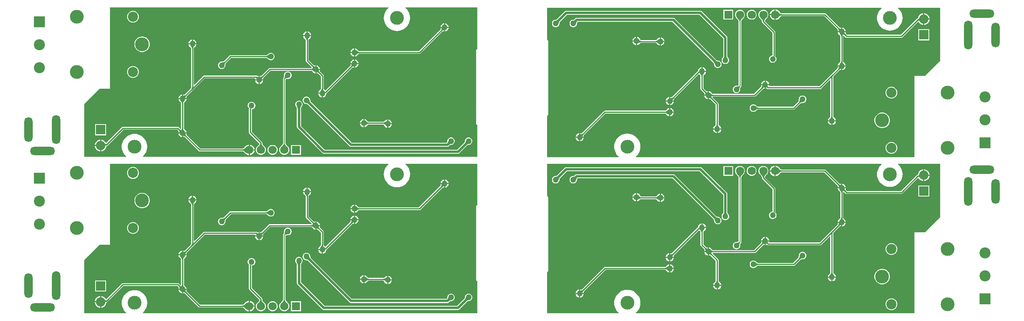
<source format=gbl>
G04*
G04 #@! TF.GenerationSoftware,Altium Limited,Altium Designer,21.6.4 (81)*
G04*
G04 Layer_Physical_Order=2*
G04 Layer_Color=16711680*
%FSLAX25Y25*%
%MOIN*%
G70*
G04*
G04 #@! TF.SameCoordinates,3D6B76B5-807D-490A-A4E0-8169CAFFE717*
G04*
G04*
G04 #@! TF.FilePolarity,Positive*
G04*
G01*
G75*
%ADD28C,0.00800*%
%ADD29C,0.01000*%
%ADD30C,0.02000*%
%ADD35R,0.07087X0.07087*%
%ADD36C,0.07087*%
%ADD37O,0.21260X0.07087*%
%ADD38O,0.07087X0.21260*%
%ADD39O,0.07087X0.24803*%
%ADD40C,0.08000*%
%ADD41R,0.08000X0.08000*%
%ADD42C,0.11811*%
%ADD43C,0.08661*%
%ADD44C,0.08661*%
%ADD45C,0.09449*%
%ADD46R,0.09449X0.09449*%
%ADD47C,0.11811*%
%ADD48C,0.05000*%
G36*
X787020Y219216D02*
X774020Y206217D01*
X765020D01*
Y136685D01*
X527070D01*
X526896Y137154D01*
X527600Y137755D01*
X528740Y139090D01*
X529658Y140588D01*
X530330Y142210D01*
X530740Y143918D01*
X530878Y145669D01*
X530740Y147420D01*
X530330Y149128D01*
X529658Y150751D01*
X528740Y152248D01*
X527600Y153584D01*
X526264Y154725D01*
X524766Y155642D01*
X523144Y156314D01*
X521436Y156724D01*
X519685Y156862D01*
X517934Y156724D01*
X516226Y156314D01*
X514604Y155642D01*
X513106Y154725D01*
X511770Y153584D01*
X510630Y152248D01*
X509712Y150751D01*
X509040Y149128D01*
X508630Y147420D01*
X508492Y145669D01*
X508630Y143918D01*
X509040Y142210D01*
X509712Y140588D01*
X510630Y139090D01*
X511770Y137755D01*
X512474Y137154D01*
X512300Y136685D01*
X451020D01*
Y172252D01*
X451087D01*
X451457Y172326D01*
X451771Y172536D01*
X451981Y172850D01*
X452055Y173221D01*
Y236213D01*
X451981Y236583D01*
X451771Y236897D01*
X451457Y237107D01*
X451087Y237181D01*
X451020D01*
Y264748D01*
X736944D01*
X737117Y264279D01*
X736364Y263636D01*
X735250Y262331D01*
X734354Y260869D01*
X733698Y259284D01*
X733297Y257616D01*
X733162Y255906D01*
X733297Y254195D01*
X733698Y252527D01*
X734354Y250942D01*
X735250Y249480D01*
X736364Y248175D01*
X737669Y247061D01*
X739131Y246165D01*
X740716Y245509D01*
X742384Y245108D01*
X744095Y244973D01*
X745805Y245108D01*
X747473Y245509D01*
X749057Y246165D01*
X750520Y247061D01*
X751825Y248175D01*
X752939Y249480D01*
X753835Y250942D01*
X754491Y252527D01*
X754892Y254195D01*
X755026Y255906D01*
X754892Y257616D01*
X754491Y259284D01*
X753835Y260869D01*
X752939Y262331D01*
X751825Y263636D01*
X751072Y264279D01*
X751244Y264748D01*
X787020D01*
Y219216D01*
D02*
G37*
G36*
X391500Y229323D02*
X391433D01*
X391062Y229249D01*
X390748Y229039D01*
X390538Y228725D01*
X390464Y228354D01*
Y165362D01*
X390538Y164991D01*
X390748Y164677D01*
X391062Y164467D01*
X391433Y164394D01*
X391500D01*
Y136827D01*
X105575D01*
X105402Y137296D01*
X106155Y137939D01*
X107269Y139244D01*
X108166Y140706D01*
X108822Y142291D01*
X109223Y143959D01*
X109357Y145669D01*
X109223Y147379D01*
X108822Y149048D01*
X108166Y150632D01*
X107269Y152095D01*
X106155Y153399D01*
X104851Y154514D01*
X103388Y155410D01*
X101803Y156066D01*
X100135Y156467D01*
X98425Y156601D01*
X96715Y156467D01*
X95047Y156066D01*
X93462Y155410D01*
X92000Y154514D01*
X90695Y153399D01*
X89581Y152095D01*
X88685Y150632D01*
X88028Y149048D01*
X87628Y147379D01*
X87493Y145669D01*
X87628Y143959D01*
X88028Y142291D01*
X88685Y140706D01*
X89581Y139244D01*
X90695Y137939D01*
X91448Y137296D01*
X91275Y136827D01*
X55500D01*
Y182358D01*
X68500Y195358D01*
X77500D01*
Y264890D01*
X315450D01*
X315623Y264421D01*
X314920Y263820D01*
X313779Y262485D01*
X312862Y260987D01*
X312190Y259364D01*
X311780Y257657D01*
X311642Y255906D01*
X311780Y254155D01*
X312190Y252447D01*
X312862Y250824D01*
X313779Y249326D01*
X314920Y247991D01*
X316256Y246850D01*
X317753Y245933D01*
X319376Y245261D01*
X321084Y244850D01*
X322835Y244713D01*
X324586Y244850D01*
X326293Y245261D01*
X327916Y245933D01*
X329414Y246850D01*
X330749Y247991D01*
X331890Y249326D01*
X332808Y250824D01*
X333480Y252447D01*
X333890Y254155D01*
X334028Y255906D01*
X333890Y257657D01*
X333480Y259364D01*
X332808Y260987D01*
X331890Y262485D01*
X330749Y263820D01*
X330046Y264421D01*
X330219Y264890D01*
X391500D01*
Y229323D01*
D02*
G37*
G36*
X787020Y85358D02*
X774020Y72358D01*
X765020D01*
Y2827D01*
X527070D01*
X526896Y3296D01*
X527600Y3897D01*
X528740Y5232D01*
X529658Y6730D01*
X530330Y8352D01*
X530740Y10060D01*
X530878Y11811D01*
X530740Y13562D01*
X530330Y15270D01*
X529658Y16893D01*
X528740Y18390D01*
X527600Y19726D01*
X526264Y20866D01*
X524766Y21784D01*
X523144Y22456D01*
X521436Y22866D01*
X519685Y23004D01*
X517934Y22866D01*
X516226Y22456D01*
X514604Y21784D01*
X513106Y20866D01*
X511770Y19726D01*
X510630Y18390D01*
X509712Y16893D01*
X509040Y15270D01*
X508630Y13562D01*
X508492Y11811D01*
X508630Y10060D01*
X509040Y8352D01*
X509712Y6730D01*
X510630Y5232D01*
X511770Y3897D01*
X512474Y3296D01*
X512300Y2827D01*
X451020D01*
Y38394D01*
X451087D01*
X451457Y38467D01*
X451771Y38677D01*
X451981Y38991D01*
X452055Y39362D01*
Y102354D01*
X451981Y102725D01*
X451771Y103039D01*
X451457Y103249D01*
X451087Y103323D01*
X451020D01*
Y130890D01*
X736944D01*
X737117Y130421D01*
X736364Y129777D01*
X735250Y128473D01*
X734354Y127010D01*
X733698Y125425D01*
X733297Y123757D01*
X733162Y122047D01*
X733297Y120337D01*
X733698Y118669D01*
X734354Y117084D01*
X735250Y115622D01*
X736364Y114317D01*
X737669Y113203D01*
X739131Y112307D01*
X740716Y111650D01*
X742384Y111250D01*
X744095Y111115D01*
X745805Y111250D01*
X747473Y111650D01*
X749057Y112307D01*
X750520Y113203D01*
X751825Y114317D01*
X752939Y115622D01*
X753835Y117084D01*
X754491Y118669D01*
X754892Y120337D01*
X755026Y122047D01*
X754892Y123757D01*
X754491Y125425D01*
X753835Y127010D01*
X752939Y128473D01*
X751825Y129777D01*
X751072Y130421D01*
X751244Y130890D01*
X787020D01*
Y85358D01*
D02*
G37*
G36*
X391500Y95465D02*
X391433D01*
X391062Y95391D01*
X390748Y95181D01*
X390538Y94867D01*
X390464Y94496D01*
Y31504D01*
X390538Y31133D01*
X390748Y30819D01*
X391062Y30609D01*
X391433Y30535D01*
X391500D01*
Y2969D01*
X105575D01*
X105402Y3438D01*
X106155Y4081D01*
X107269Y5385D01*
X108166Y6848D01*
X108822Y8433D01*
X109223Y10101D01*
X109357Y11811D01*
X109223Y13521D01*
X108822Y15189D01*
X108166Y16774D01*
X107269Y18237D01*
X106155Y19541D01*
X104851Y20655D01*
X103388Y21552D01*
X101803Y22208D01*
X100135Y22608D01*
X98425Y22743D01*
X96715Y22608D01*
X95047Y22208D01*
X93462Y21552D01*
X92000Y20655D01*
X90695Y19541D01*
X89581Y18237D01*
X88685Y16774D01*
X88028Y15189D01*
X87628Y13521D01*
X87493Y11811D01*
X87628Y10101D01*
X88028Y8433D01*
X88685Y6848D01*
X89581Y5385D01*
X90695Y4081D01*
X91448Y3438D01*
X91275Y2969D01*
X55500D01*
Y48500D01*
X68500Y61500D01*
X77500D01*
Y131031D01*
X315450D01*
X315623Y130562D01*
X314920Y129962D01*
X313779Y128626D01*
X312862Y127129D01*
X312190Y125506D01*
X311780Y123798D01*
X311642Y122047D01*
X311780Y120296D01*
X312190Y118588D01*
X312862Y116966D01*
X313779Y115468D01*
X314920Y114133D01*
X316256Y112992D01*
X317753Y112074D01*
X319376Y111402D01*
X321084Y110992D01*
X322835Y110854D01*
X324586Y110992D01*
X326293Y111402D01*
X327916Y112074D01*
X329414Y112992D01*
X330749Y114133D01*
X331890Y115468D01*
X332808Y116966D01*
X333480Y118588D01*
X333890Y120296D01*
X334028Y122047D01*
X333890Y123798D01*
X333480Y125506D01*
X332808Y127129D01*
X331890Y128626D01*
X330749Y129962D01*
X330046Y130562D01*
X330219Y131031D01*
X391500D01*
Y95465D01*
D02*
G37*
%LPC*%
G36*
X645520Y263260D02*
X645422D01*
X644266Y262950D01*
X643230Y262352D01*
X642384Y261506D01*
X641786Y260470D01*
X641476Y259315D01*
Y259216D01*
X645520D01*
Y263260D01*
D02*
G37*
G36*
X773678Y259966D02*
X773520D01*
Y255467D01*
X778020D01*
Y255625D01*
X777679Y256896D01*
X777021Y258037D01*
X776090Y258967D01*
X774950Y259626D01*
X773678Y259966D01*
D02*
G37*
G36*
X626578Y262960D02*
X625461D01*
X624382Y262671D01*
X623414Y262112D01*
X622624Y261322D01*
X622065Y260354D01*
X621776Y259275D01*
Y258158D01*
X622065Y257079D01*
X622624Y256111D01*
X623414Y255321D01*
X624382Y254762D01*
X625461Y254473D01*
X626578D01*
X627658Y254762D01*
X628625Y255321D01*
X629415Y256111D01*
X629974Y257079D01*
X630263Y258158D01*
Y259275D01*
X629974Y260354D01*
X629415Y261322D01*
X628625Y262112D01*
X627658Y262671D01*
X626578Y262960D01*
D02*
G37*
G36*
X610263D02*
X601776D01*
Y254473D01*
X610263D01*
Y262960D01*
D02*
G37*
G36*
X645520Y258217D02*
X641476D01*
Y258118D01*
X641786Y256963D01*
X642384Y255927D01*
X643230Y255081D01*
X644266Y254483D01*
X645422Y254173D01*
X645520D01*
Y258217D01*
D02*
G37*
G36*
X778020Y254467D02*
X773520D01*
Y249967D01*
X773678D01*
X774950Y250307D01*
X776090Y250965D01*
X777021Y251897D01*
X777679Y253037D01*
X778020Y254308D01*
Y254467D01*
D02*
G37*
G36*
X772520Y259966D02*
X772361D01*
X771090Y259626D01*
X769950Y258967D01*
X769019Y258037D01*
X768360Y256896D01*
X768020Y255625D01*
Y255509D01*
X767637Y255433D01*
X767240Y255168D01*
X753513Y241440D01*
X707526D01*
X706601Y242366D01*
X706540Y242455D01*
X706477Y242575D01*
X706416Y242723D01*
X706362Y242899D01*
X706329Y243043D01*
X706509Y243717D01*
X705533D01*
X705570Y243239D01*
X705615Y242965D01*
X705672Y242713D01*
X705744Y242482D01*
X705829Y242273D01*
X705928Y242086D01*
X706040Y241921D01*
X706166Y241777D01*
X705459Y241070D01*
X705315Y241196D01*
X705150Y241309D01*
X704963Y241407D01*
X704754Y241492D01*
X704523Y241564D01*
X704271Y241622D01*
X704082Y241652D01*
X703970Y241497D01*
X703832Y241278D01*
X703720Y241064D01*
X703632Y240856D01*
X703570Y240654D01*
X703532Y240458D01*
X703520Y240267D01*
X702520D01*
X702507Y240458D01*
X702470Y240654D01*
X702407Y240856D01*
X702320Y241064D01*
X702207Y241278D01*
X702070Y241497D01*
X701907Y241722D01*
X701720Y241952D01*
X701270Y242431D01*
X703759D01*
X705045Y243717D01*
X699530D01*
X699758Y242866D01*
X700219Y242068D01*
X700871Y241416D01*
X701509Y241047D01*
X701588Y240921D01*
X701674Y240759D01*
X701736Y240612D01*
X701776Y240481D01*
X701796Y240376D01*
Y218557D01*
X701776Y218452D01*
X701736Y218321D01*
X701674Y218175D01*
X701588Y218012D01*
X701509Y217886D01*
X700871Y217517D01*
X700219Y216866D01*
X699758Y216068D01*
X699530Y215216D01*
X706509D01*
X706281Y216068D01*
X705820Y216866D01*
X705169Y217517D01*
X704530Y217886D01*
X704451Y218012D01*
X704365Y218175D01*
X704304Y218321D01*
X704263Y218452D01*
X704243Y218557D01*
Y240376D01*
X704246Y240390D01*
X704286Y240454D01*
X704431Y240572D01*
X704599Y240642D01*
X704785Y240661D01*
X704859Y240644D01*
X704870Y240636D01*
X706154Y239351D01*
X706552Y239086D01*
X707020Y238993D01*
X754020D01*
X754488Y239086D01*
X754885Y239351D01*
X768147Y252613D01*
X768643Y252548D01*
X769019Y251897D01*
X769950Y250965D01*
X771090Y250307D01*
X772361Y249967D01*
X772520D01*
Y254966D01*
Y259966D01*
D02*
G37*
G36*
X646618Y263260D02*
X646520D01*
Y258717D01*
Y254173D01*
X646618D01*
X647773Y254483D01*
X648809Y255081D01*
X649655Y255927D01*
X650099Y256695D01*
X650100Y256696D01*
X650398Y256926D01*
X650680Y257119D01*
X650936Y257270D01*
X651164Y257380D01*
X651361Y257452D01*
X651524Y257490D01*
X651564Y257493D01*
X688013D01*
X699439Y246067D01*
X699499Y245978D01*
X699563Y245858D01*
X699623Y245710D01*
X699677Y245535D01*
X699711Y245390D01*
X699530Y244717D01*
X700506D01*
X700469Y245194D01*
X700425Y245468D01*
X700367Y245720D01*
X700295Y245951D01*
X700210Y246160D01*
X700112Y246347D01*
X699999Y246512D01*
X699873Y246656D01*
X700581Y247363D01*
X700724Y247237D01*
X700889Y247125D01*
X701077Y247026D01*
X701286Y246941D01*
X701516Y246869D01*
X701768Y246811D01*
X702042Y246767D01*
X702338Y246737D01*
X702520Y246731D01*
Y247706D01*
X701847Y247526D01*
X701702Y247559D01*
X701526Y247613D01*
X701378Y247674D01*
X701258Y247737D01*
X701169Y247797D01*
X689385Y259582D01*
X688988Y259847D01*
X688520Y259940D01*
X651564D01*
X651524Y259943D01*
X651361Y259981D01*
X651164Y260053D01*
X650936Y260163D01*
X650680Y260314D01*
X650398Y260507D01*
X650100Y260737D01*
X650099Y260738D01*
X649655Y261506D01*
X648809Y262352D01*
X647773Y262950D01*
X646618Y263260D01*
D02*
G37*
G36*
X703520Y247706D02*
Y244717D01*
X706509D01*
X706281Y245567D01*
X705820Y246366D01*
X705169Y247017D01*
X704371Y247478D01*
X703520Y247706D01*
D02*
G37*
G36*
X702520Y246241D02*
X700995Y244717D01*
X702520D01*
Y246241D01*
D02*
G37*
G36*
X777720Y246166D02*
X768320D01*
Y236767D01*
X777720D01*
Y246166D01*
D02*
G37*
G36*
X527020Y239706D02*
X526169Y239478D01*
X525371Y239017D01*
X524719Y238366D01*
X524258Y237567D01*
X524030Y236717D01*
X527020D01*
Y239706D01*
D02*
G37*
G36*
X548520Y239206D02*
Y236216D01*
X551509D01*
X551281Y237068D01*
X550820Y237866D01*
X550169Y238517D01*
X549371Y238978D01*
X548520Y239206D01*
D02*
G37*
G36*
X527020Y235717D02*
X524030D01*
X524258Y234866D01*
X524719Y234068D01*
X525371Y233416D01*
X526169Y232955D01*
X527020Y232727D01*
Y235717D01*
D02*
G37*
G36*
X551509Y235216D02*
X548520D01*
Y232227D01*
X549371Y232455D01*
X550169Y232916D01*
X550820Y233568D01*
X551281Y234366D01*
X551509Y235216D01*
D02*
G37*
G36*
X528020Y239706D02*
Y236216D01*
Y232727D01*
X528871Y232955D01*
X529669Y233416D01*
X530320Y234068D01*
X530391Y234190D01*
X530609Y234300D01*
X530796Y234378D01*
X530967Y234437D01*
X531111Y234476D01*
X531209Y234493D01*
X544179D01*
X544284Y234473D01*
X544415Y234433D01*
X544562Y234371D01*
X544724Y234285D01*
X544850Y234206D01*
X545219Y233568D01*
X545871Y232916D01*
X546669Y232455D01*
X547520Y232227D01*
Y235717D01*
Y239206D01*
X546669Y238978D01*
X545871Y238517D01*
X545219Y237866D01*
X544850Y237227D01*
X544724Y237148D01*
X544562Y237062D01*
X544415Y237000D01*
X544284Y236960D01*
X544179Y236940D01*
X531407D01*
X531304Y236961D01*
X531193Y236999D01*
X531074Y237057D01*
X530948Y237138D01*
X530882Y237190D01*
X530781Y237567D01*
X530320Y238366D01*
X529669Y239017D01*
X528871Y239478D01*
X528020Y239706D01*
D02*
G37*
G36*
X636578Y262960D02*
X635461D01*
X634382Y262671D01*
X633414Y262112D01*
X632624Y261322D01*
X632065Y260354D01*
X631776Y259275D01*
Y258158D01*
X632065Y257079D01*
X632624Y256111D01*
X632995Y255740D01*
X633032Y255684D01*
X633394Y255318D01*
X633999Y254636D01*
X634229Y254338D01*
X634422Y254057D01*
X634573Y253800D01*
X634683Y253572D01*
X634755Y253375D01*
X634793Y253212D01*
X634796Y253172D01*
Y252716D01*
X634889Y252248D01*
X635154Y251851D01*
X643796Y243210D01*
Y223917D01*
X643598D01*
X642785Y223698D01*
X642055Y223277D01*
X641459Y222681D01*
X641038Y221952D01*
X640820Y221138D01*
Y220295D01*
X641038Y219481D01*
X641459Y218752D01*
X642055Y218156D01*
X642785Y217735D01*
X643598Y217516D01*
X644441D01*
X645255Y217735D01*
X645985Y218156D01*
X646580Y218752D01*
X647002Y219481D01*
X647220Y220295D01*
Y221138D01*
X647002Y221952D01*
X646580Y222681D01*
X646196Y223066D01*
X646243Y223302D01*
Y243717D01*
X646150Y244185D01*
X645885Y244582D01*
X637248Y253219D01*
X637284Y253375D01*
X637356Y253572D01*
X637466Y253800D01*
X637617Y254057D01*
X637810Y254338D01*
X638040Y254636D01*
X638645Y255318D01*
X639007Y255684D01*
X639045Y255740D01*
X639415Y256111D01*
X639974Y257079D01*
X640263Y258158D01*
Y259275D01*
X639974Y260354D01*
X639415Y261322D01*
X638625Y262112D01*
X637657Y262671D01*
X636578Y262960D01*
D02*
G37*
G36*
X582270Y261950D02*
X467520D01*
X466856Y261818D01*
X466294Y261442D01*
X459732Y254880D01*
X459692Y254847D01*
X459546Y254743D01*
X459403Y254655D01*
X459261Y254583D01*
X459121Y254526D01*
X458981Y254483D01*
X458840Y254453D01*
X458698Y254436D01*
X458521Y254430D01*
X458464Y254416D01*
X458098D01*
X457284Y254199D01*
X456555Y253777D01*
X455959Y253181D01*
X455538Y252452D01*
X455320Y251638D01*
Y250795D01*
X455538Y249981D01*
X455959Y249252D01*
X456555Y248656D01*
X457284Y248235D01*
X458098Y248017D01*
X458941D01*
X459755Y248235D01*
X460485Y248656D01*
X461080Y249252D01*
X461502Y249981D01*
X461720Y250795D01*
Y251161D01*
X461733Y251218D01*
X461739Y251395D01*
X461756Y251537D01*
X461786Y251678D01*
X461830Y251818D01*
X461886Y251958D01*
X461958Y252100D01*
X462046Y252243D01*
X462150Y252389D01*
X462184Y252429D01*
X468238Y258483D01*
X581552D01*
X601786Y238249D01*
Y223165D01*
X601782Y223113D01*
X601752Y222936D01*
X601713Y222772D01*
X601663Y222621D01*
X601604Y222482D01*
X601536Y222353D01*
X601458Y222232D01*
X601369Y222119D01*
X601248Y221989D01*
X601218Y221940D01*
X600959Y221681D01*
X600538Y220952D01*
X600320Y220138D01*
Y219295D01*
X600538Y218481D01*
X600959Y217752D01*
X601555Y217156D01*
X602284Y216735D01*
X603098Y216516D01*
X603941D01*
X604755Y216735D01*
X605484Y217156D01*
X606080Y217752D01*
X606502Y218481D01*
X606720Y219295D01*
Y220138D01*
X606502Y220952D01*
X606080Y221681D01*
X605822Y221940D01*
X605791Y221989D01*
X605670Y222119D01*
X605582Y222232D01*
X605504Y222353D01*
X605435Y222482D01*
X605376Y222621D01*
X605327Y222772D01*
X605287Y222936D01*
X605258Y223113D01*
X605253Y223165D01*
Y238966D01*
X605121Y239630D01*
X604745Y240192D01*
X583495Y261442D01*
X582933Y261818D01*
X582270Y261950D01*
D02*
G37*
G36*
X559020Y255950D02*
X559020Y255950D01*
X476520D01*
X475856Y255818D01*
X475294Y255442D01*
X474732Y254880D01*
X474692Y254847D01*
X474546Y254743D01*
X474403Y254655D01*
X474261Y254583D01*
X474121Y254526D01*
X473981Y254483D01*
X473840Y254453D01*
X473698Y254436D01*
X473521Y254430D01*
X473464Y254416D01*
X473098D01*
X472285Y254199D01*
X471555Y253777D01*
X470959Y253181D01*
X470538Y252452D01*
X470320Y251638D01*
Y250795D01*
X470538Y249981D01*
X470959Y249252D01*
X471555Y248656D01*
X472285Y248235D01*
X473098Y248017D01*
X473941D01*
X474755Y248235D01*
X475485Y248656D01*
X476080Y249252D01*
X476502Y249981D01*
X476720Y250795D01*
Y251161D01*
X476733Y251218D01*
X476739Y251395D01*
X476756Y251537D01*
X476786Y251678D01*
X476829Y251818D01*
X476886Y251958D01*
X476958Y252100D01*
X477046Y252243D01*
X477150Y252389D01*
X477183Y252429D01*
X477238Y252483D01*
X558302D01*
X593356Y217429D01*
X593389Y217389D01*
X593494Y217243D01*
X593581Y217100D01*
X593653Y216958D01*
X593710Y216818D01*
X593753Y216678D01*
X593783Y216537D01*
X593801Y216394D01*
X593807Y216218D01*
X593820Y216161D01*
Y215795D01*
X594038Y214981D01*
X594459Y214252D01*
X595055Y213656D01*
X595785Y213235D01*
X596598Y213017D01*
X597441D01*
X598255Y213235D01*
X598984Y213656D01*
X599580Y214252D01*
X600002Y214981D01*
X600220Y215795D01*
Y216638D01*
X600002Y217452D01*
X599580Y218181D01*
X598984Y218777D01*
X598255Y219198D01*
X597441Y219416D01*
X597075D01*
X597019Y219430D01*
X596842Y219436D01*
X596699Y219453D01*
X596559Y219483D01*
X596419Y219526D01*
X596278Y219583D01*
X596137Y219655D01*
X595993Y219743D01*
X595847Y219847D01*
X595807Y219880D01*
X560245Y255442D01*
X560245Y255442D01*
X559683Y255818D01*
X559020Y255950D01*
D02*
G37*
G36*
X702520Y214216D02*
X700995D01*
X702520Y212692D01*
Y214216D01*
D02*
G37*
G36*
X706509D02*
X703520D01*
Y211227D01*
X704371Y211455D01*
X705169Y211916D01*
X705820Y212567D01*
X706281Y213366D01*
X706509Y214216D01*
D02*
G37*
G36*
X700505D02*
X699530D01*
X699711Y213544D01*
X699677Y213399D01*
X699623Y213223D01*
X699563Y213075D01*
X699499Y212954D01*
X699439Y212866D01*
X693654Y207082D01*
X693654Y207082D01*
X684013Y197440D01*
X641212D01*
X640907Y197837D01*
X641009Y198216D01*
X638020D01*
Y195227D01*
X638871Y195455D01*
X638976Y195516D01*
X638978Y195515D01*
X639038Y195468D01*
X639154Y195351D01*
X639551Y195086D01*
X640020Y194993D01*
X684520D01*
X684988Y195086D01*
X685385Y195351D01*
X692834Y202801D01*
X693296Y202609D01*
Y171557D01*
X693276Y171452D01*
X693236Y171321D01*
X693174Y171175D01*
X693088Y171012D01*
X693009Y170886D01*
X692371Y170517D01*
X691719Y169866D01*
X691258Y169068D01*
X691030Y168217D01*
X698009D01*
X697781Y169068D01*
X697320Y169866D01*
X696669Y170517D01*
X696030Y170886D01*
X695951Y171012D01*
X695865Y171175D01*
X695804Y171321D01*
X695763Y171452D01*
X695743Y171557D01*
Y205192D01*
X695754Y205291D01*
X695779Y205421D01*
X695813Y205544D01*
X695856Y205663D01*
X695909Y205777D01*
X695973Y205889D01*
X696047Y205998D01*
X696110Y206076D01*
X701169Y211136D01*
X701258Y211196D01*
X701379Y211260D01*
X701526Y211320D01*
X701702Y211374D01*
X701847Y211407D01*
X702520Y211227D01*
Y212203D01*
X702042Y212166D01*
X701768Y212122D01*
X701516Y212064D01*
X701286Y211992D01*
X701077Y211907D01*
X700889Y211809D01*
X700724Y211696D01*
X700581Y211570D01*
X699873Y212277D01*
X699999Y212421D01*
X700112Y212586D01*
X700210Y212773D01*
X700295Y212982D01*
X700367Y213213D01*
X700425Y213465D01*
X700469Y213739D01*
X700499Y214035D01*
X700505Y214216D01*
D02*
G37*
G36*
X584020Y213706D02*
Y210717D01*
X587009D01*
X586781Y211567D01*
X586320Y212366D01*
X585669Y213017D01*
X584871Y213478D01*
X584020Y213706D01*
D02*
G37*
G36*
X638020Y202206D02*
Y199216D01*
X641009D01*
X640781Y200067D01*
X640320Y200866D01*
X639669Y201517D01*
X638871Y201978D01*
X638020Y202206D01*
D02*
G37*
G36*
X637020D02*
X636169Y201978D01*
X635371Y201517D01*
X634719Y200866D01*
X634258Y200067D01*
X634030Y199216D01*
X637020D01*
Y202206D01*
D02*
G37*
G36*
Y198216D02*
X635495D01*
X637020Y196692D01*
Y198216D01*
D02*
G37*
G36*
X635005D02*
X634030D01*
X634210Y197544D01*
X634177Y197398D01*
X634123Y197223D01*
X634063Y197075D01*
X633999Y196955D01*
X633939Y196866D01*
X628013Y190940D01*
X592860D01*
X592755Y190960D01*
X592625Y191000D01*
X592478Y191062D01*
X592315Y191148D01*
X592189Y191227D01*
X591820Y191866D01*
X591169Y192517D01*
X590371Y192978D01*
X589520Y193206D01*
Y189716D01*
Y187692D01*
X590805Y188977D01*
Y191466D01*
X591047Y191229D01*
X591514Y190829D01*
X591739Y190666D01*
X591959Y190529D01*
X592172Y190417D01*
X592380Y190329D01*
X592582Y190267D01*
X592778Y190229D01*
X592969Y190217D01*
Y189216D01*
X592778Y189204D01*
X592582Y189166D01*
X592380Y189104D01*
X592172Y189016D01*
X591959Y188904D01*
X591739Y188767D01*
X591584Y188654D01*
X591615Y188465D01*
X591672Y188213D01*
X591744Y187982D01*
X591829Y187774D01*
X591928Y187586D01*
X592040Y187421D01*
X592166Y187277D01*
X591459Y186570D01*
X591315Y186696D01*
X591150Y186809D01*
X590963Y186907D01*
X590754Y186992D01*
X590523Y187064D01*
X590271Y187122D01*
X589997Y187166D01*
X589701Y187196D01*
X589520Y187202D01*
Y186227D01*
X590193Y186407D01*
X590338Y186374D01*
X590513Y186320D01*
X590661Y186260D01*
X590782Y186196D01*
X590870Y186136D01*
X595296Y181710D01*
Y164557D01*
X595276Y164452D01*
X595236Y164321D01*
X595174Y164174D01*
X595088Y164012D01*
X595009Y163886D01*
X594371Y163517D01*
X593719Y162866D01*
X593258Y162067D01*
X593030Y161216D01*
X600009D01*
X599781Y162067D01*
X599320Y162866D01*
X598669Y163517D01*
X598030Y163886D01*
X597951Y164012D01*
X597865Y164174D01*
X597804Y164321D01*
X597763Y164452D01*
X597743Y164557D01*
Y182217D01*
X597650Y182685D01*
X597385Y183082D01*
X592600Y187866D01*
X592593Y187878D01*
X592575Y187952D01*
X592594Y188137D01*
X592664Y188305D01*
X592782Y188450D01*
X592847Y188490D01*
X592860Y188493D01*
X628520D01*
X628988Y188586D01*
X629385Y188851D01*
X635669Y195136D01*
X635758Y195196D01*
X635879Y195260D01*
X636026Y195320D01*
X636202Y195374D01*
X636347Y195407D01*
X637020Y195227D01*
Y196203D01*
X636542Y196166D01*
X636268Y196122D01*
X636016Y196064D01*
X635785Y195992D01*
X635577Y195907D01*
X635390Y195809D01*
X635224Y195696D01*
X635080Y195570D01*
X634373Y196277D01*
X634499Y196421D01*
X634612Y196586D01*
X634710Y196774D01*
X634796Y196982D01*
X634867Y197213D01*
X634925Y197465D01*
X634969Y197739D01*
X635000Y198035D01*
X635005Y198216D01*
D02*
G37*
G36*
X583020Y213706D02*
X582169Y213478D01*
X581371Y213017D01*
X580719Y212366D01*
X580258Y211567D01*
X580020Y210677D01*
Y210403D01*
X579889Y210316D01*
X557870Y188297D01*
X557782Y188237D01*
X557661Y188173D01*
X557513Y188113D01*
X557338Y188059D01*
X557193Y188026D01*
X556520Y188206D01*
Y187230D01*
X556997Y187267D01*
X557271Y187311D01*
X557523Y187369D01*
X557754Y187441D01*
X557963Y187526D01*
X558150Y187625D01*
X558315Y187737D01*
X558459Y187863D01*
X559166Y187156D01*
X559040Y187012D01*
X558928Y186847D01*
X558829Y186660D01*
X558744Y186451D01*
X558672Y186220D01*
X558615Y185968D01*
X558570Y185694D01*
X558540Y185398D01*
X558534Y185216D01*
X559509D01*
X559329Y185890D01*
X559362Y186035D01*
X559416Y186210D01*
X559477Y186358D01*
X559540Y186478D01*
X559600Y186567D01*
X580910Y207876D01*
X581371Y207416D01*
X582009Y207047D01*
X582088Y206921D01*
X582174Y206759D01*
X582236Y206612D01*
X582276Y206481D01*
X582296Y206376D01*
Y195217D01*
X582389Y194748D01*
X582654Y194351D01*
X585439Y191567D01*
X585499Y191479D01*
X585563Y191358D01*
X585623Y191210D01*
X585677Y191035D01*
X585710Y190890D01*
X585530Y190217D01*
X586506D01*
X586469Y190694D01*
X586425Y190968D01*
X586367Y191220D01*
X586296Y191451D01*
X586210Y191660D01*
X586112Y191847D01*
X585999Y192012D01*
X585873Y192156D01*
X586581Y192863D01*
X586724Y192737D01*
X586890Y192624D01*
X587077Y192526D01*
X587286Y192441D01*
X587516Y192369D01*
X587768Y192311D01*
X588042Y192267D01*
X588338Y192237D01*
X588520Y192231D01*
Y193206D01*
X587847Y193026D01*
X587702Y193059D01*
X587526Y193113D01*
X587379Y193174D01*
X587258Y193237D01*
X587169Y193297D01*
X584743Y195723D01*
Y206376D01*
X584763Y206481D01*
X584804Y206612D01*
X584866Y206759D01*
X584951Y206921D01*
X585030Y207047D01*
X585669Y207416D01*
X586320Y208067D01*
X586781Y208866D01*
X587009Y209717D01*
X583520D01*
Y210216D01*
X583020D01*
Y213706D01*
D02*
G37*
G36*
X616578Y262960D02*
X615461D01*
X614382Y262671D01*
X613414Y262112D01*
X612624Y261322D01*
X612066Y260354D01*
X611776Y259275D01*
Y258158D01*
X612066Y257079D01*
X612624Y256111D01*
X612995Y255740D01*
X613033Y255683D01*
X613420Y255293D01*
X613753Y254937D01*
X614305Y254273D01*
X614505Y253992D01*
X614665Y253733D01*
X614782Y253508D01*
X614856Y253319D01*
X614893Y253173D01*
X614898Y253122D01*
Y198211D01*
X614783Y198154D01*
X614633Y198100D01*
X614450Y198049D01*
X614232Y198005D01*
X613991Y197972D01*
X613384Y197932D01*
X613040Y197930D01*
X612974Y197916D01*
X612598D01*
X611785Y197698D01*
X611055Y197277D01*
X610459Y196681D01*
X610038Y195952D01*
X609820Y195138D01*
Y194295D01*
X610038Y193481D01*
X610459Y192752D01*
X611055Y192156D01*
X611785Y191735D01*
X612598Y191516D01*
X613441D01*
X614255Y191735D01*
X614985Y192156D01*
X615580Y192752D01*
X616002Y193481D01*
X616220Y194295D01*
Y194671D01*
X616233Y194737D01*
X616236Y195081D01*
X616275Y195688D01*
X616309Y195929D01*
X616352Y196146D01*
X616403Y196330D01*
X616458Y196480D01*
X616514Y196595D01*
X616566Y196677D01*
X616813Y196923D01*
X617056Y197287D01*
X617141Y197716D01*
X617141Y197717D01*
Y253122D01*
X617146Y253173D01*
X617183Y253319D01*
X617258Y253508D01*
X617374Y253733D01*
X617534Y253992D01*
X617730Y254267D01*
X618628Y255302D01*
X619006Y255683D01*
X619044Y255740D01*
X619415Y256111D01*
X619974Y257079D01*
X620263Y258158D01*
Y259275D01*
X619974Y260354D01*
X619415Y261322D01*
X618625Y262112D01*
X617658Y262671D01*
X616578Y262960D01*
D02*
G37*
G36*
X588520Y191741D02*
X586995Y190217D01*
X588520D01*
Y191741D01*
D02*
G37*
G36*
X746103Y196869D02*
X744779D01*
X743499Y196527D01*
X742352Y195864D01*
X741415Y194928D01*
X740753Y193780D01*
X740410Y192501D01*
Y191176D01*
X740753Y189897D01*
X741415Y188750D01*
X742352Y187813D01*
X743499Y187151D01*
X744779Y186808D01*
X746103D01*
X747383Y187151D01*
X748530Y187813D01*
X749467Y188750D01*
X750129Y189897D01*
X750472Y191176D01*
Y192501D01*
X750129Y193780D01*
X749467Y194928D01*
X748530Y195864D01*
X747383Y196527D01*
X746103Y196869D01*
D02*
G37*
G36*
X588520Y189216D02*
X585530D01*
X585758Y188366D01*
X586219Y187567D01*
X586871Y186916D01*
X587669Y186455D01*
X588520Y186227D01*
Y189216D01*
D02*
G37*
G36*
X556520Y186741D02*
Y185216D01*
X558044D01*
X556520Y186741D01*
D02*
G37*
G36*
X555520Y188206D02*
X554669Y187978D01*
X553871Y187517D01*
X553219Y186866D01*
X552758Y186067D01*
X552530Y185216D01*
X555520D01*
Y188206D01*
D02*
G37*
G36*
X559509Y184216D02*
X556520D01*
Y181227D01*
X557371Y181455D01*
X558169Y181916D01*
X558820Y182568D01*
X559281Y183366D01*
X559509Y184216D01*
D02*
G37*
G36*
X555520D02*
X552530D01*
X552758Y183366D01*
X553219Y182568D01*
X553871Y181916D01*
X554669Y181455D01*
X555520Y181227D01*
Y184216D01*
D02*
G37*
G36*
X669941Y189417D02*
X669098D01*
X668285Y189199D01*
X667555Y188777D01*
X666959Y188181D01*
X666538Y187452D01*
X666320Y186638D01*
Y186271D01*
X666306Y186214D01*
X666287Y185583D01*
X666261Y185333D01*
X666224Y185102D01*
X666177Y184898D01*
X666123Y184723D01*
X666063Y184575D01*
X665999Y184455D01*
X665939Y184366D01*
X661513Y179940D01*
X631360D01*
X631255Y179960D01*
X631125Y180000D01*
X630978Y180062D01*
X630815Y180148D01*
X630638Y180259D01*
X630456Y180390D01*
X630030Y180755D01*
X629805Y180976D01*
X629749Y181012D01*
X629485Y181277D01*
X628755Y181699D01*
X627941Y181916D01*
X627098D01*
X626285Y181699D01*
X625555Y181277D01*
X624959Y180681D01*
X624538Y179952D01*
X624320Y179138D01*
Y178295D01*
X624538Y177481D01*
X624959Y176752D01*
X625555Y176156D01*
X626285Y175735D01*
X627098Y175516D01*
X627941D01*
X628755Y175735D01*
X629485Y176156D01*
X629744Y176415D01*
X629794Y176447D01*
X630254Y176879D01*
X630449Y177037D01*
X630638Y177174D01*
X630815Y177285D01*
X630978Y177371D01*
X631124Y177433D01*
X631255Y177473D01*
X631360Y177493D01*
X662020D01*
X662488Y177586D01*
X662885Y177851D01*
X667669Y182636D01*
X667758Y182696D01*
X667879Y182760D01*
X668026Y182820D01*
X668202Y182874D01*
X668405Y182921D01*
X668627Y182957D01*
X669187Y183000D01*
X669502Y183003D01*
X669566Y183017D01*
X669941D01*
X670755Y183235D01*
X671485Y183656D01*
X672080Y184252D01*
X672502Y184981D01*
X672720Y185795D01*
Y186638D01*
X672502Y187452D01*
X672080Y188181D01*
X671485Y188777D01*
X670755Y189199D01*
X669941Y189417D01*
D02*
G37*
G36*
X556520Y178706D02*
Y175716D01*
X559509D01*
X559281Y176567D01*
X558820Y177366D01*
X558169Y178017D01*
X557371Y178478D01*
X556520Y178706D01*
D02*
G37*
G36*
X559509Y174716D02*
X556520D01*
Y171727D01*
X557371Y171955D01*
X558169Y172416D01*
X558820Y173067D01*
X559281Y173866D01*
X559509Y174716D01*
D02*
G37*
G36*
X555520Y178706D02*
X554669Y178478D01*
X553871Y178017D01*
X553219Y177366D01*
X552850Y176727D01*
X552724Y176648D01*
X552562Y176562D01*
X552415Y176500D01*
X552284Y176460D01*
X552179Y176440D01*
X500520D01*
X500051Y176347D01*
X499654Y176082D01*
X480870Y157297D01*
X480782Y157237D01*
X480661Y157174D01*
X480513Y157113D01*
X480338Y157059D01*
X480193Y157026D01*
X479520Y157206D01*
Y156230D01*
X479997Y156267D01*
X480271Y156311D01*
X480523Y156369D01*
X480754Y156441D01*
X480963Y156526D01*
X481150Y156624D01*
X481315Y156737D01*
X481459Y156863D01*
X482166Y156156D01*
X482040Y156012D01*
X481928Y155847D01*
X481829Y155660D01*
X481744Y155451D01*
X481672Y155220D01*
X481615Y154968D01*
X481570Y154694D01*
X481540Y154398D01*
X481534Y154217D01*
X482509D01*
X482329Y154890D01*
X482362Y155035D01*
X482416Y155210D01*
X482477Y155358D01*
X482540Y155479D01*
X482600Y155567D01*
X501026Y173993D01*
X552179D01*
X552284Y173973D01*
X552415Y173933D01*
X552562Y173871D01*
X552724Y173785D01*
X552850Y173706D01*
X553219Y173067D01*
X553871Y172416D01*
X554669Y171955D01*
X555520Y171727D01*
Y175216D01*
Y178706D01*
D02*
G37*
G36*
X698009Y167217D02*
X695020D01*
Y164227D01*
X695871Y164455D01*
X696669Y164916D01*
X697320Y165568D01*
X697781Y166366D01*
X698009Y167217D01*
D02*
G37*
G36*
X694020D02*
X691030D01*
X691258Y166366D01*
X691719Y165568D01*
X692371Y164916D01*
X693169Y164455D01*
X694020Y164227D01*
Y167217D01*
D02*
G37*
G36*
X738218Y174822D02*
X736916D01*
X735640Y174568D01*
X734438Y174070D01*
X733356Y173347D01*
X732436Y172427D01*
X731713Y171345D01*
X731215Y170143D01*
X730962Y168867D01*
Y167566D01*
X731215Y166290D01*
X731713Y165088D01*
X732436Y164006D01*
X733356Y163086D01*
X734438Y162363D01*
X735640Y161865D01*
X736916Y161611D01*
X738218D01*
X739494Y161865D01*
X740696Y162363D01*
X741778Y163086D01*
X742698Y164006D01*
X743421Y165088D01*
X743919Y166290D01*
X744172Y167566D01*
Y168867D01*
X743919Y170143D01*
X743421Y171345D01*
X742698Y172427D01*
X741778Y173347D01*
X740696Y174070D01*
X739494Y174568D01*
X738218Y174822D01*
D02*
G37*
G36*
X600009Y160216D02*
X597020D01*
Y157227D01*
X597871Y157455D01*
X598669Y157916D01*
X599320Y158568D01*
X599781Y159366D01*
X600009Y160216D01*
D02*
G37*
G36*
X596020D02*
X593030D01*
X593258Y159366D01*
X593719Y158568D01*
X594371Y157916D01*
X595169Y157455D01*
X596020Y157227D01*
Y160216D01*
D02*
G37*
G36*
X479520Y155741D02*
Y154217D01*
X481044D01*
X479520Y155741D01*
D02*
G37*
G36*
X478520Y157206D02*
X477669Y156978D01*
X476871Y156517D01*
X476219Y155866D01*
X475758Y155068D01*
X475530Y154217D01*
X478520D01*
Y157206D01*
D02*
G37*
G36*
X482509Y153217D02*
X479520D01*
Y150227D01*
X480371Y150455D01*
X481169Y150916D01*
X481820Y151567D01*
X482281Y152366D01*
X482509Y153217D01*
D02*
G37*
G36*
X478520D02*
X475530D01*
X475758Y152366D01*
X476219Y151567D01*
X476871Y150916D01*
X477669Y150455D01*
X478520Y150227D01*
Y153217D01*
D02*
G37*
G36*
X746103Y149625D02*
X744779D01*
X743499Y149282D01*
X742352Y148620D01*
X741415Y147683D01*
X740753Y146536D01*
X740410Y145257D01*
Y143932D01*
X740753Y142653D01*
X741415Y141506D01*
X742352Y140569D01*
X743499Y139907D01*
X744779Y139564D01*
X746103D01*
X747383Y139907D01*
X748530Y140569D01*
X749467Y141506D01*
X750129Y142653D01*
X750472Y143932D01*
Y145257D01*
X750129Y146536D01*
X749467Y147683D01*
X748530Y148620D01*
X747383Y149282D01*
X746103Y149625D01*
D02*
G37*
%LPD*%
G36*
X769424Y253214D02*
X769359Y253326D01*
X769280Y253426D01*
X769185Y253514D01*
X769075Y253590D01*
X768951Y253655D01*
X768812Y253708D01*
X768657Y253749D01*
X768488Y253779D01*
X768304Y253796D01*
X768106Y253802D01*
Y254802D01*
X768271Y254809D01*
X768420Y254828D01*
X768554Y254860D01*
X768672Y254905D01*
X768774Y254963D01*
X768860Y255034D01*
X768931Y255117D01*
X768986Y255214D01*
X769025Y255323D01*
X769048Y255445D01*
X769424Y253214D01*
D02*
G37*
G36*
X703532Y218475D02*
X703570Y218279D01*
X703632Y218077D01*
X703720Y217869D01*
X703832Y217655D01*
X703970Y217436D01*
X704132Y217211D01*
X704320Y216981D01*
X704770Y216502D01*
X701270D01*
X701507Y216744D01*
X701907Y217211D01*
X702070Y217436D01*
X702207Y217655D01*
X702320Y217869D01*
X702407Y218077D01*
X702470Y218279D01*
X702507Y218475D01*
X702520Y218666D01*
X703520D01*
X703532Y218475D01*
D02*
G37*
G36*
X648931Y260821D02*
X649645Y260187D01*
X649978Y259929D01*
X650296Y259712D01*
X650599Y259533D01*
X650886Y259395D01*
X651157Y259296D01*
X651413Y259236D01*
X651653Y259216D01*
Y258217D01*
X651413Y258197D01*
X651157Y258137D01*
X650886Y258038D01*
X650599Y257900D01*
X650296Y257721D01*
X649978Y257504D01*
X649645Y257246D01*
X648931Y256612D01*
X648550Y256236D01*
Y261197D01*
X648931Y260821D01*
D02*
G37*
G36*
X529796Y237316D02*
X529976Y237085D01*
X530159Y236882D01*
X530344Y236705D01*
X530533Y236556D01*
X530725Y236434D01*
X530919Y236339D01*
X531116Y236271D01*
X531317Y236230D01*
X531520Y236216D01*
X531311Y235216D01*
X531142Y235206D01*
X530958Y235174D01*
X530758Y235120D01*
X530542Y235045D01*
X530310Y234949D01*
X529801Y234691D01*
X529522Y234531D01*
X528919Y234145D01*
X529619Y237574D01*
X529796Y237316D01*
D02*
G37*
G36*
X546234Y233966D02*
X545992Y234204D01*
X545525Y234604D01*
X545300Y234767D01*
X545081Y234904D01*
X544867Y235016D01*
X544659Y235104D01*
X544457Y235167D01*
X544261Y235204D01*
X544070Y235216D01*
Y236216D01*
X544261Y236229D01*
X544457Y236266D01*
X544659Y236329D01*
X544867Y236417D01*
X545081Y236529D01*
X545300Y236666D01*
X545525Y236829D01*
X545756Y237017D01*
X546234Y237467D01*
Y233966D01*
D02*
G37*
G36*
X638124Y255806D02*
X637490Y255092D01*
X637233Y254758D01*
X637015Y254440D01*
X636836Y254137D01*
X636698Y253850D01*
X636599Y253579D01*
X636540Y253323D01*
X636520Y253083D01*
X635520D01*
X635500Y253323D01*
X635440Y253579D01*
X635341Y253850D01*
X635203Y254137D01*
X635025Y254440D01*
X634807Y254758D01*
X634549Y255092D01*
X633916Y255806D01*
X633539Y256186D01*
X638500D01*
X638124Y255806D01*
D02*
G37*
G36*
X461908Y253190D02*
X461737Y253009D01*
X461585Y252825D01*
X461450Y252638D01*
X461334Y252447D01*
X461236Y252254D01*
X461157Y252057D01*
X461095Y251858D01*
X461052Y251656D01*
X461027Y251450D01*
X461020Y251241D01*
X458545Y253716D01*
X458753Y253723D01*
X458959Y253749D01*
X459161Y253792D01*
X459361Y253854D01*
X459557Y253933D01*
X459750Y254031D01*
X459941Y254147D01*
X460128Y254281D01*
X460312Y254434D01*
X460493Y254605D01*
X461908Y253190D01*
D02*
G37*
G36*
X604527Y223259D02*
X604550Y223021D01*
X604587Y222794D01*
X604640Y222577D01*
X604707Y222371D01*
X604790Y222176D01*
X604887Y221991D01*
X605000Y221817D01*
X605127Y221654D01*
X605270Y221502D01*
X601770D01*
X601912Y221654D01*
X602040Y221817D01*
X602152Y221991D01*
X602250Y222176D01*
X602332Y222371D01*
X602400Y222577D01*
X602452Y222794D01*
X602490Y223021D01*
X602512Y223259D01*
X602520Y223508D01*
X604520D01*
X604527Y223259D01*
D02*
G37*
G36*
X476908Y253190D02*
X476737Y253009D01*
X476585Y252825D01*
X476450Y252638D01*
X476334Y252447D01*
X476236Y252254D01*
X476157Y252057D01*
X476095Y251858D01*
X476052Y251656D01*
X476027Y251450D01*
X476019Y251241D01*
X473545Y253716D01*
X473753Y253723D01*
X473959Y253749D01*
X474161Y253792D01*
X474361Y253854D01*
X474557Y253933D01*
X474750Y254031D01*
X474941Y254147D01*
X475128Y254281D01*
X475312Y254434D01*
X475493Y254605D01*
X476908Y253190D01*
D02*
G37*
G36*
X595227Y219434D02*
X595411Y219281D01*
X595599Y219147D01*
X595789Y219031D01*
X595982Y218933D01*
X596179Y218853D01*
X596378Y218792D01*
X596581Y218749D01*
X596786Y218723D01*
X596995Y218716D01*
X594520Y216242D01*
X594513Y216450D01*
X594488Y216655D01*
X594444Y216858D01*
X594383Y217057D01*
X594303Y217254D01*
X594205Y217447D01*
X594089Y217637D01*
X593955Y217825D01*
X593802Y218009D01*
X593632Y218190D01*
X595046Y219604D01*
X595227Y219434D01*
D02*
G37*
G36*
X695592Y206572D02*
X695472Y206422D01*
X695366Y206266D01*
X695274Y206104D01*
X695196Y205936D01*
X695133Y205763D01*
X695083Y205583D01*
X695048Y205398D01*
X695027Y205206D01*
X695020Y205009D01*
X694020Y204009D01*
X694013Y204192D01*
X693991Y204341D01*
X693956Y204456D01*
X693906Y204536D01*
X693843Y204583D01*
X693765Y204595D01*
X693673Y204573D01*
X693567Y204517D01*
X693447Y204427D01*
X693313Y204302D01*
X693459Y205863D01*
X694166Y206570D01*
X695727Y206716D01*
X695592Y206572D01*
D02*
G37*
G36*
X639886Y197869D02*
X639868Y197716D01*
X639868Y197566D01*
X639886Y197418D01*
X639922Y197271D01*
X639977Y197127D01*
X640049Y196985D01*
X640139Y196844D01*
X640247Y196706D01*
X640373Y196570D01*
X639666Y195863D01*
X639530Y195989D01*
X639392Y196097D01*
X639252Y196187D01*
X639109Y196260D01*
X638965Y196314D01*
X638819Y196350D01*
X638670Y196368D01*
X638520Y196368D01*
X638368Y196351D01*
X638213Y196315D01*
X639922Y198023D01*
X639886Y197869D01*
D02*
G37*
G36*
X695032Y171475D02*
X695070Y171279D01*
X695132Y171077D01*
X695220Y170869D01*
X695332Y170656D01*
X695470Y170436D01*
X695632Y170211D01*
X695820Y169981D01*
X696270Y169502D01*
X692770D01*
X693007Y169744D01*
X693407Y170211D01*
X693570Y170436D01*
X693707Y170656D01*
X693820Y170869D01*
X693907Y171077D01*
X693970Y171279D01*
X694007Y171475D01*
X694020Y171666D01*
X695020D01*
X695032Y171475D01*
D02*
G37*
G36*
X597032Y164475D02*
X597070Y164279D01*
X597132Y164077D01*
X597220Y163869D01*
X597332Y163655D01*
X597470Y163436D01*
X597632Y163211D01*
X597820Y162980D01*
X598270Y162502D01*
X594770D01*
X595007Y162744D01*
X595407Y163211D01*
X595570Y163436D01*
X595707Y163655D01*
X595820Y163869D01*
X595907Y164077D01*
X595970Y164279D01*
X596007Y164475D01*
X596020Y164666D01*
X597020D01*
X597032Y164475D01*
D02*
G37*
G36*
X585032Y208189D02*
X584632Y207722D01*
X584470Y207497D01*
X584332Y207277D01*
X584220Y207064D01*
X584132Y206856D01*
X584070Y206654D01*
X584032Y206458D01*
X584020Y206267D01*
X583020D01*
X583007Y206458D01*
X582970Y206654D01*
X582907Y206856D01*
X582820Y207064D01*
X582707Y207277D01*
X582570Y207497D01*
X582407Y207722D01*
X582220Y207952D01*
X581770Y208431D01*
X585270D01*
X585032Y208189D01*
D02*
G37*
G36*
X618105Y255788D02*
X617169Y254709D01*
X616940Y254387D01*
X616752Y254085D01*
X616607Y253803D01*
X616503Y253539D01*
X616440Y253295D01*
X616420Y253070D01*
X615620D01*
X615599Y253295D01*
X615536Y253539D01*
X615432Y253803D01*
X615287Y254085D01*
X615100Y254387D01*
X614871Y254709D01*
X614288Y255409D01*
X613935Y255788D01*
X613539Y256186D01*
X618500D01*
X618105Y255788D01*
D02*
G37*
G36*
X616108Y197239D02*
X615993Y197105D01*
X615890Y196945D01*
X615800Y196759D01*
X615722Y196548D01*
X615657Y196311D01*
X615605Y196048D01*
X615565Y195760D01*
X615522Y195107D01*
X615520Y194741D01*
X613045Y197216D01*
X613410Y197219D01*
X614063Y197261D01*
X614352Y197301D01*
X614614Y197354D01*
X614851Y197419D01*
X615063Y197497D01*
X615248Y197587D01*
X615408Y197690D01*
X615543Y197805D01*
X616108Y197239D01*
D02*
G37*
G36*
X669495Y183717D02*
X669156Y183713D01*
X668542Y183666D01*
X668268Y183622D01*
X668016Y183564D01*
X667786Y183492D01*
X667577Y183407D01*
X667389Y183309D01*
X667224Y183196D01*
X667080Y183070D01*
X666373Y183777D01*
X666499Y183921D01*
X666612Y184086D01*
X666710Y184274D01*
X666795Y184482D01*
X666867Y184713D01*
X666925Y184965D01*
X666969Y185239D01*
X666999Y185535D01*
X667020Y186191D01*
X669495Y183717D01*
D02*
G37*
G36*
X629547Y180229D02*
X630014Y179829D01*
X630239Y179666D01*
X630459Y179529D01*
X630672Y179417D01*
X630880Y179329D01*
X631082Y179267D01*
X631279Y179229D01*
X631469Y179217D01*
Y178217D01*
X631279Y178204D01*
X631082Y178166D01*
X630880Y178104D01*
X630672Y178016D01*
X630459Y177904D01*
X630239Y177767D01*
X630014Y177604D01*
X629784Y177417D01*
X629305Y176967D01*
Y180466D01*
X629547Y180229D01*
D02*
G37*
G36*
X554234Y173467D02*
X553992Y173704D01*
X553525Y174104D01*
X553300Y174267D01*
X553081Y174404D01*
X552867Y174516D01*
X552659Y174604D01*
X552457Y174667D01*
X552261Y174704D01*
X552070Y174716D01*
Y175716D01*
X552261Y175729D01*
X552457Y175767D01*
X552659Y175829D01*
X552867Y175917D01*
X553081Y176029D01*
X553300Y176166D01*
X553525Y176329D01*
X553756Y176516D01*
X554234Y176967D01*
Y173467D01*
D02*
G37*
%LPC*%
G36*
X97741Y262011D02*
X96416D01*
X95137Y261668D01*
X93990Y261006D01*
X93053Y260069D01*
X92391Y258922D01*
X92048Y257643D01*
Y256318D01*
X92391Y255039D01*
X93053Y253891D01*
X93990Y252955D01*
X95137Y252292D01*
X96416Y251950D01*
X97741D01*
X99020Y252292D01*
X100168Y252955D01*
X101104Y253891D01*
X101767Y255039D01*
X102109Y256318D01*
Y257643D01*
X101767Y258922D01*
X101104Y260069D01*
X100168Y261006D01*
X99020Y261668D01*
X97741Y262011D01*
D02*
G37*
G36*
X364000Y251348D02*
Y248358D01*
X366989D01*
X366761Y249209D01*
X366301Y250007D01*
X365649Y250659D01*
X364851Y251120D01*
X364000Y251348D01*
D02*
G37*
G36*
X363000D02*
X362149Y251120D01*
X361351Y250659D01*
X360699Y250007D01*
X360239Y249209D01*
X360011Y248358D01*
X363000D01*
Y251348D01*
D02*
G37*
G36*
Y247358D02*
X361475D01*
X363000Y245833D01*
Y247358D01*
D02*
G37*
G36*
X366989D02*
X364000D01*
Y244369D01*
X364851Y244597D01*
X365649Y245058D01*
X366301Y245709D01*
X366761Y246507D01*
X366989Y247358D01*
D02*
G37*
G36*
X360985D02*
X360011D01*
X360191Y246685D01*
X360158Y246540D01*
X360103Y246365D01*
X360043Y246217D01*
X359979Y246096D01*
X359919Y246008D01*
X341493Y227582D01*
X290340D01*
X290235Y227602D01*
X290105Y227642D01*
X289958Y227704D01*
X289795Y227790D01*
X289669Y227869D01*
X289301Y228507D01*
X288649Y229159D01*
X287851Y229620D01*
X287000Y229848D01*
Y226358D01*
Y222869D01*
X287851Y223097D01*
X288649Y223558D01*
X289301Y224209D01*
X289669Y224848D01*
X289795Y224927D01*
X289958Y225012D01*
X290105Y225074D01*
X290235Y225115D01*
X290340Y225135D01*
X342000D01*
X342468Y225228D01*
X342865Y225493D01*
X361649Y244278D01*
X361738Y244338D01*
X361859Y244401D01*
X362006Y244461D01*
X362182Y244516D01*
X362327Y244549D01*
X363000Y244369D01*
Y245345D01*
X362523Y245308D01*
X362249Y245263D01*
X361996Y245205D01*
X361766Y245134D01*
X361557Y245049D01*
X361370Y244950D01*
X361205Y244838D01*
X361061Y244712D01*
X360354Y245419D01*
X360480Y245563D01*
X360592Y245728D01*
X360691Y245915D01*
X360776Y246124D01*
X360847Y246355D01*
X360905Y246607D01*
X360949Y246881D01*
X360980Y247177D01*
X360985Y247358D01*
D02*
G37*
G36*
X246500Y244348D02*
Y241358D01*
X249489D01*
X249261Y242209D01*
X248801Y243007D01*
X248149Y243659D01*
X247351Y244120D01*
X246500Y244348D01*
D02*
G37*
G36*
X245500D02*
X244649Y244120D01*
X243851Y243659D01*
X243199Y243007D01*
X242739Y242209D01*
X242511Y241358D01*
X245500D01*
Y244348D01*
D02*
G37*
G36*
X148500Y237348D02*
Y234358D01*
X151489D01*
X151261Y235209D01*
X150801Y236007D01*
X150149Y236659D01*
X149351Y237120D01*
X148500Y237348D01*
D02*
G37*
G36*
X147500D02*
X146649Y237120D01*
X145851Y236659D01*
X145199Y236007D01*
X144738Y235209D01*
X144510Y234358D01*
X147500D01*
Y237348D01*
D02*
G37*
G36*
X286000Y229848D02*
X285149Y229620D01*
X284351Y229159D01*
X283699Y228507D01*
X283239Y227709D01*
X283011Y226858D01*
X286000D01*
Y229848D01*
D02*
G37*
G36*
X105603Y239964D02*
X104302D01*
X103026Y239710D01*
X101824Y239212D01*
X100742Y238489D01*
X99822Y237569D01*
X99099Y236487D01*
X98601Y235285D01*
X98347Y234009D01*
Y232708D01*
X98601Y231431D01*
X99099Y230229D01*
X99822Y229147D01*
X100742Y228227D01*
X101824Y227504D01*
X103026Y227007D01*
X104302Y226753D01*
X105603D01*
X106879Y227007D01*
X108082Y227504D01*
X109163Y228227D01*
X110083Y229147D01*
X110806Y230229D01*
X111304Y231431D01*
X111558Y232708D01*
Y234009D01*
X111304Y235285D01*
X110806Y236487D01*
X110083Y237569D01*
X109163Y238489D01*
X108082Y239212D01*
X106879Y239710D01*
X105603Y239964D01*
D02*
G37*
G36*
X286000Y225858D02*
X283011D01*
X283239Y225007D01*
X283699Y224209D01*
X284351Y223558D01*
X285149Y223097D01*
X286000Y222869D01*
Y225858D01*
D02*
G37*
G36*
X215421Y226058D02*
X214579D01*
X213765Y225840D01*
X213035Y225419D01*
X212776Y225159D01*
X212726Y225128D01*
X212266Y224696D01*
X212071Y224537D01*
X211881Y224400D01*
X211705Y224290D01*
X211542Y224204D01*
X211395Y224142D01*
X211265Y224102D01*
X211159Y224082D01*
X180500D01*
X180032Y223989D01*
X179635Y223723D01*
X174850Y218939D01*
X174762Y218879D01*
X174641Y218815D01*
X174494Y218755D01*
X174318Y218701D01*
X174115Y218654D01*
X173893Y218618D01*
X173333Y218575D01*
X173018Y218572D01*
X172953Y218558D01*
X172579D01*
X171765Y218340D01*
X171035Y217919D01*
X170439Y217323D01*
X170018Y216593D01*
X169800Y215780D01*
Y214937D01*
X170018Y214123D01*
X170439Y213393D01*
X171035Y212798D01*
X171765Y212376D01*
X172579Y212158D01*
X173421D01*
X174235Y212376D01*
X174965Y212798D01*
X175561Y213393D01*
X175982Y214123D01*
X176200Y214937D01*
Y215304D01*
X176213Y215361D01*
X176233Y215992D01*
X176259Y216242D01*
X176296Y216473D01*
X176342Y216676D01*
X176397Y216852D01*
X176457Y216999D01*
X176521Y217120D01*
X176581Y217209D01*
X181007Y221635D01*
X211159D01*
X211265Y221615D01*
X211395Y221574D01*
X211542Y221512D01*
X211705Y221427D01*
X211881Y221316D01*
X212064Y221184D01*
X212490Y220819D01*
X212715Y220599D01*
X212770Y220562D01*
X213035Y220298D01*
X213765Y219876D01*
X214579Y219658D01*
X215421D01*
X216235Y219876D01*
X216965Y220298D01*
X217561Y220893D01*
X217982Y221623D01*
X218200Y222437D01*
Y223280D01*
X217982Y224093D01*
X217561Y224823D01*
X216965Y225419D01*
X216235Y225840D01*
X215421Y226058D01*
D02*
G37*
G36*
X287000Y220348D02*
Y217358D01*
X289989D01*
X289761Y218209D01*
X289301Y219007D01*
X288649Y219659D01*
X287851Y220120D01*
X287000Y220348D01*
D02*
G37*
G36*
X286000D02*
X285149Y220120D01*
X284351Y219659D01*
X283699Y219007D01*
X283239Y218209D01*
X283011Y217358D01*
X286000D01*
Y220348D01*
D02*
G37*
G36*
Y216358D02*
X284475D01*
X286000Y214833D01*
Y216358D01*
D02*
G37*
G36*
X249489Y240358D02*
X242511D01*
X242739Y239507D01*
X243199Y238709D01*
X243851Y238058D01*
X244490Y237689D01*
X244569Y237563D01*
X244654Y237400D01*
X244716Y237253D01*
X244756Y237123D01*
X244777Y237018D01*
Y219358D01*
X244870Y218890D01*
X245135Y218493D01*
X249919Y213709D01*
X249927Y213697D01*
X249944Y213623D01*
X249925Y213437D01*
X249856Y213269D01*
X249738Y213124D01*
X249673Y213084D01*
X249659Y213082D01*
X214000D01*
X213532Y212989D01*
X213135Y212723D01*
X206851Y206439D01*
X206762Y206379D01*
X206641Y206315D01*
X206493Y206255D01*
X206318Y206201D01*
X206173Y206167D01*
X205500Y206348D01*
Y205372D01*
X205977Y205409D01*
X206251Y205453D01*
X206504Y205511D01*
X206734Y205582D01*
X206943Y205667D01*
X207130Y205766D01*
X207295Y205879D01*
X207439Y206005D01*
X208146Y205297D01*
X208020Y205154D01*
X207908Y204988D01*
X207809Y204801D01*
X207724Y204592D01*
X207653Y204362D01*
X207595Y204110D01*
X207551Y203836D01*
X207520Y203540D01*
X207515Y203358D01*
X208489D01*
X208309Y204031D01*
X208342Y204176D01*
X208397Y204352D01*
X208457Y204499D01*
X208521Y204620D01*
X208581Y204709D01*
X214507Y210635D01*
X249659D01*
X249765Y210615D01*
X249895Y210574D01*
X250042Y210512D01*
X250205Y210427D01*
X250331Y210348D01*
X250699Y209709D01*
X251351Y209058D01*
X252149Y208597D01*
X253000Y208369D01*
Y211858D01*
Y213883D01*
X251715Y212598D01*
Y210108D01*
X251472Y210346D01*
X251005Y210746D01*
X250780Y210908D01*
X250561Y211046D01*
X250347Y211158D01*
X250140Y211246D01*
X249938Y211308D01*
X249741Y211346D01*
X249551Y211358D01*
Y212358D01*
X249741Y212371D01*
X249938Y212408D01*
X250140Y212471D01*
X250347Y212558D01*
X250561Y212671D01*
X250780Y212808D01*
X250936Y212920D01*
X250905Y213110D01*
X250847Y213362D01*
X250776Y213593D01*
X250691Y213801D01*
X250592Y213988D01*
X250480Y214154D01*
X250354Y214297D01*
X251061Y215004D01*
X251204Y214879D01*
X251370Y214766D01*
X251557Y214668D01*
X251766Y214582D01*
X251996Y214511D01*
X252249Y214453D01*
X252523Y214409D01*
X252818Y214378D01*
X253000Y214373D01*
Y215348D01*
X252327Y215167D01*
X252182Y215201D01*
X252007Y215255D01*
X251859Y215315D01*
X251738Y215379D01*
X251649Y215439D01*
X247223Y219865D01*
Y237018D01*
X247244Y237123D01*
X247284Y237253D01*
X247346Y237400D01*
X247431Y237563D01*
X247511Y237689D01*
X248149Y238058D01*
X248801Y238709D01*
X249261Y239507D01*
X249489Y240358D01*
D02*
G37*
G36*
X289989Y216358D02*
X287000D01*
Y213369D01*
X287851Y213597D01*
X288649Y214058D01*
X289301Y214709D01*
X289761Y215507D01*
X289989Y216358D01*
D02*
G37*
G36*
X283985D02*
X283011D01*
X283191Y215685D01*
X283158Y215540D01*
X283103Y215365D01*
X283043Y215217D01*
X282979Y215096D01*
X282919Y215008D01*
X261610Y193698D01*
X261149Y194159D01*
X260510Y194528D01*
X260431Y194654D01*
X260346Y194816D01*
X260284Y194963D01*
X260244Y195094D01*
X260224Y195199D01*
Y206358D01*
X260130Y206826D01*
X259865Y207223D01*
X257081Y210008D01*
X257021Y210096D01*
X256957Y210217D01*
X256897Y210365D01*
X256842Y210540D01*
X256809Y210685D01*
X256990Y211358D01*
X256014D01*
X256051Y210881D01*
X256095Y210607D01*
X256153Y210355D01*
X256224Y210124D01*
X256309Y209915D01*
X256408Y209728D01*
X256520Y209563D01*
X256646Y209419D01*
X255939Y208712D01*
X255796Y208838D01*
X255630Y208950D01*
X255443Y209049D01*
X255234Y209134D01*
X255004Y209206D01*
X254751Y209263D01*
X254477Y209308D01*
X254182Y209338D01*
X254000Y209344D01*
Y208369D01*
X254673Y208549D01*
X254818Y208516D01*
X254993Y208461D01*
X255141Y208401D01*
X255262Y208338D01*
X255350Y208278D01*
X257776Y205852D01*
Y195199D01*
X257756Y195094D01*
X257716Y194963D01*
X257654Y194816D01*
X257569Y194654D01*
X257489Y194528D01*
X256851Y194159D01*
X256199Y193507D01*
X255738Y192709D01*
X255510Y191858D01*
X259000D01*
Y191358D01*
X259500D01*
Y187869D01*
X260351Y188097D01*
X261149Y188558D01*
X261801Y189209D01*
X262262Y190007D01*
X262500Y190898D01*
Y191171D01*
X262631Y191259D01*
X284649Y213278D01*
X284738Y213338D01*
X284859Y213401D01*
X285006Y213461D01*
X285182Y213516D01*
X285327Y213549D01*
X286000Y213369D01*
Y214345D01*
X285523Y214308D01*
X285249Y214263D01*
X284996Y214206D01*
X284766Y214134D01*
X284557Y214049D01*
X284370Y213950D01*
X284205Y213838D01*
X284061Y213712D01*
X283354Y214419D01*
X283480Y214563D01*
X283592Y214728D01*
X283691Y214915D01*
X283776Y215124D01*
X283847Y215355D01*
X283905Y215607D01*
X283949Y215881D01*
X283980Y216177D01*
X283985Y216358D01*
D02*
G37*
G36*
X254000Y215348D02*
Y212358D01*
X256990D01*
X256762Y213209D01*
X256301Y214007D01*
X255649Y214659D01*
X254851Y215120D01*
X254000Y215348D01*
D02*
G37*
G36*
X255525Y211358D02*
X254000D01*
Y209833D01*
X255525Y211358D01*
D02*
G37*
G36*
X97741Y214767D02*
X96416D01*
X95137Y214424D01*
X93990Y213762D01*
X93053Y212825D01*
X92391Y211678D01*
X92048Y210399D01*
Y209074D01*
X92391Y207794D01*
X93053Y206647D01*
X93990Y205711D01*
X95137Y205048D01*
X96416Y204706D01*
X97741D01*
X99020Y205048D01*
X100168Y205711D01*
X101104Y206647D01*
X101767Y207794D01*
X102109Y209074D01*
Y210399D01*
X101767Y211678D01*
X101104Y212825D01*
X100168Y213762D01*
X99020Y214424D01*
X97741Y214767D01*
D02*
G37*
G36*
X205500Y204883D02*
Y203358D01*
X207025D01*
X205500Y204883D01*
D02*
G37*
G36*
X151489Y233358D02*
X144510D01*
X144738Y232507D01*
X145199Y231709D01*
X145851Y231058D01*
X146490Y230689D01*
X146569Y230563D01*
X146654Y230400D01*
X146716Y230253D01*
X146756Y230123D01*
X146776Y230018D01*
Y196383D01*
X146765Y196283D01*
X146741Y196154D01*
X146707Y196030D01*
X146663Y195912D01*
X146610Y195798D01*
X146547Y195686D01*
X146473Y195577D01*
X146410Y195499D01*
X141350Y190439D01*
X141262Y190379D01*
X141141Y190315D01*
X140993Y190255D01*
X140818Y190201D01*
X140673Y190167D01*
X140000Y190348D01*
Y189372D01*
X140477Y189409D01*
X140751Y189453D01*
X141004Y189511D01*
X141234Y189582D01*
X141443Y189667D01*
X141630Y189766D01*
X141796Y189879D01*
X141939Y190005D01*
X142646Y189297D01*
X142520Y189154D01*
X142408Y188988D01*
X142309Y188801D01*
X142224Y188593D01*
X142153Y188362D01*
X142095Y188110D01*
X142051Y187836D01*
X142020Y187540D01*
X142015Y187358D01*
X142990D01*
X142809Y188031D01*
X142842Y188176D01*
X142897Y188352D01*
X142957Y188499D01*
X143021Y188620D01*
X143081Y188709D01*
X148865Y194493D01*
X148865Y194493D01*
X158507Y204135D01*
X201308D01*
X201612Y203738D01*
X201511Y203358D01*
X204500D01*
Y206348D01*
X203649Y206120D01*
X203543Y206059D01*
X203542Y206060D01*
X203482Y206107D01*
X203365Y206223D01*
X202968Y206489D01*
X202500Y206582D01*
X158000D01*
X157532Y206489D01*
X157135Y206223D01*
X149685Y198774D01*
X149223Y198965D01*
Y230018D01*
X149244Y230123D01*
X149284Y230253D01*
X149346Y230400D01*
X149431Y230563D01*
X149511Y230689D01*
X150149Y231058D01*
X150801Y231709D01*
X151261Y232507D01*
X151489Y233358D01*
D02*
G37*
G36*
X208489Y202358D02*
X205500D01*
Y199369D01*
X206351Y199597D01*
X207149Y200058D01*
X207801Y200709D01*
X208261Y201507D01*
X208489Y202358D01*
D02*
G37*
G36*
X204500D02*
X201511D01*
X201739Y201507D01*
X202199Y200709D01*
X202851Y200058D01*
X203649Y199597D01*
X204500Y199369D01*
Y202358D01*
D02*
G37*
G36*
X258500Y190858D02*
X255510D01*
X255738Y190007D01*
X256199Y189209D01*
X256851Y188558D01*
X257649Y188097D01*
X258500Y187869D01*
Y190858D01*
D02*
G37*
G36*
X140000Y188883D02*
Y187358D01*
X141525D01*
X140000Y188883D01*
D02*
G37*
G36*
X139000Y190348D02*
X138149Y190120D01*
X137351Y189659D01*
X136699Y189007D01*
X136239Y188209D01*
X136011Y187358D01*
X139000D01*
Y190348D01*
D02*
G37*
G36*
X294000Y169348D02*
X293149Y169120D01*
X292351Y168659D01*
X291699Y168007D01*
X291238Y167209D01*
X291010Y166358D01*
X294000D01*
Y169348D01*
D02*
G37*
G36*
X315500Y168848D02*
Y165858D01*
X318490D01*
X318262Y166709D01*
X317801Y167507D01*
X317149Y168159D01*
X316351Y168620D01*
X315500Y168848D01*
D02*
G37*
G36*
X294000Y165358D02*
X291010D01*
X291238Y164507D01*
X291699Y163709D01*
X292351Y163058D01*
X293149Y162597D01*
X294000Y162369D01*
Y165358D01*
D02*
G37*
G36*
X318490Y164858D02*
X315500D01*
Y161869D01*
X316351Y162097D01*
X317149Y162558D01*
X317801Y163209D01*
X318262Y164007D01*
X318490Y164858D01*
D02*
G37*
G36*
X295000Y169348D02*
Y165858D01*
Y162369D01*
X295851Y162597D01*
X296649Y163058D01*
X297301Y163709D01*
X297669Y164348D01*
X297795Y164427D01*
X297958Y164512D01*
X298105Y164574D01*
X298235Y164615D01*
X298341Y164635D01*
X311113D01*
X311215Y164614D01*
X311327Y164576D01*
X311445Y164518D01*
X311572Y164437D01*
X311637Y164385D01*
X311738Y164007D01*
X312199Y163209D01*
X312851Y162558D01*
X313649Y162097D01*
X314500Y161869D01*
Y165358D01*
Y168848D01*
X313649Y168620D01*
X312851Y168159D01*
X312199Y167507D01*
X312129Y167385D01*
X311911Y167275D01*
X311723Y167197D01*
X311553Y167137D01*
X311408Y167099D01*
X311311Y167082D01*
X298341D01*
X298235Y167102D01*
X298105Y167142D01*
X297958Y167204D01*
X297795Y167290D01*
X297669Y167369D01*
X297301Y168007D01*
X296649Y168659D01*
X295851Y169120D01*
X295000Y169348D01*
D02*
G37*
G36*
X142990Y186358D02*
X136011D01*
X136239Y185507D01*
X136699Y184709D01*
X137351Y184058D01*
X137989Y183689D01*
X138069Y183563D01*
X138154Y183400D01*
X138216Y183253D01*
X138256Y183123D01*
X138277Y183018D01*
Y161199D01*
X138274Y161185D01*
X138234Y161121D01*
X138089Y161003D01*
X137921Y160933D01*
X137735Y160914D01*
X137661Y160931D01*
X137650Y160939D01*
X136365Y162223D01*
X135968Y162489D01*
X135500Y162582D01*
X88500D01*
X88032Y162489D01*
X87635Y162223D01*
X74373Y148961D01*
X73877Y149027D01*
X73501Y149678D01*
X72570Y150609D01*
X71430Y151268D01*
X70158Y151608D01*
X70000D01*
Y146608D01*
Y141608D01*
X70158D01*
X71430Y141949D01*
X72570Y142607D01*
X73501Y143538D01*
X74159Y144678D01*
X74500Y145950D01*
Y146066D01*
X74882Y146142D01*
X75279Y146407D01*
X89007Y160135D01*
X134993D01*
X135919Y159209D01*
X135979Y159120D01*
X136043Y158999D01*
X136103Y158852D01*
X136158Y158676D01*
X136191Y158531D01*
X136011Y157858D01*
X136986D01*
X136949Y158336D01*
X136905Y158610D01*
X136847Y158862D01*
X136776Y159092D01*
X136691Y159301D01*
X136592Y159488D01*
X136480Y159654D01*
X136354Y159797D01*
X137061Y160504D01*
X137205Y160379D01*
X137370Y160266D01*
X137557Y160168D01*
X137766Y160082D01*
X137996Y160011D01*
X138249Y159953D01*
X138438Y159923D01*
X138550Y160078D01*
X138688Y160297D01*
X138800Y160511D01*
X138888Y160719D01*
X138950Y160921D01*
X138988Y161117D01*
X139000Y161308D01*
X140000D01*
X140013Y161117D01*
X140050Y160921D01*
X140112Y160719D01*
X140200Y160511D01*
X140313Y160297D01*
X140450Y160078D01*
X140612Y159853D01*
X140800Y159622D01*
X141250Y159144D01*
X138760D01*
X137475Y157858D01*
X142990D01*
X142762Y158709D01*
X142301Y159507D01*
X141649Y160159D01*
X141010Y160528D01*
X140931Y160654D01*
X140846Y160816D01*
X140784Y160963D01*
X140744Y161094D01*
X140724Y161199D01*
Y183018D01*
X140744Y183123D01*
X140784Y183253D01*
X140846Y183400D01*
X140931Y183563D01*
X141010Y183689D01*
X141649Y184058D01*
X142301Y184709D01*
X142762Y185507D01*
X142990Y186358D01*
D02*
G37*
G36*
X74200Y164808D02*
X64800D01*
Y155408D01*
X74200D01*
Y164808D01*
D02*
G37*
G36*
X141525Y156858D02*
X140000D01*
Y155333D01*
X141525Y156858D01*
D02*
G37*
G36*
X142990D02*
X142014D01*
X142051Y156381D01*
X142095Y156107D01*
X142153Y155855D01*
X142224Y155624D01*
X142309Y155415D01*
X142408Y155228D01*
X142520Y155063D01*
X142646Y154919D01*
X141939Y154212D01*
X141796Y154338D01*
X141630Y154450D01*
X141443Y154549D01*
X141234Y154634D01*
X141004Y154706D01*
X140751Y154763D01*
X140477Y154808D01*
X140182Y154838D01*
X140000Y154844D01*
Y153869D01*
X140673Y154049D01*
X140818Y154016D01*
X140993Y153962D01*
X141141Y153901D01*
X141262Y153838D01*
X141350Y153778D01*
X153135Y141993D01*
X153532Y141728D01*
X154000Y141635D01*
X190956D01*
X190996Y141631D01*
X191158Y141594D01*
X191355Y141522D01*
X191584Y141411D01*
X191840Y141261D01*
X192121Y141068D01*
X192420Y140838D01*
X192421Y140837D01*
X192865Y140069D01*
X193710Y139223D01*
X194746Y138625D01*
X195902Y138315D01*
X196000D01*
Y142858D01*
Y147402D01*
X195902D01*
X194746Y147092D01*
X193710Y146494D01*
X192865Y145648D01*
X192421Y144880D01*
X192420Y144879D01*
X192121Y144649D01*
X191840Y144456D01*
X191584Y144305D01*
X191355Y144195D01*
X191158Y144123D01*
X190996Y144085D01*
X190956Y144082D01*
X154507D01*
X143081Y155508D01*
X143021Y155596D01*
X142957Y155717D01*
X142897Y155865D01*
X142842Y156040D01*
X142809Y156185D01*
X142990Y156858D01*
D02*
G37*
G36*
X139000D02*
X136011D01*
X136239Y156007D01*
X136699Y155209D01*
X137351Y154558D01*
X138149Y154097D01*
X139000Y153869D01*
Y156858D01*
D02*
G37*
G36*
X69000Y151608D02*
X68842D01*
X67570Y151268D01*
X66430Y150609D01*
X65499Y149678D01*
X64841Y148538D01*
X64500Y147266D01*
Y147108D01*
X69000D01*
Y151608D01*
D02*
G37*
G36*
X245921Y188558D02*
X245079D01*
X244265Y188340D01*
X243535Y187919D01*
X242939Y187323D01*
X242518Y186593D01*
X242300Y185780D01*
Y184937D01*
X242518Y184123D01*
X242939Y183393D01*
X243535Y182798D01*
X244265Y182376D01*
X245079Y182158D01*
X245445D01*
X245501Y182145D01*
X245678Y182139D01*
X245821Y182122D01*
X245961Y182092D01*
X246101Y182048D01*
X246241Y181992D01*
X246383Y181920D01*
X246527Y181832D01*
X246672Y181728D01*
X246713Y181694D01*
X282274Y146133D01*
X282274Y146133D01*
X282837Y145757D01*
X283500Y145625D01*
X283500Y145625D01*
X366000D01*
X366663Y145757D01*
X367226Y146133D01*
X367787Y146694D01*
X367828Y146728D01*
X367973Y146832D01*
X368117Y146920D01*
X368259Y146992D01*
X368399Y147048D01*
X368539Y147092D01*
X368679Y147122D01*
X368822Y147139D01*
X368999Y147145D01*
X369055Y147158D01*
X369421D01*
X370235Y147376D01*
X370965Y147798D01*
X371561Y148393D01*
X371982Y149123D01*
X372200Y149937D01*
Y150780D01*
X371982Y151593D01*
X371561Y152323D01*
X370965Y152919D01*
X370235Y153340D01*
X369421Y153558D01*
X368579D01*
X367765Y153340D01*
X367035Y152919D01*
X366439Y152323D01*
X366018Y151593D01*
X365800Y150780D01*
Y150414D01*
X365787Y150357D01*
X365781Y150180D01*
X365763Y150038D01*
X365733Y149897D01*
X365690Y149757D01*
X365633Y149617D01*
X365561Y149475D01*
X365474Y149331D01*
X365370Y149186D01*
X365336Y149146D01*
X365282Y149092D01*
X284218D01*
X249164Y184146D01*
X249131Y184186D01*
X249026Y184332D01*
X248939Y184475D01*
X248867Y184617D01*
X248810Y184757D01*
X248767Y184897D01*
X248737Y185038D01*
X248719Y185180D01*
X248713Y185357D01*
X248700Y185414D01*
Y185780D01*
X248482Y186593D01*
X248061Y187323D01*
X247465Y187919D01*
X246735Y188340D01*
X245921Y188558D01*
D02*
G37*
G36*
X197098Y147402D02*
X197000D01*
Y143358D01*
X201043D01*
Y143456D01*
X200734Y144612D01*
X200135Y145648D01*
X199290Y146494D01*
X198254Y147092D01*
X197098Y147402D01*
D02*
G37*
G36*
X69000Y146108D02*
X64500D01*
Y145950D01*
X64841Y144678D01*
X65499Y143538D01*
X66430Y142607D01*
X67570Y141949D01*
X68842Y141608D01*
X69000D01*
Y146108D01*
D02*
G37*
G36*
X239421Y185058D02*
X238579D01*
X237765Y184840D01*
X237035Y184419D01*
X236439Y183823D01*
X236018Y183093D01*
X235800Y182280D01*
Y181437D01*
X236018Y180623D01*
X236439Y179893D01*
X236698Y179635D01*
X236729Y179585D01*
X236850Y179456D01*
X236938Y179343D01*
X237016Y179222D01*
X237085Y179093D01*
X237143Y178953D01*
X237193Y178803D01*
X237233Y178639D01*
X237262Y178462D01*
X237267Y178410D01*
Y162608D01*
X237399Y161945D01*
X237774Y161383D01*
X259024Y140133D01*
X259587Y139757D01*
X260250Y139625D01*
X375000D01*
X375663Y139757D01*
X376226Y140133D01*
X382787Y146694D01*
X382828Y146728D01*
X382973Y146832D01*
X383117Y146920D01*
X383259Y146992D01*
X383399Y147048D01*
X383539Y147092D01*
X383679Y147122D01*
X383822Y147139D01*
X383999Y147145D01*
X384055Y147158D01*
X384421D01*
X385235Y147376D01*
X385965Y147798D01*
X386561Y148393D01*
X386982Y149123D01*
X387200Y149937D01*
Y150780D01*
X386982Y151593D01*
X386561Y152323D01*
X385965Y152919D01*
X385235Y153340D01*
X384421Y153558D01*
X383579D01*
X382765Y153340D01*
X382035Y152919D01*
X381439Y152323D01*
X381018Y151593D01*
X380800Y150780D01*
Y150414D01*
X380787Y150357D01*
X380781Y150180D01*
X380763Y150038D01*
X380733Y149897D01*
X380690Y149757D01*
X380633Y149617D01*
X380561Y149475D01*
X380474Y149331D01*
X380369Y149186D01*
X380336Y149146D01*
X374282Y143092D01*
X260968D01*
X240733Y163326D01*
Y178410D01*
X240738Y178462D01*
X240767Y178639D01*
X240807Y178803D01*
X240856Y178953D01*
X240915Y179093D01*
X240984Y179222D01*
X241062Y179343D01*
X241150Y179456D01*
X241271Y179585D01*
X241302Y179635D01*
X241561Y179893D01*
X241982Y180623D01*
X242200Y181437D01*
Y182280D01*
X241982Y183093D01*
X241561Y183823D01*
X240965Y184419D01*
X240235Y184840D01*
X239421Y185058D01*
D02*
G37*
G36*
X240743Y147102D02*
X232257D01*
Y138615D01*
X240743D01*
Y147102D01*
D02*
G37*
G36*
X229921Y210058D02*
X229079D01*
X228265Y209840D01*
X227535Y209419D01*
X226939Y208823D01*
X226518Y208093D01*
X226300Y207280D01*
Y206904D01*
X226286Y206838D01*
X226284Y206494D01*
X226245Y205887D01*
X226211Y205646D01*
X226167Y205429D01*
X226117Y205245D01*
X226062Y205095D01*
X226006Y204980D01*
X225953Y204898D01*
X225707Y204651D01*
X225464Y204288D01*
X225378Y203858D01*
X225378Y203858D01*
Y148453D01*
X225374Y148402D01*
X225336Y148256D01*
X225262Y148067D01*
X225146Y147841D01*
X224985Y147583D01*
X224790Y147308D01*
X223891Y146273D01*
X223513Y145891D01*
X223476Y145835D01*
X223105Y145464D01*
X222546Y144496D01*
X222257Y143417D01*
Y142300D01*
X222546Y141220D01*
X223105Y140253D01*
X223895Y139463D01*
X224862Y138904D01*
X225941Y138615D01*
X227059D01*
X228138Y138904D01*
X229105Y139463D01*
X229895Y140253D01*
X230454Y141220D01*
X230743Y142300D01*
Y143417D01*
X230454Y144496D01*
X229895Y145464D01*
X229524Y145835D01*
X229487Y145891D01*
X229099Y146282D01*
X228767Y146638D01*
X228215Y147302D01*
X228015Y147583D01*
X227854Y147841D01*
X227738Y148067D01*
X227664Y148256D01*
X227626Y148402D01*
X227622Y148453D01*
Y203364D01*
X227737Y203420D01*
X227887Y203475D01*
X228070Y203526D01*
X228287Y203569D01*
X228529Y203603D01*
X229135Y203642D01*
X229480Y203645D01*
X229546Y203658D01*
X229921D01*
X230735Y203876D01*
X231465Y204298D01*
X232061Y204893D01*
X232482Y205623D01*
X232700Y206437D01*
Y207280D01*
X232482Y208093D01*
X232061Y208823D01*
X231465Y209419D01*
X230735Y209840D01*
X229921Y210058D01*
D02*
G37*
G36*
X217059Y147102D02*
X215941D01*
X214862Y146812D01*
X213895Y146254D01*
X213105Y145464D01*
X212546Y144496D01*
X212257Y143417D01*
Y142300D01*
X212546Y141220D01*
X213105Y140253D01*
X213895Y139463D01*
X214862Y138904D01*
X215941Y138615D01*
X217059D01*
X218138Y138904D01*
X219106Y139463D01*
X219896Y140253D01*
X220454Y141220D01*
X220743Y142300D01*
Y143417D01*
X220454Y144496D01*
X219896Y145464D01*
X219106Y146254D01*
X218138Y146812D01*
X217059Y147102D01*
D02*
G37*
G36*
X198921Y184058D02*
X198079D01*
X197265Y183840D01*
X196535Y183419D01*
X195939Y182823D01*
X195518Y182093D01*
X195300Y181280D01*
Y180437D01*
X195518Y179623D01*
X195939Y178893D01*
X196324Y178509D01*
X196276Y178272D01*
Y157858D01*
X196370Y157390D01*
X196635Y156993D01*
X205272Y148356D01*
X205235Y148200D01*
X205164Y148003D01*
X205053Y147775D01*
X204902Y147518D01*
X204710Y147237D01*
X204480Y146939D01*
X203875Y146257D01*
X203512Y145891D01*
X203475Y145834D01*
X203104Y145464D01*
X202546Y144496D01*
X202257Y143417D01*
Y142300D01*
X202546Y141220D01*
X203104Y140253D01*
X203895Y139463D01*
X204862Y138904D01*
X205941Y138615D01*
X207059D01*
X208138Y138904D01*
X209105Y139463D01*
X209895Y140253D01*
X210454Y141220D01*
X210743Y142300D01*
Y143417D01*
X210454Y144496D01*
X209895Y145464D01*
X209525Y145834D01*
X209488Y145891D01*
X209125Y146257D01*
X208520Y146939D01*
X208290Y147237D01*
X208098Y147518D01*
X207947Y147775D01*
X207837Y148003D01*
X207765Y148200D01*
X207727Y148363D01*
X207723Y148403D01*
Y148858D01*
X207630Y149327D01*
X207365Y149723D01*
X198723Y158365D01*
Y177658D01*
X198921D01*
X199735Y177876D01*
X200465Y178298D01*
X201061Y178893D01*
X201482Y179623D01*
X201700Y180437D01*
Y181280D01*
X201482Y182093D01*
X201061Y182823D01*
X200465Y183419D01*
X199735Y183840D01*
X198921Y184058D01*
D02*
G37*
G36*
X201043Y142358D02*
X197000D01*
Y138315D01*
X197098D01*
X198254Y138625D01*
X199290Y139223D01*
X200135Y140069D01*
X200734Y141105D01*
X201043Y142260D01*
Y142358D01*
D02*
G37*
%LPD*%
G36*
X288527Y227871D02*
X288995Y227471D01*
X289220Y227308D01*
X289439Y227171D01*
X289653Y227058D01*
X289860Y226971D01*
X290062Y226908D01*
X290259Y226871D01*
X290450Y226858D01*
Y225858D01*
X290259Y225846D01*
X290062Y225808D01*
X289860Y225746D01*
X289653Y225658D01*
X289439Y225546D01*
X289220Y225408D01*
X288995Y225246D01*
X288764Y225058D01*
X288285Y224608D01*
Y228108D01*
X288527Y227871D01*
D02*
G37*
G36*
X213215Y221108D02*
X212972Y221346D01*
X212505Y221746D01*
X212280Y221908D01*
X212061Y222046D01*
X211847Y222158D01*
X211640Y222246D01*
X211438Y222308D01*
X211241Y222346D01*
X211051Y222358D01*
Y223358D01*
X211241Y223371D01*
X211438Y223408D01*
X211640Y223471D01*
X211847Y223558D01*
X212061Y223671D01*
X212280Y223808D01*
X212505Y223971D01*
X212736Y224158D01*
X213215Y224608D01*
Y221108D01*
D02*
G37*
G36*
X176146Y217797D02*
X176020Y217654D01*
X175908Y217488D01*
X175809Y217301D01*
X175724Y217092D01*
X175653Y216862D01*
X175595Y216610D01*
X175551Y216336D01*
X175520Y216040D01*
X175500Y215383D01*
X173025Y217858D01*
X173364Y217862D01*
X173977Y217909D01*
X174251Y217953D01*
X174504Y218011D01*
X174734Y218082D01*
X174943Y218167D01*
X175130Y218266D01*
X175295Y218379D01*
X175439Y218505D01*
X176146Y217797D01*
D02*
G37*
G36*
X247513Y238831D02*
X247112Y238364D01*
X246950Y238139D01*
X246813Y237919D01*
X246700Y237706D01*
X246613Y237498D01*
X246550Y237296D01*
X246513Y237099D01*
X246500Y236909D01*
X245500D01*
X245487Y237099D01*
X245450Y237296D01*
X245388Y237498D01*
X245300Y237706D01*
X245187Y237919D01*
X245050Y238139D01*
X244887Y238364D01*
X244700Y238594D01*
X244250Y239073D01*
X247750D01*
X247513Y238831D01*
D02*
G37*
G36*
X259512Y195117D02*
X259550Y194921D01*
X259612Y194719D01*
X259700Y194511D01*
X259812Y194297D01*
X259950Y194078D01*
X260113Y193853D01*
X260300Y193622D01*
X260750Y193144D01*
X257250D01*
X257488Y193386D01*
X257888Y193853D01*
X258050Y194078D01*
X258188Y194297D01*
X258300Y194511D01*
X258387Y194719D01*
X258450Y194921D01*
X258488Y195117D01*
X258500Y195308D01*
X259500D01*
X259512Y195117D01*
D02*
G37*
G36*
X149513Y231831D02*
X149112Y231364D01*
X148950Y231138D01*
X148812Y230919D01*
X148700Y230706D01*
X148612Y230498D01*
X148550Y230296D01*
X148512Y230099D01*
X148500Y229909D01*
X147500D01*
X147487Y230099D01*
X147450Y230296D01*
X147388Y230498D01*
X147300Y230706D01*
X147187Y230919D01*
X147050Y231138D01*
X146888Y231364D01*
X146700Y231594D01*
X146250Y232073D01*
X149750D01*
X149513Y231831D01*
D02*
G37*
G36*
X202990Y205586D02*
X203128Y205477D01*
X203268Y205387D01*
X203411Y205315D01*
X203555Y205261D01*
X203701Y205225D01*
X203850Y205207D01*
X204000Y205206D01*
X204152Y205224D01*
X204307Y205260D01*
X202598Y203552D01*
X202634Y203706D01*
X202652Y203858D01*
X202652Y204009D01*
X202634Y204157D01*
X202597Y204304D01*
X202543Y204448D01*
X202471Y204590D01*
X202381Y204730D01*
X202273Y204869D01*
X202147Y205005D01*
X202853Y205712D01*
X202990Y205586D01*
D02*
G37*
G36*
X148507Y197382D02*
X148528Y197234D01*
X148564Y197119D01*
X148613Y197038D01*
X148677Y196992D01*
X148755Y196980D01*
X148846Y197002D01*
X148952Y197058D01*
X149073Y197148D01*
X149207Y197273D01*
X149061Y195712D01*
X148354Y195005D01*
X146793Y194858D01*
X146927Y195003D01*
X147047Y195153D01*
X147153Y195309D01*
X147245Y195471D01*
X147323Y195639D01*
X147387Y195812D01*
X147436Y195992D01*
X147472Y196177D01*
X147493Y196368D01*
X147500Y196565D01*
X148500Y197565D01*
X148507Y197382D01*
D02*
G37*
G36*
X296528Y167371D02*
X296995Y166971D01*
X297220Y166808D01*
X297439Y166671D01*
X297653Y166558D01*
X297860Y166471D01*
X298062Y166408D01*
X298259Y166371D01*
X298449Y166358D01*
Y165358D01*
X298259Y165346D01*
X298062Y165308D01*
X297860Y165246D01*
X297653Y165158D01*
X297439Y165046D01*
X297220Y164908D01*
X296995Y164746D01*
X296764Y164558D01*
X296285Y164108D01*
Y167608D01*
X296528Y167371D01*
D02*
G37*
G36*
X312901Y164001D02*
X312724Y164259D01*
X312544Y164489D01*
X312361Y164693D01*
X312175Y164869D01*
X311987Y165019D01*
X311795Y165141D01*
X311601Y165236D01*
X311403Y165304D01*
X311203Y165345D01*
X311000Y165358D01*
X311209Y166358D01*
X311378Y166369D01*
X311562Y166401D01*
X311762Y166455D01*
X311978Y166530D01*
X312209Y166626D01*
X312719Y166883D01*
X312997Y167044D01*
X313601Y167430D01*
X312901Y164001D01*
D02*
G37*
G36*
X141013Y184831D02*
X140612Y184363D01*
X140450Y184139D01*
X140313Y183919D01*
X140200Y183706D01*
X140112Y183498D01*
X140050Y183296D01*
X140013Y183099D01*
X140000Y182909D01*
X139000D01*
X138988Y183099D01*
X138950Y183296D01*
X138888Y183498D01*
X138800Y183706D01*
X138688Y183919D01*
X138550Y184139D01*
X138388Y184363D01*
X138200Y184594D01*
X137750Y185073D01*
X141250D01*
X141013Y184831D01*
D02*
G37*
G36*
X73160Y148249D02*
X73240Y148149D01*
X73335Y148061D01*
X73444Y147984D01*
X73569Y147920D01*
X73708Y147867D01*
X73862Y147826D01*
X74031Y147796D01*
X74215Y147778D01*
X74414Y147773D01*
Y146773D01*
X74249Y146766D01*
X74099Y146747D01*
X73966Y146715D01*
X73848Y146670D01*
X73746Y146612D01*
X73659Y146541D01*
X73589Y146458D01*
X73534Y146361D01*
X73495Y146252D01*
X73471Y146130D01*
X73096Y148361D01*
X73160Y148249D01*
D02*
G37*
G36*
X193970Y140378D02*
X193589Y140754D01*
X192875Y141388D01*
X192541Y141645D01*
X192223Y141863D01*
X191921Y142041D01*
X191634Y142180D01*
X191362Y142279D01*
X191106Y142339D01*
X190866Y142358D01*
Y143358D01*
X191106Y143378D01*
X191362Y143438D01*
X191634Y143536D01*
X191921Y143675D01*
X192223Y143853D01*
X192541Y144071D01*
X192875Y144329D01*
X193589Y144962D01*
X193970Y145339D01*
Y140378D01*
D02*
G37*
G36*
X248007Y185125D02*
X248032Y184919D01*
X248075Y184717D01*
X248137Y184517D01*
X248217Y184321D01*
X248314Y184128D01*
X248431Y183937D01*
X248565Y183750D01*
X248717Y183566D01*
X248888Y183385D01*
X247474Y181970D01*
X247292Y182141D01*
X247108Y182293D01*
X246921Y182428D01*
X246731Y182544D01*
X246537Y182642D01*
X246341Y182721D01*
X246141Y182783D01*
X245939Y182826D01*
X245733Y182851D01*
X245525Y182858D01*
X248000Y185333D01*
X248007Y185125D01*
D02*
G37*
G36*
X368975Y147858D02*
X368766Y147851D01*
X368561Y147826D01*
X368359Y147783D01*
X368159Y147721D01*
X367963Y147642D01*
X367769Y147544D01*
X367579Y147428D01*
X367392Y147293D01*
X367208Y147141D01*
X367026Y146970D01*
X365612Y148384D01*
X365783Y148566D01*
X365935Y148750D01*
X366069Y148937D01*
X366185Y149128D01*
X366283Y149321D01*
X366363Y149517D01*
X366425Y149717D01*
X366468Y149919D01*
X366493Y150125D01*
X366500Y150333D01*
X368975Y147858D01*
D02*
G37*
G36*
X240608Y179920D02*
X240480Y179757D01*
X240368Y179584D01*
X240270Y179399D01*
X240188Y179204D01*
X240120Y178998D01*
X240068Y178781D01*
X240030Y178554D01*
X240007Y178316D01*
X240000Y178067D01*
X238000D01*
X237993Y178316D01*
X237970Y178554D01*
X237932Y178781D01*
X237880Y178998D01*
X237812Y179204D01*
X237730Y179399D01*
X237632Y179584D01*
X237520Y179757D01*
X237392Y179920D01*
X237250Y180073D01*
X240750D01*
X240608Y179920D01*
D02*
G37*
G36*
X383975Y147858D02*
X383767Y147851D01*
X383561Y147826D01*
X383359Y147783D01*
X383159Y147721D01*
X382963Y147642D01*
X382769Y147544D01*
X382579Y147428D01*
X382392Y147293D01*
X382207Y147141D01*
X382026Y146970D01*
X380612Y148384D01*
X380783Y148566D01*
X380935Y148750D01*
X381069Y148937D01*
X381186Y149128D01*
X381283Y149321D01*
X381363Y149517D01*
X381425Y149717D01*
X381468Y149919D01*
X381493Y150125D01*
X381500Y150333D01*
X383975Y147858D01*
D02*
G37*
G36*
X229475Y204358D02*
X229110Y204356D01*
X228456Y204313D01*
X228168Y204273D01*
X227905Y204221D01*
X227668Y204156D01*
X227457Y204078D01*
X227272Y203988D01*
X227112Y203885D01*
X226977Y203770D01*
X226412Y204335D01*
X226527Y204470D01*
X226629Y204630D01*
X226720Y204815D01*
X226797Y205027D01*
X226862Y205264D01*
X226915Y205526D01*
X226955Y205815D01*
X226998Y206468D01*
X227000Y206833D01*
X229475Y204358D01*
D02*
G37*
G36*
X226921Y148280D02*
X226983Y148036D01*
X227087Y147772D01*
X227233Y147489D01*
X227420Y147187D01*
X227649Y146866D01*
X228231Y146166D01*
X228585Y145787D01*
X228980Y145389D01*
X224020D01*
X224415Y145787D01*
X225351Y146866D01*
X225580Y147187D01*
X225767Y147489D01*
X225913Y147772D01*
X226017Y148036D01*
X226079Y148280D01*
X226100Y148505D01*
X226900D01*
X226921Y148280D01*
D02*
G37*
G36*
X207020Y148252D02*
X207079Y147996D01*
X207178Y147725D01*
X207317Y147438D01*
X207495Y147135D01*
X207713Y146817D01*
X207970Y146483D01*
X208604Y145769D01*
X208980Y145389D01*
X204020D01*
X204396Y145769D01*
X205030Y146483D01*
X205287Y146817D01*
X205505Y147135D01*
X205683Y147438D01*
X205822Y147725D01*
X205921Y147996D01*
X205980Y148252D01*
X206000Y148492D01*
X207000D01*
X207020Y148252D01*
D02*
G37*
%LPC*%
G36*
X645520Y129402D02*
X645422D01*
X644266Y129092D01*
X643230Y128494D01*
X642384Y127648D01*
X641786Y126612D01*
X641476Y125456D01*
Y125358D01*
X645520D01*
Y129402D01*
D02*
G37*
G36*
X773678Y126108D02*
X773520D01*
Y121608D01*
X778020D01*
Y121766D01*
X777679Y123038D01*
X777021Y124178D01*
X776090Y125109D01*
X774950Y125768D01*
X773678Y126108D01*
D02*
G37*
G36*
X626578Y129102D02*
X625461D01*
X624382Y128812D01*
X623414Y128254D01*
X622624Y127464D01*
X622065Y126496D01*
X621776Y125417D01*
Y124300D01*
X622065Y123220D01*
X622624Y122253D01*
X623414Y121463D01*
X624382Y120904D01*
X625461Y120615D01*
X626578D01*
X627658Y120904D01*
X628625Y121463D01*
X629415Y122253D01*
X629974Y123220D01*
X630263Y124300D01*
Y125417D01*
X629974Y126496D01*
X629415Y127464D01*
X628625Y128254D01*
X627658Y128812D01*
X626578Y129102D01*
D02*
G37*
G36*
X610263D02*
X601776D01*
Y120615D01*
X610263D01*
Y129102D01*
D02*
G37*
G36*
X645520Y124358D02*
X641476D01*
Y124260D01*
X641786Y123105D01*
X642384Y122069D01*
X643230Y121223D01*
X644266Y120625D01*
X645422Y120315D01*
X645520D01*
Y124358D01*
D02*
G37*
G36*
X778020Y120608D02*
X773520D01*
Y116108D01*
X773678D01*
X774950Y116449D01*
X776090Y117107D01*
X777021Y118038D01*
X777679Y119178D01*
X778020Y120450D01*
Y120608D01*
D02*
G37*
G36*
X772520Y126108D02*
X772361D01*
X771090Y125768D01*
X769950Y125109D01*
X769019Y124178D01*
X768360Y123038D01*
X768020Y121766D01*
Y121651D01*
X767637Y121574D01*
X767240Y121309D01*
X753513Y107582D01*
X707526D01*
X706601Y108508D01*
X706540Y108596D01*
X706477Y108717D01*
X706416Y108865D01*
X706362Y109040D01*
X706329Y109185D01*
X706509Y109858D01*
X705533D01*
X705570Y109381D01*
X705615Y109107D01*
X705672Y108855D01*
X705744Y108624D01*
X705829Y108415D01*
X705928Y108228D01*
X706040Y108063D01*
X706166Y107919D01*
X705459Y107212D01*
X705315Y107338D01*
X705150Y107450D01*
X704963Y107549D01*
X704754Y107634D01*
X704523Y107705D01*
X704271Y107763D01*
X704082Y107794D01*
X703970Y107639D01*
X703832Y107419D01*
X703720Y107206D01*
X703632Y106998D01*
X703570Y106796D01*
X703532Y106599D01*
X703520Y106409D01*
X702520D01*
X702507Y106599D01*
X702470Y106796D01*
X702407Y106998D01*
X702320Y107206D01*
X702207Y107419D01*
X702070Y107639D01*
X701907Y107863D01*
X701720Y108094D01*
X701270Y108573D01*
X703759D01*
X705045Y109858D01*
X699530D01*
X699758Y109007D01*
X700219Y108209D01*
X700871Y107558D01*
X701509Y107189D01*
X701588Y107063D01*
X701674Y106900D01*
X701736Y106753D01*
X701776Y106623D01*
X701796Y106518D01*
Y84699D01*
X701776Y84594D01*
X701736Y84463D01*
X701674Y84316D01*
X701588Y84154D01*
X701509Y84028D01*
X700871Y83659D01*
X700219Y83007D01*
X699758Y82209D01*
X699530Y81358D01*
X706509D01*
X706281Y82209D01*
X705820Y83007D01*
X705169Y83659D01*
X704530Y84028D01*
X704451Y84154D01*
X704365Y84316D01*
X704304Y84463D01*
X704263Y84594D01*
X704243Y84699D01*
Y106518D01*
X704246Y106531D01*
X704286Y106596D01*
X704431Y106714D01*
X704599Y106783D01*
X704785Y106802D01*
X704859Y106785D01*
X704870Y106778D01*
X706154Y105493D01*
X706552Y105228D01*
X707020Y105135D01*
X754020D01*
X754488Y105228D01*
X754885Y105493D01*
X768147Y118755D01*
X768643Y118690D01*
X769019Y118038D01*
X769950Y117107D01*
X771090Y116449D01*
X772361Y116108D01*
X772520D01*
Y121108D01*
Y126108D01*
D02*
G37*
G36*
X646618Y129402D02*
X646520D01*
Y124858D01*
Y120315D01*
X646618D01*
X647773Y120625D01*
X648809Y121223D01*
X649655Y122069D01*
X650099Y122836D01*
X650100Y122838D01*
X650398Y123068D01*
X650680Y123260D01*
X650936Y123412D01*
X651164Y123522D01*
X651361Y123594D01*
X651524Y123631D01*
X651564Y123635D01*
X688013D01*
X699439Y112209D01*
X699499Y112120D01*
X699563Y111999D01*
X699623Y111852D01*
X699677Y111676D01*
X699711Y111531D01*
X699530Y110858D01*
X700506D01*
X700469Y111336D01*
X700425Y111610D01*
X700367Y111862D01*
X700295Y112092D01*
X700210Y112301D01*
X700112Y112488D01*
X699999Y112654D01*
X699873Y112797D01*
X700581Y113505D01*
X700724Y113379D01*
X700889Y113266D01*
X701077Y113168D01*
X701286Y113082D01*
X701516Y113011D01*
X701768Y112953D01*
X702042Y112909D01*
X702338Y112878D01*
X702520Y112873D01*
Y113848D01*
X701847Y113667D01*
X701702Y113701D01*
X701526Y113755D01*
X701378Y113815D01*
X701258Y113879D01*
X701169Y113939D01*
X689385Y125723D01*
X688988Y125989D01*
X688520Y126082D01*
X651564D01*
X651524Y126085D01*
X651361Y126123D01*
X651164Y126195D01*
X650936Y126305D01*
X650680Y126456D01*
X650398Y126649D01*
X650100Y126879D01*
X650099Y126880D01*
X649655Y127648D01*
X648809Y128494D01*
X647773Y129092D01*
X646618Y129402D01*
D02*
G37*
G36*
X703520Y113848D02*
Y110858D01*
X706509D01*
X706281Y111709D01*
X705820Y112507D01*
X705169Y113159D01*
X704371Y113620D01*
X703520Y113848D01*
D02*
G37*
G36*
X702520Y112383D02*
X700995Y110858D01*
X702520D01*
Y112383D01*
D02*
G37*
G36*
X777720Y112308D02*
X768320D01*
Y102908D01*
X777720D01*
Y112308D01*
D02*
G37*
G36*
X527020Y105848D02*
X526169Y105620D01*
X525371Y105159D01*
X524719Y104507D01*
X524258Y103709D01*
X524030Y102858D01*
X527020D01*
Y105848D01*
D02*
G37*
G36*
X548520Y105348D02*
Y102358D01*
X551509D01*
X551281Y103209D01*
X550820Y104007D01*
X550169Y104659D01*
X549371Y105120D01*
X548520Y105348D01*
D02*
G37*
G36*
X527020Y101858D02*
X524030D01*
X524258Y101007D01*
X524719Y100209D01*
X525371Y99558D01*
X526169Y99097D01*
X527020Y98869D01*
Y101858D01*
D02*
G37*
G36*
X551509Y101358D02*
X548520D01*
Y98369D01*
X549371Y98597D01*
X550169Y99058D01*
X550820Y99709D01*
X551281Y100507D01*
X551509Y101358D01*
D02*
G37*
G36*
X528020Y105848D02*
Y102358D01*
Y98869D01*
X528871Y99097D01*
X529669Y99558D01*
X530320Y100209D01*
X530391Y100332D01*
X530609Y100442D01*
X530796Y100520D01*
X530967Y100579D01*
X531111Y100618D01*
X531209Y100635D01*
X544179D01*
X544284Y100615D01*
X544415Y100574D01*
X544562Y100513D01*
X544724Y100427D01*
X544850Y100348D01*
X545219Y99709D01*
X545871Y99058D01*
X546669Y98597D01*
X547520Y98369D01*
Y101858D01*
Y105348D01*
X546669Y105120D01*
X545871Y104659D01*
X545219Y104007D01*
X544850Y103369D01*
X544724Y103290D01*
X544562Y103204D01*
X544415Y103142D01*
X544284Y103102D01*
X544179Y103082D01*
X531407D01*
X531304Y103103D01*
X531193Y103141D01*
X531074Y103199D01*
X530948Y103280D01*
X530882Y103331D01*
X530781Y103709D01*
X530320Y104507D01*
X529669Y105159D01*
X528871Y105620D01*
X528020Y105848D01*
D02*
G37*
G36*
X636578Y129102D02*
X635461D01*
X634382Y128812D01*
X633414Y128254D01*
X632624Y127464D01*
X632065Y126496D01*
X631776Y125417D01*
Y124300D01*
X632065Y123220D01*
X632624Y122253D01*
X632995Y121882D01*
X633032Y121826D01*
X633394Y121459D01*
X633999Y120778D01*
X634229Y120480D01*
X634422Y120198D01*
X634573Y119942D01*
X634683Y119714D01*
X634755Y119517D01*
X634793Y119354D01*
X634796Y119314D01*
Y118858D01*
X634889Y118390D01*
X635154Y117993D01*
X643796Y109352D01*
Y90058D01*
X643598D01*
X642785Y89840D01*
X642055Y89419D01*
X641459Y88823D01*
X641038Y88093D01*
X640820Y87280D01*
Y86437D01*
X641038Y85623D01*
X641459Y84893D01*
X642055Y84298D01*
X642785Y83876D01*
X643598Y83658D01*
X644441D01*
X645255Y83876D01*
X645985Y84298D01*
X646580Y84893D01*
X647002Y85623D01*
X647220Y86437D01*
Y87280D01*
X647002Y88093D01*
X646580Y88823D01*
X646196Y89207D01*
X646243Y89444D01*
Y109858D01*
X646150Y110327D01*
X645885Y110723D01*
X637248Y119360D01*
X637284Y119517D01*
X637356Y119714D01*
X637466Y119942D01*
X637617Y120198D01*
X637810Y120480D01*
X638040Y120778D01*
X638645Y121459D01*
X639007Y121826D01*
X639045Y121882D01*
X639415Y122253D01*
X639974Y123220D01*
X640263Y124300D01*
Y125417D01*
X639974Y126496D01*
X639415Y127464D01*
X638625Y128254D01*
X637657Y128812D01*
X636578Y129102D01*
D02*
G37*
G36*
X582270Y128092D02*
X467520D01*
X466856Y127960D01*
X466294Y127584D01*
X459732Y121022D01*
X459692Y120989D01*
X459546Y120884D01*
X459403Y120797D01*
X459261Y120725D01*
X459121Y120668D01*
X458981Y120625D01*
X458840Y120595D01*
X458698Y120577D01*
X458521Y120571D01*
X458464Y120558D01*
X458098D01*
X457284Y120340D01*
X456555Y119919D01*
X455959Y119323D01*
X455538Y118593D01*
X455320Y117780D01*
Y116937D01*
X455538Y116123D01*
X455959Y115393D01*
X456555Y114798D01*
X457284Y114376D01*
X458098Y114158D01*
X458941D01*
X459755Y114376D01*
X460485Y114798D01*
X461080Y115393D01*
X461502Y116123D01*
X461720Y116937D01*
Y117303D01*
X461733Y117359D01*
X461739Y117536D01*
X461756Y117679D01*
X461786Y117819D01*
X461830Y117959D01*
X461886Y118099D01*
X461958Y118241D01*
X462046Y118385D01*
X462150Y118531D01*
X462184Y118571D01*
X468238Y124625D01*
X581552D01*
X601786Y104390D01*
Y89306D01*
X601782Y89254D01*
X601752Y89078D01*
X601713Y88914D01*
X601663Y88763D01*
X601604Y88624D01*
X601536Y88494D01*
X601458Y88374D01*
X601369Y88260D01*
X601248Y88131D01*
X601218Y88082D01*
X600959Y87823D01*
X600538Y87093D01*
X600320Y86280D01*
Y85437D01*
X600538Y84623D01*
X600959Y83893D01*
X601555Y83298D01*
X602284Y82876D01*
X603098Y82658D01*
X603941D01*
X604755Y82876D01*
X605484Y83298D01*
X606080Y83893D01*
X606502Y84623D01*
X606720Y85437D01*
Y86280D01*
X606502Y87093D01*
X606080Y87823D01*
X605822Y88082D01*
X605791Y88131D01*
X605670Y88261D01*
X605582Y88374D01*
X605504Y88494D01*
X605435Y88624D01*
X605376Y88763D01*
X605327Y88914D01*
X605287Y89078D01*
X605258Y89254D01*
X605253Y89306D01*
Y105108D01*
X605121Y105772D01*
X604745Y106334D01*
X583495Y127584D01*
X582933Y127960D01*
X582270Y128092D01*
D02*
G37*
G36*
X559020Y122092D02*
X559020Y122092D01*
X476520D01*
X475856Y121960D01*
X475294Y121584D01*
X474732Y121022D01*
X474692Y120989D01*
X474546Y120884D01*
X474403Y120797D01*
X474261Y120725D01*
X474121Y120668D01*
X473981Y120625D01*
X473840Y120595D01*
X473698Y120577D01*
X473521Y120571D01*
X473464Y120558D01*
X473098D01*
X472285Y120340D01*
X471555Y119919D01*
X470959Y119323D01*
X470538Y118593D01*
X470320Y117780D01*
Y116937D01*
X470538Y116123D01*
X470959Y115393D01*
X471555Y114798D01*
X472285Y114376D01*
X473098Y114158D01*
X473941D01*
X474755Y114376D01*
X475485Y114798D01*
X476080Y115393D01*
X476502Y116123D01*
X476720Y116937D01*
Y117303D01*
X476733Y117359D01*
X476739Y117536D01*
X476756Y117679D01*
X476786Y117819D01*
X476829Y117959D01*
X476886Y118099D01*
X476958Y118241D01*
X477046Y118385D01*
X477150Y118531D01*
X477183Y118571D01*
X477238Y118625D01*
X558302D01*
X593356Y83571D01*
X593389Y83531D01*
X593494Y83385D01*
X593581Y83241D01*
X593653Y83100D01*
X593710Y82959D01*
X593753Y82819D01*
X593783Y82679D01*
X593801Y82536D01*
X593807Y82359D01*
X593820Y82303D01*
Y81937D01*
X594038Y81123D01*
X594459Y80393D01*
X595055Y79798D01*
X595785Y79376D01*
X596598Y79158D01*
X597441D01*
X598255Y79376D01*
X598984Y79798D01*
X599580Y80393D01*
X600002Y81123D01*
X600220Y81937D01*
Y82780D01*
X600002Y83593D01*
X599580Y84323D01*
X598984Y84919D01*
X598255Y85340D01*
X597441Y85558D01*
X597075D01*
X597019Y85571D01*
X596842Y85577D01*
X596699Y85595D01*
X596559Y85625D01*
X596419Y85668D01*
X596278Y85725D01*
X596137Y85797D01*
X595993Y85884D01*
X595847Y85989D01*
X595807Y86022D01*
X560245Y121584D01*
X560245Y121584D01*
X559683Y121960D01*
X559020Y122092D01*
D02*
G37*
G36*
X702520Y80358D02*
X700995D01*
X702520Y78833D01*
Y80358D01*
D02*
G37*
G36*
X706509D02*
X703520D01*
Y77369D01*
X704371Y77597D01*
X705169Y78058D01*
X705820Y78709D01*
X706281Y79507D01*
X706509Y80358D01*
D02*
G37*
G36*
X700505D02*
X699530D01*
X699711Y79685D01*
X699677Y79540D01*
X699623Y79365D01*
X699563Y79217D01*
X699499Y79096D01*
X699439Y79008D01*
X693654Y73223D01*
X693654Y73223D01*
X684013Y63582D01*
X641212D01*
X640907Y63978D01*
X641009Y64358D01*
X638020D01*
Y61369D01*
X638871Y61597D01*
X638976Y61658D01*
X638978Y61657D01*
X639038Y61609D01*
X639154Y61493D01*
X639551Y61228D01*
X640020Y61135D01*
X684520D01*
X684988Y61228D01*
X685385Y61493D01*
X692834Y68942D01*
X693296Y68751D01*
Y37699D01*
X693276Y37594D01*
X693236Y37463D01*
X693174Y37316D01*
X693088Y37154D01*
X693009Y37028D01*
X692371Y36659D01*
X691719Y36007D01*
X691258Y35209D01*
X691030Y34358D01*
X698009D01*
X697781Y35209D01*
X697320Y36007D01*
X696669Y36659D01*
X696030Y37028D01*
X695951Y37154D01*
X695865Y37316D01*
X695804Y37463D01*
X695763Y37594D01*
X695743Y37699D01*
Y71333D01*
X695754Y71433D01*
X695779Y71563D01*
X695813Y71686D01*
X695856Y71804D01*
X695909Y71919D01*
X695973Y72030D01*
X696047Y72140D01*
X696110Y72218D01*
X701169Y77277D01*
X701258Y77338D01*
X701379Y77401D01*
X701526Y77461D01*
X701702Y77516D01*
X701847Y77549D01*
X702520Y77369D01*
Y78345D01*
X702042Y78308D01*
X701768Y78263D01*
X701516Y78206D01*
X701286Y78134D01*
X701077Y78049D01*
X700889Y77950D01*
X700724Y77838D01*
X700581Y77712D01*
X699873Y78419D01*
X699999Y78563D01*
X700112Y78728D01*
X700210Y78915D01*
X700295Y79124D01*
X700367Y79355D01*
X700425Y79607D01*
X700469Y79881D01*
X700499Y80177D01*
X700505Y80358D01*
D02*
G37*
G36*
X584020Y79848D02*
Y76858D01*
X587009D01*
X586781Y77709D01*
X586320Y78507D01*
X585669Y79159D01*
X584871Y79620D01*
X584020Y79848D01*
D02*
G37*
G36*
X638020Y68348D02*
Y65358D01*
X641009D01*
X640781Y66209D01*
X640320Y67007D01*
X639669Y67659D01*
X638871Y68120D01*
X638020Y68348D01*
D02*
G37*
G36*
X637020D02*
X636169Y68120D01*
X635371Y67659D01*
X634719Y67007D01*
X634258Y66209D01*
X634030Y65358D01*
X637020D01*
Y68348D01*
D02*
G37*
G36*
Y64358D02*
X635495D01*
X637020Y62833D01*
Y64358D01*
D02*
G37*
G36*
X635005D02*
X634030D01*
X634210Y63685D01*
X634177Y63540D01*
X634123Y63365D01*
X634063Y63217D01*
X633999Y63096D01*
X633939Y63008D01*
X628013Y57082D01*
X592860D01*
X592755Y57102D01*
X592625Y57142D01*
X592478Y57204D01*
X592315Y57290D01*
X592189Y57369D01*
X591820Y58007D01*
X591169Y58659D01*
X590371Y59120D01*
X589520Y59348D01*
Y55858D01*
Y53833D01*
X590805Y55119D01*
Y57608D01*
X591047Y57371D01*
X591514Y56971D01*
X591739Y56808D01*
X591959Y56671D01*
X592172Y56558D01*
X592380Y56471D01*
X592582Y56408D01*
X592778Y56371D01*
X592969Y56358D01*
Y55358D01*
X592778Y55346D01*
X592582Y55308D01*
X592380Y55246D01*
X592172Y55158D01*
X591959Y55046D01*
X591739Y54908D01*
X591584Y54796D01*
X591615Y54607D01*
X591672Y54355D01*
X591744Y54124D01*
X591829Y53915D01*
X591928Y53728D01*
X592040Y53563D01*
X592166Y53419D01*
X591459Y52712D01*
X591315Y52838D01*
X591150Y52950D01*
X590963Y53049D01*
X590754Y53134D01*
X590523Y53206D01*
X590271Y53263D01*
X589997Y53308D01*
X589701Y53338D01*
X589520Y53344D01*
Y52369D01*
X590193Y52549D01*
X590338Y52516D01*
X590513Y52461D01*
X590661Y52401D01*
X590782Y52338D01*
X590870Y52277D01*
X595296Y47851D01*
Y30699D01*
X595276Y30594D01*
X595236Y30463D01*
X595174Y30316D01*
X595088Y30154D01*
X595009Y30028D01*
X594371Y29659D01*
X593719Y29007D01*
X593258Y28209D01*
X593030Y27358D01*
X600009D01*
X599781Y28209D01*
X599320Y29007D01*
X598669Y29659D01*
X598030Y30028D01*
X597951Y30154D01*
X597865Y30316D01*
X597804Y30463D01*
X597763Y30594D01*
X597743Y30699D01*
Y48358D01*
X597650Y48827D01*
X597385Y49223D01*
X592600Y54008D01*
X592593Y54019D01*
X592575Y54093D01*
X592594Y54279D01*
X592664Y54447D01*
X592782Y54592D01*
X592847Y54632D01*
X592860Y54635D01*
X628520D01*
X628988Y54728D01*
X629385Y54993D01*
X635669Y61278D01*
X635758Y61338D01*
X635879Y61401D01*
X636026Y61462D01*
X636202Y61516D01*
X636347Y61549D01*
X637020Y61369D01*
Y62345D01*
X636542Y62308D01*
X636268Y62263D01*
X636016Y62206D01*
X635785Y62134D01*
X635577Y62049D01*
X635390Y61950D01*
X635224Y61838D01*
X635080Y61712D01*
X634373Y62419D01*
X634499Y62563D01*
X634612Y62728D01*
X634710Y62915D01*
X634796Y63124D01*
X634867Y63355D01*
X634925Y63607D01*
X634969Y63881D01*
X635000Y64177D01*
X635005Y64358D01*
D02*
G37*
G36*
X583020Y79848D02*
X582169Y79620D01*
X581371Y79159D01*
X580719Y78507D01*
X580258Y77709D01*
X580020Y76819D01*
Y76545D01*
X579889Y76458D01*
X557870Y54439D01*
X557782Y54379D01*
X557661Y54315D01*
X557513Y54255D01*
X557338Y54201D01*
X557193Y54167D01*
X556520Y54348D01*
Y53372D01*
X556997Y53409D01*
X557271Y53453D01*
X557523Y53511D01*
X557754Y53582D01*
X557963Y53667D01*
X558150Y53766D01*
X558315Y53879D01*
X558459Y54005D01*
X559166Y53297D01*
X559040Y53154D01*
X558928Y52988D01*
X558829Y52801D01*
X558744Y52592D01*
X558672Y52362D01*
X558615Y52110D01*
X558570Y51836D01*
X558540Y51540D01*
X558534Y51358D01*
X559509D01*
X559329Y52031D01*
X559362Y52176D01*
X559416Y52352D01*
X559477Y52499D01*
X559540Y52620D01*
X559600Y52709D01*
X580910Y74018D01*
X581371Y73558D01*
X582009Y73189D01*
X582088Y73063D01*
X582174Y72900D01*
X582236Y72753D01*
X582276Y72623D01*
X582296Y72518D01*
Y61358D01*
X582389Y60890D01*
X582654Y60493D01*
X585439Y57709D01*
X585499Y57620D01*
X585563Y57499D01*
X585623Y57352D01*
X585677Y57176D01*
X585710Y57031D01*
X585530Y56358D01*
X586506D01*
X586469Y56836D01*
X586425Y57110D01*
X586367Y57362D01*
X586296Y57592D01*
X586210Y57801D01*
X586112Y57988D01*
X585999Y58154D01*
X585873Y58297D01*
X586581Y59004D01*
X586724Y58879D01*
X586890Y58766D01*
X587077Y58667D01*
X587286Y58582D01*
X587516Y58511D01*
X587768Y58453D01*
X588042Y58409D01*
X588338Y58378D01*
X588520Y58373D01*
Y59348D01*
X587847Y59167D01*
X587702Y59201D01*
X587526Y59255D01*
X587379Y59315D01*
X587258Y59379D01*
X587169Y59439D01*
X584743Y61865D01*
Y72518D01*
X584763Y72623D01*
X584804Y72753D01*
X584866Y72900D01*
X584951Y73063D01*
X585030Y73189D01*
X585669Y73558D01*
X586320Y74209D01*
X586781Y75007D01*
X587009Y75858D01*
X583520D01*
Y76358D01*
X583020D01*
Y79848D01*
D02*
G37*
G36*
X616578Y129102D02*
X615461D01*
X614382Y128812D01*
X613414Y128254D01*
X612624Y127464D01*
X612066Y126496D01*
X611776Y125417D01*
Y124300D01*
X612066Y123220D01*
X612624Y122253D01*
X612995Y121882D01*
X613033Y121825D01*
X613420Y121435D01*
X613753Y121079D01*
X614305Y120415D01*
X614505Y120134D01*
X614665Y119875D01*
X614782Y119649D01*
X614856Y119461D01*
X614893Y119315D01*
X614898Y119264D01*
Y64352D01*
X614783Y64296D01*
X614633Y64241D01*
X614450Y64191D01*
X614232Y64147D01*
X613991Y64114D01*
X613384Y64074D01*
X613040Y64072D01*
X612974Y64058D01*
X612598D01*
X611785Y63840D01*
X611055Y63419D01*
X610459Y62823D01*
X610038Y62093D01*
X609820Y61280D01*
Y60437D01*
X610038Y59623D01*
X610459Y58893D01*
X611055Y58298D01*
X611785Y57876D01*
X612598Y57658D01*
X613441D01*
X614255Y57876D01*
X614985Y58298D01*
X615580Y58893D01*
X616002Y59623D01*
X616220Y60437D01*
Y60813D01*
X616233Y60878D01*
X616236Y61223D01*
X616275Y61830D01*
X616309Y62071D01*
X616352Y62288D01*
X616403Y62472D01*
X616458Y62621D01*
X616514Y62737D01*
X616566Y62819D01*
X616813Y63065D01*
X617056Y63429D01*
X617141Y63858D01*
X617141Y63858D01*
Y119264D01*
X617146Y119315D01*
X617183Y119461D01*
X617258Y119649D01*
X617374Y119875D01*
X617534Y120134D01*
X617730Y120409D01*
X618628Y121444D01*
X619006Y121825D01*
X619044Y121882D01*
X619415Y122253D01*
X619974Y123220D01*
X620263Y124300D01*
Y125417D01*
X619974Y126496D01*
X619415Y127464D01*
X618625Y128254D01*
X617658Y128812D01*
X616578Y129102D01*
D02*
G37*
G36*
X588520Y57883D02*
X586995Y56358D01*
X588520D01*
Y57883D01*
D02*
G37*
G36*
X746103Y63011D02*
X744779D01*
X743499Y62668D01*
X742352Y62006D01*
X741415Y61069D01*
X740753Y59922D01*
X740410Y58643D01*
Y57318D01*
X740753Y56039D01*
X741415Y54892D01*
X742352Y53955D01*
X743499Y53293D01*
X744779Y52950D01*
X746103D01*
X747383Y53293D01*
X748530Y53955D01*
X749467Y54892D01*
X750129Y56039D01*
X750472Y57318D01*
Y58643D01*
X750129Y59922D01*
X749467Y61069D01*
X748530Y62006D01*
X747383Y62668D01*
X746103Y63011D01*
D02*
G37*
G36*
X588520Y55358D02*
X585530D01*
X585758Y54507D01*
X586219Y53709D01*
X586871Y53058D01*
X587669Y52597D01*
X588520Y52369D01*
Y55358D01*
D02*
G37*
G36*
X556520Y52883D02*
Y51358D01*
X558044D01*
X556520Y52883D01*
D02*
G37*
G36*
X555520Y54348D02*
X554669Y54120D01*
X553871Y53659D01*
X553219Y53007D01*
X552758Y52209D01*
X552530Y51358D01*
X555520D01*
Y54348D01*
D02*
G37*
G36*
X559509Y50358D02*
X556520D01*
Y47369D01*
X557371Y47597D01*
X558169Y48058D01*
X558820Y48709D01*
X559281Y49507D01*
X559509Y50358D01*
D02*
G37*
G36*
X555520D02*
X552530D01*
X552758Y49507D01*
X553219Y48709D01*
X553871Y48058D01*
X554669Y47597D01*
X555520Y47369D01*
Y50358D01*
D02*
G37*
G36*
X669941Y55558D02*
X669098D01*
X668285Y55340D01*
X667555Y54919D01*
X666959Y54323D01*
X666538Y53593D01*
X666320Y52780D01*
Y52412D01*
X666306Y52355D01*
X666287Y51724D01*
X666261Y51474D01*
X666224Y51244D01*
X666177Y51040D01*
X666123Y50865D01*
X666063Y50717D01*
X665999Y50596D01*
X665939Y50508D01*
X661513Y46082D01*
X631360D01*
X631255Y46102D01*
X631125Y46142D01*
X630978Y46204D01*
X630815Y46290D01*
X630638Y46400D01*
X630456Y46532D01*
X630030Y46897D01*
X629805Y47118D01*
X629749Y47154D01*
X629485Y47419D01*
X628755Y47840D01*
X627941Y48058D01*
X627098D01*
X626285Y47840D01*
X625555Y47419D01*
X624959Y46823D01*
X624538Y46093D01*
X624320Y45280D01*
Y44437D01*
X624538Y43623D01*
X624959Y42893D01*
X625555Y42298D01*
X626285Y41876D01*
X627098Y41658D01*
X627941D01*
X628755Y41876D01*
X629485Y42298D01*
X629744Y42557D01*
X629794Y42588D01*
X630254Y43021D01*
X630449Y43179D01*
X630638Y43316D01*
X630815Y43427D01*
X630978Y43512D01*
X631124Y43574D01*
X631255Y43615D01*
X631360Y43635D01*
X662020D01*
X662488Y43728D01*
X662885Y43993D01*
X667669Y48777D01*
X667758Y48838D01*
X667879Y48901D01*
X668026Y48961D01*
X668202Y49016D01*
X668405Y49062D01*
X668627Y49098D01*
X669187Y49142D01*
X669502Y49145D01*
X669566Y49158D01*
X669941D01*
X670755Y49376D01*
X671485Y49798D01*
X672080Y50393D01*
X672502Y51123D01*
X672720Y51937D01*
Y52780D01*
X672502Y53593D01*
X672080Y54323D01*
X671485Y54919D01*
X670755Y55340D01*
X669941Y55558D01*
D02*
G37*
G36*
X556520Y44848D02*
Y41858D01*
X559509D01*
X559281Y42709D01*
X558820Y43507D01*
X558169Y44159D01*
X557371Y44620D01*
X556520Y44848D01*
D02*
G37*
G36*
X559509Y40858D02*
X556520D01*
Y37869D01*
X557371Y38097D01*
X558169Y38558D01*
X558820Y39209D01*
X559281Y40007D01*
X559509Y40858D01*
D02*
G37*
G36*
X555520Y44848D02*
X554669Y44620D01*
X553871Y44159D01*
X553219Y43507D01*
X552850Y42869D01*
X552724Y42790D01*
X552562Y42704D01*
X552415Y42642D01*
X552284Y42602D01*
X552179Y42582D01*
X500520D01*
X500051Y42489D01*
X499654Y42223D01*
X480870Y23439D01*
X480782Y23379D01*
X480661Y23315D01*
X480513Y23255D01*
X480338Y23201D01*
X480193Y23167D01*
X479520Y23348D01*
Y22372D01*
X479997Y22409D01*
X480271Y22453D01*
X480523Y22511D01*
X480754Y22582D01*
X480963Y22668D01*
X481150Y22766D01*
X481315Y22879D01*
X481459Y23005D01*
X482166Y22297D01*
X482040Y22154D01*
X481928Y21988D01*
X481829Y21801D01*
X481744Y21592D01*
X481672Y21362D01*
X481615Y21110D01*
X481570Y20836D01*
X481540Y20540D01*
X481534Y20358D01*
X482509D01*
X482329Y21031D01*
X482362Y21176D01*
X482416Y21352D01*
X482477Y21499D01*
X482540Y21620D01*
X482600Y21709D01*
X501026Y40135D01*
X552179D01*
X552284Y40115D01*
X552415Y40074D01*
X552562Y40012D01*
X552724Y39927D01*
X552850Y39848D01*
X553219Y39209D01*
X553871Y38558D01*
X554669Y38097D01*
X555520Y37869D01*
Y41358D01*
Y44848D01*
D02*
G37*
G36*
X698009Y33358D02*
X695020D01*
Y30369D01*
X695871Y30597D01*
X696669Y31058D01*
X697320Y31709D01*
X697781Y32507D01*
X698009Y33358D01*
D02*
G37*
G36*
X694020D02*
X691030D01*
X691258Y32507D01*
X691719Y31709D01*
X692371Y31058D01*
X693169Y30597D01*
X694020Y30369D01*
Y33358D01*
D02*
G37*
G36*
X738218Y40964D02*
X736916D01*
X735640Y40710D01*
X734438Y40212D01*
X733356Y39489D01*
X732436Y38569D01*
X731713Y37487D01*
X731215Y36285D01*
X730962Y35009D01*
Y33708D01*
X731215Y32432D01*
X731713Y31229D01*
X732436Y30148D01*
X733356Y29228D01*
X734438Y28505D01*
X735640Y28007D01*
X736916Y27753D01*
X738218D01*
X739494Y28007D01*
X740696Y28505D01*
X741778Y29228D01*
X742698Y30148D01*
X743421Y31229D01*
X743919Y32432D01*
X744172Y33708D01*
Y35009D01*
X743919Y36285D01*
X743421Y37487D01*
X742698Y38569D01*
X741778Y39489D01*
X740696Y40212D01*
X739494Y40710D01*
X738218Y40964D01*
D02*
G37*
G36*
X600009Y26358D02*
X597020D01*
Y23369D01*
X597871Y23597D01*
X598669Y24058D01*
X599320Y24709D01*
X599781Y25507D01*
X600009Y26358D01*
D02*
G37*
G36*
X596020D02*
X593030D01*
X593258Y25507D01*
X593719Y24709D01*
X594371Y24058D01*
X595169Y23597D01*
X596020Y23369D01*
Y26358D01*
D02*
G37*
G36*
X479520Y21883D02*
Y20358D01*
X481044D01*
X479520Y21883D01*
D02*
G37*
G36*
X478520Y23348D02*
X477669Y23120D01*
X476871Y22659D01*
X476219Y22007D01*
X475758Y21209D01*
X475530Y20358D01*
X478520D01*
Y23348D01*
D02*
G37*
G36*
X482509Y19358D02*
X479520D01*
Y16369D01*
X480371Y16597D01*
X481169Y17058D01*
X481820Y17709D01*
X482281Y18507D01*
X482509Y19358D01*
D02*
G37*
G36*
X478520D02*
X475530D01*
X475758Y18507D01*
X476219Y17709D01*
X476871Y17058D01*
X477669Y16597D01*
X478520Y16369D01*
Y19358D01*
D02*
G37*
G36*
X746103Y15767D02*
X744779D01*
X743499Y15424D01*
X742352Y14762D01*
X741415Y13825D01*
X740753Y12678D01*
X740410Y11399D01*
Y10074D01*
X740753Y8794D01*
X741415Y7647D01*
X742352Y6711D01*
X743499Y6048D01*
X744779Y5706D01*
X746103D01*
X747383Y6048D01*
X748530Y6711D01*
X749467Y7647D01*
X750129Y8794D01*
X750472Y10074D01*
Y11399D01*
X750129Y12678D01*
X749467Y13825D01*
X748530Y14762D01*
X747383Y15424D01*
X746103Y15767D01*
D02*
G37*
%LPD*%
G36*
X769424Y119355D02*
X769359Y119467D01*
X769280Y119567D01*
X769185Y119656D01*
X769075Y119732D01*
X768951Y119797D01*
X768812Y119850D01*
X768657Y119891D01*
X768488Y119921D01*
X768304Y119938D01*
X768106Y119944D01*
Y120944D01*
X768271Y120950D01*
X768420Y120970D01*
X768554Y121002D01*
X768672Y121047D01*
X768774Y121105D01*
X768860Y121176D01*
X768931Y121259D01*
X768986Y121355D01*
X769025Y121465D01*
X769048Y121587D01*
X769424Y119355D01*
D02*
G37*
G36*
X703532Y84617D02*
X703570Y84421D01*
X703632Y84219D01*
X703720Y84011D01*
X703832Y83797D01*
X703970Y83578D01*
X704132Y83353D01*
X704320Y83122D01*
X704770Y82644D01*
X701270D01*
X701507Y82886D01*
X701907Y83353D01*
X702070Y83578D01*
X702207Y83797D01*
X702320Y84011D01*
X702407Y84219D01*
X702470Y84421D01*
X702507Y84617D01*
X702520Y84808D01*
X703520D01*
X703532Y84617D01*
D02*
G37*
G36*
X648931Y126962D02*
X649645Y126329D01*
X649978Y126071D01*
X650296Y125853D01*
X650599Y125675D01*
X650886Y125537D01*
X651157Y125437D01*
X651413Y125378D01*
X651653Y125358D01*
Y124358D01*
X651413Y124338D01*
X651157Y124279D01*
X650886Y124180D01*
X650599Y124041D01*
X650296Y123863D01*
X649978Y123645D01*
X649645Y123388D01*
X648931Y122754D01*
X648550Y122378D01*
Y127339D01*
X648931Y126962D01*
D02*
G37*
G36*
X529796Y103458D02*
X529976Y103227D01*
X530159Y103024D01*
X530344Y102847D01*
X530533Y102698D01*
X530725Y102576D01*
X530919Y102480D01*
X531116Y102413D01*
X531317Y102372D01*
X531520Y102358D01*
X531311Y101358D01*
X531142Y101348D01*
X530958Y101315D01*
X530758Y101262D01*
X530542Y101187D01*
X530310Y101090D01*
X529801Y100833D01*
X529522Y100672D01*
X528919Y100287D01*
X529619Y103716D01*
X529796Y103458D01*
D02*
G37*
G36*
X546234Y100108D02*
X545992Y100346D01*
X545525Y100746D01*
X545300Y100908D01*
X545081Y101046D01*
X544867Y101158D01*
X544659Y101246D01*
X544457Y101308D01*
X544261Y101346D01*
X544070Y101358D01*
Y102358D01*
X544261Y102371D01*
X544457Y102408D01*
X544659Y102471D01*
X544867Y102558D01*
X545081Y102671D01*
X545300Y102808D01*
X545525Y102971D01*
X545756Y103158D01*
X546234Y103608D01*
Y100108D01*
D02*
G37*
G36*
X638124Y121947D02*
X637490Y121233D01*
X637233Y120900D01*
X637015Y120581D01*
X636836Y120279D01*
X636698Y119992D01*
X636599Y119720D01*
X636540Y119465D01*
X636520Y119224D01*
X635520D01*
X635500Y119465D01*
X635440Y119720D01*
X635341Y119992D01*
X635203Y120279D01*
X635025Y120581D01*
X634807Y120900D01*
X634549Y121233D01*
X633916Y121947D01*
X633539Y122328D01*
X638500D01*
X638124Y121947D01*
D02*
G37*
G36*
X461908Y119332D02*
X461737Y119151D01*
X461585Y118966D01*
X461450Y118779D01*
X461334Y118589D01*
X461236Y118395D01*
X461157Y118199D01*
X461095Y118000D01*
X461052Y117797D01*
X461027Y117592D01*
X461020Y117383D01*
X458545Y119858D01*
X458753Y119865D01*
X458959Y119890D01*
X459161Y119934D01*
X459361Y119995D01*
X459557Y120075D01*
X459750Y120173D01*
X459941Y120289D01*
X460128Y120423D01*
X460312Y120576D01*
X460493Y120746D01*
X461908Y119332D01*
D02*
G37*
G36*
X604527Y89401D02*
X604550Y89163D01*
X604587Y88935D01*
X604640Y88719D01*
X604707Y88513D01*
X604790Y88317D01*
X604887Y88133D01*
X605000Y87959D01*
X605127Y87796D01*
X605270Y87644D01*
X601770D01*
X601912Y87796D01*
X602040Y87959D01*
X602152Y88133D01*
X602250Y88317D01*
X602332Y88513D01*
X602400Y88719D01*
X602452Y88935D01*
X602490Y89163D01*
X602512Y89401D01*
X602520Y89650D01*
X604520D01*
X604527Y89401D01*
D02*
G37*
G36*
X476908Y119332D02*
X476737Y119151D01*
X476585Y118966D01*
X476450Y118779D01*
X476334Y118589D01*
X476236Y118395D01*
X476157Y118199D01*
X476095Y118000D01*
X476052Y117797D01*
X476027Y117592D01*
X476019Y117383D01*
X473545Y119858D01*
X473753Y119865D01*
X473959Y119890D01*
X474161Y119934D01*
X474361Y119995D01*
X474557Y120075D01*
X474750Y120173D01*
X474941Y120289D01*
X475128Y120423D01*
X475312Y120576D01*
X475493Y120746D01*
X476908Y119332D01*
D02*
G37*
G36*
X595227Y85576D02*
X595411Y85423D01*
X595599Y85289D01*
X595789Y85173D01*
X595982Y85075D01*
X596179Y84995D01*
X596378Y84934D01*
X596581Y84890D01*
X596786Y84865D01*
X596995Y84858D01*
X594520Y82383D01*
X594513Y82592D01*
X594488Y82797D01*
X594444Y83000D01*
X594383Y83199D01*
X594303Y83395D01*
X594205Y83589D01*
X594089Y83779D01*
X593955Y83966D01*
X593802Y84151D01*
X593632Y84332D01*
X595046Y85746D01*
X595227Y85576D01*
D02*
G37*
G36*
X695592Y72714D02*
X695472Y72564D01*
X695366Y72408D01*
X695274Y72246D01*
X695196Y72078D01*
X695133Y71904D01*
X695083Y71725D01*
X695048Y71539D01*
X695027Y71348D01*
X695020Y71151D01*
X694020Y70151D01*
X694013Y70334D01*
X693991Y70483D01*
X693956Y70597D01*
X693906Y70678D01*
X693843Y70724D01*
X693765Y70737D01*
X693673Y70715D01*
X693567Y70659D01*
X693447Y70568D01*
X693313Y70444D01*
X693459Y72005D01*
X694166Y72712D01*
X695727Y72858D01*
X695592Y72714D01*
D02*
G37*
G36*
X639886Y64011D02*
X639868Y63858D01*
X639868Y63708D01*
X639886Y63559D01*
X639922Y63413D01*
X639977Y63269D01*
X640049Y63126D01*
X640139Y62986D01*
X640247Y62848D01*
X640373Y62712D01*
X639666Y62005D01*
X639530Y62131D01*
X639392Y62239D01*
X639252Y62329D01*
X639109Y62401D01*
X638965Y62456D01*
X638819Y62492D01*
X638670Y62510D01*
X638520Y62510D01*
X638368Y62492D01*
X638213Y62456D01*
X639922Y64165D01*
X639886Y64011D01*
D02*
G37*
G36*
X695032Y37617D02*
X695070Y37421D01*
X695132Y37219D01*
X695220Y37011D01*
X695332Y36797D01*
X695470Y36578D01*
X695632Y36353D01*
X695820Y36122D01*
X696270Y35644D01*
X692770D01*
X693007Y35886D01*
X693407Y36353D01*
X693570Y36578D01*
X693707Y36797D01*
X693820Y37011D01*
X693907Y37219D01*
X693970Y37421D01*
X694007Y37617D01*
X694020Y37808D01*
X695020D01*
X695032Y37617D01*
D02*
G37*
G36*
X597032Y30617D02*
X597070Y30421D01*
X597132Y30219D01*
X597220Y30011D01*
X597332Y29797D01*
X597470Y29578D01*
X597632Y29353D01*
X597820Y29122D01*
X598270Y28644D01*
X594770D01*
X595007Y28886D01*
X595407Y29353D01*
X595570Y29578D01*
X595707Y29797D01*
X595820Y30011D01*
X595907Y30219D01*
X595970Y30421D01*
X596007Y30617D01*
X596020Y30808D01*
X597020D01*
X597032Y30617D01*
D02*
G37*
G36*
X585032Y74331D02*
X584632Y73864D01*
X584470Y73638D01*
X584332Y73419D01*
X584220Y73206D01*
X584132Y72998D01*
X584070Y72796D01*
X584032Y72599D01*
X584020Y72409D01*
X583020D01*
X583007Y72599D01*
X582970Y72796D01*
X582907Y72998D01*
X582820Y73206D01*
X582707Y73419D01*
X582570Y73638D01*
X582407Y73864D01*
X582220Y74094D01*
X581770Y74573D01*
X585270D01*
X585032Y74331D01*
D02*
G37*
G36*
X618105Y121930D02*
X617169Y120851D01*
X616940Y120529D01*
X616752Y120227D01*
X616607Y119945D01*
X616503Y119681D01*
X616440Y119437D01*
X616420Y119212D01*
X615620D01*
X615599Y119437D01*
X615536Y119681D01*
X615432Y119945D01*
X615287Y120227D01*
X615100Y120529D01*
X614871Y120851D01*
X614288Y121551D01*
X613935Y121930D01*
X613539Y122328D01*
X618500D01*
X618105Y121930D01*
D02*
G37*
G36*
X616108Y63381D02*
X615993Y63247D01*
X615890Y63087D01*
X615800Y62901D01*
X615722Y62690D01*
X615657Y62453D01*
X615605Y62190D01*
X615565Y61902D01*
X615522Y61248D01*
X615520Y60883D01*
X613045Y63358D01*
X613410Y63361D01*
X614063Y63403D01*
X614352Y63443D01*
X614614Y63496D01*
X614851Y63561D01*
X615063Y63639D01*
X615248Y63729D01*
X615408Y63832D01*
X615543Y63947D01*
X616108Y63381D01*
D02*
G37*
G36*
X669495Y49858D02*
X669156Y49855D01*
X668542Y49808D01*
X668268Y49763D01*
X668016Y49705D01*
X667786Y49634D01*
X667577Y49549D01*
X667389Y49450D01*
X667224Y49338D01*
X667080Y49212D01*
X666373Y49919D01*
X666499Y50063D01*
X666612Y50228D01*
X666710Y50415D01*
X666795Y50624D01*
X666867Y50855D01*
X666925Y51107D01*
X666969Y51381D01*
X666999Y51677D01*
X667020Y52333D01*
X669495Y49858D01*
D02*
G37*
G36*
X629547Y46371D02*
X630014Y45971D01*
X630239Y45808D01*
X630459Y45671D01*
X630672Y45558D01*
X630880Y45471D01*
X631082Y45408D01*
X631279Y45371D01*
X631469Y45358D01*
Y44358D01*
X631279Y44346D01*
X631082Y44308D01*
X630880Y44246D01*
X630672Y44158D01*
X630459Y44046D01*
X630239Y43908D01*
X630014Y43746D01*
X629784Y43558D01*
X629305Y43108D01*
Y46608D01*
X629547Y46371D01*
D02*
G37*
G36*
X554234Y39608D02*
X553992Y39846D01*
X553525Y40246D01*
X553300Y40408D01*
X553081Y40546D01*
X552867Y40658D01*
X552659Y40746D01*
X552457Y40808D01*
X552261Y40846D01*
X552070Y40858D01*
Y41858D01*
X552261Y41871D01*
X552457Y41908D01*
X552659Y41971D01*
X552867Y42058D01*
X553081Y42171D01*
X553300Y42308D01*
X553525Y42471D01*
X553756Y42658D01*
X554234Y43108D01*
Y39608D01*
D02*
G37*
%LPC*%
G36*
X97741Y128153D02*
X96416D01*
X95137Y127810D01*
X93990Y127148D01*
X93053Y126211D01*
X92391Y125064D01*
X92048Y123784D01*
Y122460D01*
X92391Y121180D01*
X93053Y120033D01*
X93990Y119097D01*
X95137Y118434D01*
X96416Y118091D01*
X97741D01*
X99020Y118434D01*
X100168Y119097D01*
X101104Y120033D01*
X101767Y121180D01*
X102109Y122460D01*
Y123784D01*
X101767Y125064D01*
X101104Y126211D01*
X100168Y127148D01*
X99020Y127810D01*
X97741Y128153D01*
D02*
G37*
G36*
X364000Y117490D02*
Y114500D01*
X366989D01*
X366761Y115351D01*
X366301Y116149D01*
X365649Y116801D01*
X364851Y117262D01*
X364000Y117490D01*
D02*
G37*
G36*
X363000D02*
X362149Y117262D01*
X361351Y116801D01*
X360699Y116149D01*
X360239Y115351D01*
X360011Y114500D01*
X363000D01*
Y117490D01*
D02*
G37*
G36*
Y113500D02*
X361475D01*
X363000Y111975D01*
Y113500D01*
D02*
G37*
G36*
X366989D02*
X364000D01*
Y110511D01*
X364851Y110739D01*
X365649Y111199D01*
X366301Y111851D01*
X366761Y112649D01*
X366989Y113500D01*
D02*
G37*
G36*
X360985D02*
X360011D01*
X360191Y112827D01*
X360158Y112682D01*
X360103Y112507D01*
X360043Y112359D01*
X359979Y112238D01*
X359919Y112150D01*
X341493Y93723D01*
X290340D01*
X290235Y93744D01*
X290105Y93784D01*
X289958Y93846D01*
X289795Y93931D01*
X289669Y94011D01*
X289301Y94649D01*
X288649Y95301D01*
X287851Y95762D01*
X287000Y95990D01*
Y92500D01*
Y89011D01*
X287851Y89239D01*
X288649Y89699D01*
X289301Y90351D01*
X289669Y90990D01*
X289795Y91069D01*
X289958Y91154D01*
X290105Y91216D01*
X290235Y91256D01*
X290340Y91277D01*
X342000D01*
X342468Y91370D01*
X342865Y91635D01*
X361649Y110419D01*
X361738Y110479D01*
X361859Y110543D01*
X362006Y110603D01*
X362182Y110658D01*
X362327Y110691D01*
X363000Y110511D01*
Y111486D01*
X362523Y111449D01*
X362249Y111405D01*
X361996Y111347D01*
X361766Y111276D01*
X361557Y111191D01*
X361370Y111092D01*
X361205Y110980D01*
X361061Y110854D01*
X360354Y111561D01*
X360480Y111705D01*
X360592Y111870D01*
X360691Y112057D01*
X360776Y112266D01*
X360847Y112496D01*
X360905Y112749D01*
X360949Y113023D01*
X360980Y113318D01*
X360985Y113500D01*
D02*
G37*
G36*
X246500Y110489D02*
Y107500D01*
X249489D01*
X249261Y108351D01*
X248801Y109149D01*
X248149Y109801D01*
X247351Y110261D01*
X246500Y110489D01*
D02*
G37*
G36*
X245500D02*
X244649Y110261D01*
X243851Y109801D01*
X243199Y109149D01*
X242739Y108351D01*
X242511Y107500D01*
X245500D01*
Y110489D01*
D02*
G37*
G36*
X148500Y103489D02*
Y100500D01*
X151489D01*
X151261Y101351D01*
X150801Y102149D01*
X150149Y102801D01*
X149351Y103261D01*
X148500Y103489D01*
D02*
G37*
G36*
X147500D02*
X146649Y103261D01*
X145851Y102801D01*
X145199Y102149D01*
X144738Y101351D01*
X144510Y100500D01*
X147500D01*
Y103489D01*
D02*
G37*
G36*
X286000Y95990D02*
X285149Y95762D01*
X284351Y95301D01*
X283699Y94649D01*
X283239Y93851D01*
X283011Y93000D01*
X286000D01*
Y95990D01*
D02*
G37*
G36*
X105603Y106105D02*
X104302D01*
X103026Y105851D01*
X101824Y105354D01*
X100742Y104631D01*
X99822Y103711D01*
X99099Y102629D01*
X98601Y101427D01*
X98347Y100151D01*
Y98849D01*
X98601Y97573D01*
X99099Y96371D01*
X99822Y95289D01*
X100742Y94369D01*
X101824Y93646D01*
X103026Y93148D01*
X104302Y92894D01*
X105603D01*
X106879Y93148D01*
X108082Y93646D01*
X109163Y94369D01*
X110083Y95289D01*
X110806Y96371D01*
X111304Y97573D01*
X111558Y98849D01*
Y100151D01*
X111304Y101427D01*
X110806Y102629D01*
X110083Y103711D01*
X109163Y104631D01*
X108082Y105354D01*
X106879Y105851D01*
X105603Y106105D01*
D02*
G37*
G36*
X286000Y92000D02*
X283011D01*
X283239Y91149D01*
X283699Y90351D01*
X284351Y89699D01*
X285149Y89239D01*
X286000Y89011D01*
Y92000D01*
D02*
G37*
G36*
X215421Y92200D02*
X214579D01*
X213765Y91982D01*
X213035Y91561D01*
X212776Y91301D01*
X212726Y91270D01*
X212266Y90838D01*
X212071Y90679D01*
X211881Y90542D01*
X211705Y90431D01*
X211542Y90346D01*
X211395Y90284D01*
X211265Y90244D01*
X211159Y90223D01*
X180500D01*
X180032Y90130D01*
X179635Y89865D01*
X174850Y85081D01*
X174762Y85021D01*
X174641Y84957D01*
X174494Y84897D01*
X174318Y84842D01*
X174115Y84796D01*
X173893Y84760D01*
X173333Y84717D01*
X173018Y84714D01*
X172953Y84700D01*
X172579D01*
X171765Y84482D01*
X171035Y84061D01*
X170439Y83465D01*
X170018Y82735D01*
X169800Y81921D01*
Y81079D01*
X170018Y80265D01*
X170439Y79535D01*
X171035Y78939D01*
X171765Y78518D01*
X172579Y78300D01*
X173421D01*
X174235Y78518D01*
X174965Y78939D01*
X175561Y79535D01*
X175982Y80265D01*
X176200Y81079D01*
Y81446D01*
X176213Y81503D01*
X176233Y82134D01*
X176259Y82384D01*
X176296Y82615D01*
X176342Y82818D01*
X176397Y82993D01*
X176457Y83141D01*
X176521Y83262D01*
X176581Y83350D01*
X181007Y87776D01*
X211159D01*
X211265Y87756D01*
X211395Y87716D01*
X211542Y87654D01*
X211705Y87569D01*
X211881Y87458D01*
X212064Y87326D01*
X212490Y86961D01*
X212715Y86740D01*
X212770Y86704D01*
X213035Y86439D01*
X213765Y86018D01*
X214579Y85800D01*
X215421D01*
X216235Y86018D01*
X216965Y86439D01*
X217561Y87035D01*
X217982Y87765D01*
X218200Y88579D01*
Y89421D01*
X217982Y90235D01*
X217561Y90965D01*
X216965Y91561D01*
X216235Y91982D01*
X215421Y92200D01*
D02*
G37*
G36*
X287000Y86489D02*
Y83500D01*
X289989D01*
X289761Y84351D01*
X289301Y85149D01*
X288649Y85801D01*
X287851Y86261D01*
X287000Y86489D01*
D02*
G37*
G36*
X286000D02*
X285149Y86261D01*
X284351Y85801D01*
X283699Y85149D01*
X283239Y84351D01*
X283011Y83500D01*
X286000D01*
Y86489D01*
D02*
G37*
G36*
Y82500D02*
X284475D01*
X286000Y80975D01*
Y82500D01*
D02*
G37*
G36*
X249489Y106500D02*
X242511D01*
X242739Y105649D01*
X243199Y104851D01*
X243851Y104199D01*
X244490Y103831D01*
X244569Y103705D01*
X244654Y103542D01*
X244716Y103395D01*
X244756Y103265D01*
X244777Y103159D01*
Y85500D01*
X244870Y85032D01*
X245135Y84635D01*
X249919Y79851D01*
X249927Y79839D01*
X249944Y79765D01*
X249925Y79579D01*
X249856Y79411D01*
X249738Y79266D01*
X249673Y79226D01*
X249659Y79224D01*
X214000D01*
X213532Y79130D01*
X213135Y78865D01*
X206851Y72581D01*
X206762Y72521D01*
X206641Y72457D01*
X206493Y72397D01*
X206318Y72342D01*
X206173Y72309D01*
X205500Y72490D01*
Y71514D01*
X205977Y71551D01*
X206251Y71595D01*
X206504Y71653D01*
X206734Y71724D01*
X206943Y71809D01*
X207130Y71908D01*
X207295Y72020D01*
X207439Y72146D01*
X208146Y71439D01*
X208020Y71295D01*
X207908Y71130D01*
X207809Y70943D01*
X207724Y70734D01*
X207653Y70504D01*
X207595Y70251D01*
X207551Y69977D01*
X207520Y69682D01*
X207515Y69500D01*
X208489D01*
X208309Y70173D01*
X208342Y70318D01*
X208397Y70493D01*
X208457Y70641D01*
X208521Y70762D01*
X208581Y70850D01*
X214507Y76776D01*
X249659D01*
X249765Y76756D01*
X249895Y76716D01*
X250042Y76654D01*
X250205Y76569D01*
X250331Y76490D01*
X250699Y75851D01*
X251351Y75199D01*
X252149Y74739D01*
X253000Y74511D01*
Y78000D01*
Y80025D01*
X251715Y78740D01*
Y76250D01*
X251472Y76487D01*
X251005Y76888D01*
X250780Y77050D01*
X250561Y77188D01*
X250347Y77300D01*
X250140Y77387D01*
X249938Y77450D01*
X249741Y77487D01*
X249551Y77500D01*
Y78500D01*
X249741Y78513D01*
X249938Y78550D01*
X250140Y78613D01*
X250347Y78700D01*
X250561Y78812D01*
X250780Y78950D01*
X250936Y79062D01*
X250905Y79251D01*
X250847Y79504D01*
X250776Y79734D01*
X250691Y79943D01*
X250592Y80130D01*
X250480Y80295D01*
X250354Y80439D01*
X251061Y81146D01*
X251204Y81020D01*
X251370Y80908D01*
X251557Y80809D01*
X251766Y80724D01*
X251996Y80653D01*
X252249Y80595D01*
X252523Y80551D01*
X252818Y80520D01*
X253000Y80515D01*
Y81489D01*
X252327Y81309D01*
X252182Y81342D01*
X252007Y81397D01*
X251859Y81457D01*
X251738Y81521D01*
X251649Y81581D01*
X247223Y86007D01*
Y103159D01*
X247244Y103265D01*
X247284Y103395D01*
X247346Y103542D01*
X247431Y103705D01*
X247511Y103831D01*
X248149Y104199D01*
X248801Y104851D01*
X249261Y105649D01*
X249489Y106500D01*
D02*
G37*
G36*
X289989Y82500D02*
X287000D01*
Y79510D01*
X287851Y79738D01*
X288649Y80199D01*
X289301Y80851D01*
X289761Y81649D01*
X289989Y82500D01*
D02*
G37*
G36*
X283985D02*
X283011D01*
X283191Y81827D01*
X283158Y81682D01*
X283103Y81507D01*
X283043Y81359D01*
X282979Y81238D01*
X282919Y81150D01*
X261610Y59840D01*
X261149Y60301D01*
X260510Y60669D01*
X260431Y60795D01*
X260346Y60958D01*
X260284Y61105D01*
X260244Y61235D01*
X260224Y61340D01*
Y72500D01*
X260130Y72968D01*
X259865Y73365D01*
X257081Y76149D01*
X257021Y76238D01*
X256957Y76359D01*
X256897Y76507D01*
X256842Y76682D01*
X256809Y76827D01*
X256990Y77500D01*
X256014D01*
X256051Y77023D01*
X256095Y76749D01*
X256153Y76496D01*
X256224Y76266D01*
X256309Y76057D01*
X256408Y75870D01*
X256520Y75704D01*
X256646Y75561D01*
X255939Y74854D01*
X255796Y74980D01*
X255630Y75092D01*
X255443Y75191D01*
X255234Y75276D01*
X255004Y75347D01*
X254751Y75405D01*
X254477Y75449D01*
X254182Y75480D01*
X254000Y75485D01*
Y74511D01*
X254673Y74691D01*
X254818Y74658D01*
X254993Y74603D01*
X255141Y74543D01*
X255262Y74479D01*
X255350Y74419D01*
X257776Y71993D01*
Y61340D01*
X257756Y61235D01*
X257716Y61105D01*
X257654Y60958D01*
X257569Y60795D01*
X257489Y60669D01*
X256851Y60301D01*
X256199Y59649D01*
X255738Y58851D01*
X255510Y58000D01*
X259000D01*
Y57500D01*
X259500D01*
Y54010D01*
X260351Y54238D01*
X261149Y54699D01*
X261801Y55351D01*
X262262Y56149D01*
X262500Y57039D01*
Y57313D01*
X262631Y57400D01*
X284649Y79419D01*
X284738Y79479D01*
X284859Y79543D01*
X285006Y79603D01*
X285182Y79658D01*
X285327Y79691D01*
X286000Y79510D01*
Y80486D01*
X285523Y80449D01*
X285249Y80405D01*
X284996Y80347D01*
X284766Y80276D01*
X284557Y80191D01*
X284370Y80092D01*
X284205Y79980D01*
X284061Y79854D01*
X283354Y80561D01*
X283480Y80704D01*
X283592Y80870D01*
X283691Y81057D01*
X283776Y81266D01*
X283847Y81496D01*
X283905Y81749D01*
X283949Y82023D01*
X283980Y82318D01*
X283985Y82500D01*
D02*
G37*
G36*
X254000Y81489D02*
Y78500D01*
X256990D01*
X256762Y79351D01*
X256301Y80149D01*
X255649Y80801D01*
X254851Y81261D01*
X254000Y81489D01*
D02*
G37*
G36*
X255525Y77500D02*
X254000D01*
Y75975D01*
X255525Y77500D01*
D02*
G37*
G36*
X97741Y80909D02*
X96416D01*
X95137Y80566D01*
X93990Y79903D01*
X93053Y78967D01*
X92391Y77820D01*
X92048Y76540D01*
Y75216D01*
X92391Y73936D01*
X93053Y72789D01*
X93990Y71852D01*
X95137Y71190D01*
X96416Y70847D01*
X97741D01*
X99020Y71190D01*
X100168Y71852D01*
X101104Y72789D01*
X101767Y73936D01*
X102109Y75216D01*
Y76540D01*
X101767Y77820D01*
X101104Y78967D01*
X100168Y79903D01*
X99020Y80566D01*
X97741Y80909D01*
D02*
G37*
G36*
X205500Y71025D02*
Y69500D01*
X207025D01*
X205500Y71025D01*
D02*
G37*
G36*
X151489Y99500D02*
X144510D01*
X144738Y98649D01*
X145199Y97851D01*
X145851Y97199D01*
X146490Y96831D01*
X146569Y96705D01*
X146654Y96542D01*
X146716Y96395D01*
X146756Y96265D01*
X146776Y96159D01*
Y62525D01*
X146765Y62425D01*
X146741Y62295D01*
X146707Y62172D01*
X146663Y62054D01*
X146610Y61939D01*
X146547Y61828D01*
X146473Y61719D01*
X146410Y61640D01*
X141350Y56581D01*
X141262Y56521D01*
X141141Y56457D01*
X140993Y56397D01*
X140818Y56342D01*
X140673Y56309D01*
X140000Y56489D01*
Y55514D01*
X140477Y55551D01*
X140751Y55595D01*
X141004Y55653D01*
X141234Y55724D01*
X141443Y55809D01*
X141630Y55908D01*
X141796Y56020D01*
X141939Y56146D01*
X142646Y55439D01*
X142520Y55295D01*
X142408Y55130D01*
X142309Y54943D01*
X142224Y54734D01*
X142153Y54504D01*
X142095Y54251D01*
X142051Y53977D01*
X142020Y53682D01*
X142015Y53500D01*
X142990D01*
X142809Y54173D01*
X142842Y54318D01*
X142897Y54493D01*
X142957Y54641D01*
X143021Y54762D01*
X143081Y54851D01*
X148865Y60635D01*
X148865Y60635D01*
X158507Y70276D01*
X201308D01*
X201612Y69880D01*
X201511Y69500D01*
X204500D01*
Y72490D01*
X203649Y72262D01*
X203543Y72201D01*
X203542Y72202D01*
X203482Y72249D01*
X203365Y72365D01*
X202968Y72630D01*
X202500Y72724D01*
X158000D01*
X157532Y72630D01*
X157135Y72365D01*
X149685Y64916D01*
X149223Y65107D01*
Y96159D01*
X149244Y96265D01*
X149284Y96395D01*
X149346Y96542D01*
X149431Y96705D01*
X149511Y96831D01*
X150149Y97199D01*
X150801Y97851D01*
X151261Y98649D01*
X151489Y99500D01*
D02*
G37*
G36*
X208489Y68500D02*
X205500D01*
Y65510D01*
X206351Y65738D01*
X207149Y66199D01*
X207801Y66851D01*
X208261Y67649D01*
X208489Y68500D01*
D02*
G37*
G36*
X204500D02*
X201511D01*
X201739Y67649D01*
X202199Y66851D01*
X202851Y66199D01*
X203649Y65738D01*
X204500Y65510D01*
Y68500D01*
D02*
G37*
G36*
X258500Y57000D02*
X255510D01*
X255738Y56149D01*
X256199Y55351D01*
X256851Y54699D01*
X257649Y54238D01*
X258500Y54010D01*
Y57000D01*
D02*
G37*
G36*
X140000Y55025D02*
Y53500D01*
X141525D01*
X140000Y55025D01*
D02*
G37*
G36*
X139000Y56489D02*
X138149Y56261D01*
X137351Y55801D01*
X136699Y55149D01*
X136239Y54351D01*
X136011Y53500D01*
X139000D01*
Y56489D01*
D02*
G37*
G36*
X294000Y35489D02*
X293149Y35261D01*
X292351Y34801D01*
X291699Y34149D01*
X291238Y33351D01*
X291010Y32500D01*
X294000D01*
Y35489D01*
D02*
G37*
G36*
X315500Y34990D02*
Y32000D01*
X318490D01*
X318262Y32851D01*
X317801Y33649D01*
X317149Y34301D01*
X316351Y34762D01*
X315500Y34990D01*
D02*
G37*
G36*
X294000Y31500D02*
X291010D01*
X291238Y30649D01*
X291699Y29851D01*
X292351Y29199D01*
X293149Y28738D01*
X294000Y28510D01*
Y31500D01*
D02*
G37*
G36*
X318490Y31000D02*
X315500D01*
Y28010D01*
X316351Y28238D01*
X317149Y28699D01*
X317801Y29351D01*
X318262Y30149D01*
X318490Y31000D01*
D02*
G37*
G36*
X295000Y35489D02*
Y32000D01*
Y28510D01*
X295851Y28738D01*
X296649Y29199D01*
X297301Y29851D01*
X297669Y30490D01*
X297795Y30569D01*
X297958Y30654D01*
X298105Y30716D01*
X298235Y30756D01*
X298341Y30777D01*
X311113D01*
X311215Y30756D01*
X311327Y30717D01*
X311445Y30659D01*
X311572Y30579D01*
X311637Y30527D01*
X311738Y30149D01*
X312199Y29351D01*
X312851Y28699D01*
X313649Y28238D01*
X314500Y28010D01*
Y31500D01*
Y34990D01*
X313649Y34762D01*
X312851Y34301D01*
X312199Y33649D01*
X312129Y33527D01*
X311911Y33417D01*
X311723Y33338D01*
X311553Y33279D01*
X311408Y33241D01*
X311311Y33224D01*
X298341D01*
X298235Y33244D01*
X298105Y33284D01*
X297958Y33346D01*
X297795Y33431D01*
X297669Y33511D01*
X297301Y34149D01*
X296649Y34801D01*
X295851Y35261D01*
X295000Y35489D01*
D02*
G37*
G36*
X142990Y52500D02*
X136011D01*
X136239Y51649D01*
X136699Y50851D01*
X137351Y50199D01*
X137989Y49831D01*
X138069Y49705D01*
X138154Y49542D01*
X138216Y49395D01*
X138256Y49265D01*
X138277Y49160D01*
Y27340D01*
X138274Y27327D01*
X138234Y27262D01*
X138089Y27144D01*
X137921Y27075D01*
X137735Y27056D01*
X137661Y27073D01*
X137650Y27081D01*
X136365Y28365D01*
X135968Y28630D01*
X135500Y28723D01*
X88500D01*
X88032Y28630D01*
X87635Y28365D01*
X74373Y15103D01*
X73877Y15168D01*
X73501Y15820D01*
X72570Y16751D01*
X71430Y17409D01*
X70158Y17750D01*
X70000D01*
Y12750D01*
Y7750D01*
X70158D01*
X71430Y8091D01*
X72570Y8749D01*
X73501Y9680D01*
X74159Y10820D01*
X74500Y12092D01*
Y12208D01*
X74882Y12284D01*
X75279Y12549D01*
X89007Y26276D01*
X134993D01*
X135919Y25350D01*
X135979Y25262D01*
X136043Y25141D01*
X136103Y24994D01*
X136158Y24818D01*
X136191Y24673D01*
X136011Y24000D01*
X136986D01*
X136949Y24477D01*
X136905Y24751D01*
X136847Y25004D01*
X136776Y25234D01*
X136691Y25443D01*
X136592Y25630D01*
X136480Y25796D01*
X136354Y25939D01*
X137061Y26646D01*
X137205Y26520D01*
X137370Y26408D01*
X137557Y26309D01*
X137766Y26224D01*
X137996Y26153D01*
X138249Y26095D01*
X138438Y26064D01*
X138550Y26220D01*
X138688Y26439D01*
X138800Y26653D01*
X138888Y26860D01*
X138950Y27062D01*
X138988Y27259D01*
X139000Y27450D01*
X140000D01*
X140013Y27259D01*
X140050Y27062D01*
X140112Y26860D01*
X140200Y26653D01*
X140313Y26439D01*
X140450Y26220D01*
X140612Y25995D01*
X140800Y25764D01*
X141250Y25285D01*
X138760D01*
X137475Y24000D01*
X142990D01*
X142762Y24851D01*
X142301Y25649D01*
X141649Y26301D01*
X141010Y26669D01*
X140931Y26795D01*
X140846Y26958D01*
X140784Y27105D01*
X140744Y27235D01*
X140724Y27340D01*
Y49160D01*
X140744Y49265D01*
X140784Y49395D01*
X140846Y49542D01*
X140931Y49705D01*
X141010Y49831D01*
X141649Y50199D01*
X142301Y50851D01*
X142762Y51649D01*
X142990Y52500D01*
D02*
G37*
G36*
X74200Y30950D02*
X64800D01*
Y21550D01*
X74200D01*
Y30950D01*
D02*
G37*
G36*
X141525Y23000D02*
X140000D01*
Y21475D01*
X141525Y23000D01*
D02*
G37*
G36*
X142990D02*
X142014D01*
X142051Y22523D01*
X142095Y22249D01*
X142153Y21996D01*
X142224Y21766D01*
X142309Y21557D01*
X142408Y21370D01*
X142520Y21204D01*
X142646Y21061D01*
X141939Y20354D01*
X141796Y20480D01*
X141630Y20592D01*
X141443Y20691D01*
X141234Y20776D01*
X141004Y20847D01*
X140751Y20905D01*
X140477Y20949D01*
X140182Y20980D01*
X140000Y20986D01*
Y20010D01*
X140673Y20191D01*
X140818Y20158D01*
X140993Y20103D01*
X141141Y20043D01*
X141262Y19979D01*
X141350Y19919D01*
X153135Y8135D01*
X153532Y7870D01*
X154000Y7777D01*
X190956D01*
X190996Y7773D01*
X191158Y7735D01*
X191355Y7664D01*
X191584Y7553D01*
X191840Y7402D01*
X192121Y7210D01*
X192420Y6979D01*
X192421Y6978D01*
X192865Y6210D01*
X193710Y5364D01*
X194746Y4766D01*
X195902Y4457D01*
X196000D01*
Y9000D01*
Y13543D01*
X195902D01*
X194746Y13234D01*
X193710Y12636D01*
X192865Y11790D01*
X192421Y11022D01*
X192420Y11020D01*
X192121Y10790D01*
X191840Y10598D01*
X191584Y10447D01*
X191355Y10336D01*
X191158Y10265D01*
X190996Y10227D01*
X190956Y10223D01*
X154507D01*
X143081Y21650D01*
X143021Y21738D01*
X142957Y21859D01*
X142897Y22006D01*
X142842Y22182D01*
X142809Y22327D01*
X142990Y23000D01*
D02*
G37*
G36*
X139000D02*
X136011D01*
X136239Y22149D01*
X136699Y21351D01*
X137351Y20699D01*
X138149Y20238D01*
X139000Y20010D01*
Y23000D01*
D02*
G37*
G36*
X69000Y17750D02*
X68842D01*
X67570Y17409D01*
X66430Y16751D01*
X65499Y15820D01*
X64841Y14680D01*
X64500Y13408D01*
Y13250D01*
X69000D01*
Y17750D01*
D02*
G37*
G36*
X245921Y54700D02*
X245079D01*
X244265Y54482D01*
X243535Y54061D01*
X242939Y53465D01*
X242518Y52735D01*
X242300Y51921D01*
Y51079D01*
X242518Y50265D01*
X242939Y49535D01*
X243535Y48939D01*
X244265Y48518D01*
X245079Y48300D01*
X245445D01*
X245501Y48287D01*
X245678Y48281D01*
X245821Y48263D01*
X245961Y48233D01*
X246101Y48190D01*
X246241Y48133D01*
X246383Y48061D01*
X246527Y47974D01*
X246672Y47870D01*
X246713Y47836D01*
X282274Y12274D01*
X282274Y12274D01*
X282837Y11899D01*
X283500Y11767D01*
X283500Y11767D01*
X366000D01*
X366663Y11899D01*
X367226Y12274D01*
X367787Y12836D01*
X367828Y12869D01*
X367973Y12974D01*
X368117Y13061D01*
X368259Y13133D01*
X368399Y13190D01*
X368539Y13233D01*
X368679Y13263D01*
X368822Y13281D01*
X368999Y13287D01*
X369055Y13300D01*
X369421D01*
X370235Y13518D01*
X370965Y13939D01*
X371561Y14535D01*
X371982Y15265D01*
X372200Y16079D01*
Y16921D01*
X371982Y17735D01*
X371561Y18465D01*
X370965Y19061D01*
X370235Y19482D01*
X369421Y19700D01*
X368579D01*
X367765Y19482D01*
X367035Y19061D01*
X366439Y18465D01*
X366018Y17735D01*
X365800Y16921D01*
Y16555D01*
X365787Y16499D01*
X365781Y16322D01*
X365763Y16179D01*
X365733Y16039D01*
X365690Y15899D01*
X365633Y15759D01*
X365561Y15617D01*
X365474Y15473D01*
X365370Y15328D01*
X365336Y15287D01*
X365282Y15233D01*
X284218D01*
X249164Y50287D01*
X249131Y50328D01*
X249026Y50473D01*
X248939Y50617D01*
X248867Y50759D01*
X248810Y50899D01*
X248767Y51039D01*
X248737Y51179D01*
X248719Y51322D01*
X248713Y51499D01*
X248700Y51555D01*
Y51921D01*
X248482Y52735D01*
X248061Y53465D01*
X247465Y54061D01*
X246735Y54482D01*
X245921Y54700D01*
D02*
G37*
G36*
X197098Y13543D02*
X197000D01*
Y9500D01*
X201043D01*
Y9598D01*
X200734Y10754D01*
X200135Y11790D01*
X199290Y12636D01*
X198254Y13234D01*
X197098Y13543D01*
D02*
G37*
G36*
X69000Y12250D02*
X64500D01*
Y12092D01*
X64841Y10820D01*
X65499Y9680D01*
X66430Y8749D01*
X67570Y8091D01*
X68842Y7750D01*
X69000D01*
Y12250D01*
D02*
G37*
G36*
X239421Y51200D02*
X238579D01*
X237765Y50982D01*
X237035Y50561D01*
X236439Y49965D01*
X236018Y49235D01*
X235800Y48421D01*
Y47579D01*
X236018Y46765D01*
X236439Y46035D01*
X236698Y45776D01*
X236729Y45727D01*
X236850Y45598D01*
X236938Y45485D01*
X237016Y45364D01*
X237085Y45235D01*
X237143Y45095D01*
X237193Y44944D01*
X237233Y44781D01*
X237262Y44604D01*
X237267Y44552D01*
Y28750D01*
X237399Y28087D01*
X237774Y27524D01*
X259024Y6274D01*
X259587Y5899D01*
X260250Y5767D01*
X375000D01*
X375663Y5899D01*
X376226Y6274D01*
X382787Y12836D01*
X382828Y12869D01*
X382973Y12974D01*
X383117Y13061D01*
X383259Y13133D01*
X383399Y13190D01*
X383539Y13233D01*
X383679Y13263D01*
X383822Y13281D01*
X383999Y13287D01*
X384055Y13300D01*
X384421D01*
X385235Y13518D01*
X385965Y13939D01*
X386561Y14535D01*
X386982Y15265D01*
X387200Y16079D01*
Y16921D01*
X386982Y17735D01*
X386561Y18465D01*
X385965Y19061D01*
X385235Y19482D01*
X384421Y19700D01*
X383579D01*
X382765Y19482D01*
X382035Y19061D01*
X381439Y18465D01*
X381018Y17735D01*
X380800Y16921D01*
Y16555D01*
X380787Y16499D01*
X380781Y16322D01*
X380763Y16179D01*
X380733Y16039D01*
X380690Y15899D01*
X380633Y15759D01*
X380561Y15617D01*
X380474Y15473D01*
X380369Y15328D01*
X380336Y15287D01*
X374282Y9233D01*
X260968D01*
X240733Y29468D01*
Y44552D01*
X240738Y44604D01*
X240767Y44781D01*
X240807Y44944D01*
X240856Y45095D01*
X240915Y45235D01*
X240984Y45364D01*
X241062Y45485D01*
X241150Y45598D01*
X241271Y45727D01*
X241302Y45776D01*
X241561Y46035D01*
X241982Y46765D01*
X242200Y47579D01*
Y48421D01*
X241982Y49235D01*
X241561Y49965D01*
X240965Y50561D01*
X240235Y50982D01*
X239421Y51200D01*
D02*
G37*
G36*
X240743Y13243D02*
X232257D01*
Y4757D01*
X240743D01*
Y13243D01*
D02*
G37*
G36*
X229921Y76200D02*
X229079D01*
X228265Y75982D01*
X227535Y75561D01*
X226939Y74965D01*
X226518Y74235D01*
X226300Y73421D01*
Y73046D01*
X226286Y72980D01*
X226284Y72635D01*
X226245Y72029D01*
X226211Y71787D01*
X226167Y71570D01*
X226117Y71387D01*
X226062Y71237D01*
X226006Y71122D01*
X225953Y71039D01*
X225707Y70793D01*
X225464Y70429D01*
X225378Y70000D01*
X225378Y70000D01*
Y14595D01*
X225374Y14544D01*
X225336Y14398D01*
X225262Y14209D01*
X225146Y13983D01*
X224985Y13724D01*
X224790Y13450D01*
X223891Y12414D01*
X223513Y12033D01*
X223476Y11976D01*
X223105Y11605D01*
X222546Y10638D01*
X222257Y9559D01*
Y8441D01*
X222546Y7362D01*
X223105Y6395D01*
X223895Y5604D01*
X224862Y5046D01*
X225941Y4757D01*
X227059D01*
X228138Y5046D01*
X229105Y5604D01*
X229895Y6395D01*
X230454Y7362D01*
X230743Y8441D01*
Y9559D01*
X230454Y10638D01*
X229895Y11605D01*
X229524Y11976D01*
X229487Y12033D01*
X229099Y12424D01*
X228767Y12780D01*
X228215Y13444D01*
X228015Y13724D01*
X227854Y13983D01*
X227738Y14209D01*
X227664Y14398D01*
X227626Y14544D01*
X227622Y14595D01*
Y69506D01*
X227737Y69562D01*
X227887Y69617D01*
X228070Y69668D01*
X228287Y69711D01*
X228529Y69745D01*
X229135Y69784D01*
X229480Y69786D01*
X229546Y69800D01*
X229921D01*
X230735Y70018D01*
X231465Y70439D01*
X232061Y71035D01*
X232482Y71765D01*
X232700Y72579D01*
Y73421D01*
X232482Y74235D01*
X232061Y74965D01*
X231465Y75561D01*
X230735Y75982D01*
X229921Y76200D01*
D02*
G37*
G36*
X217059Y13243D02*
X215941D01*
X214862Y12954D01*
X213895Y12395D01*
X213105Y11605D01*
X212546Y10638D01*
X212257Y9559D01*
Y8441D01*
X212546Y7362D01*
X213105Y6395D01*
X213895Y5604D01*
X214862Y5046D01*
X215941Y4757D01*
X217059D01*
X218138Y5046D01*
X219106Y5604D01*
X219896Y6395D01*
X220454Y7362D01*
X220743Y8441D01*
Y9559D01*
X220454Y10638D01*
X219896Y11605D01*
X219106Y12395D01*
X218138Y12954D01*
X217059Y13243D01*
D02*
G37*
G36*
X198921Y50200D02*
X198079D01*
X197265Y49982D01*
X196535Y49561D01*
X195939Y48965D01*
X195518Y48235D01*
X195300Y47421D01*
Y46579D01*
X195518Y45765D01*
X195939Y45035D01*
X196324Y44651D01*
X196276Y44414D01*
Y24000D01*
X196370Y23532D01*
X196635Y23135D01*
X205272Y14498D01*
X205235Y14342D01*
X205164Y14145D01*
X205053Y13916D01*
X204902Y13660D01*
X204710Y13379D01*
X204480Y13080D01*
X203875Y12399D01*
X203512Y12032D01*
X203475Y11976D01*
X203104Y11605D01*
X202546Y10638D01*
X202257Y9559D01*
Y8441D01*
X202546Y7362D01*
X203104Y6395D01*
X203895Y5604D01*
X204862Y5046D01*
X205941Y4757D01*
X207059D01*
X208138Y5046D01*
X209105Y5604D01*
X209895Y6395D01*
X210454Y7362D01*
X210743Y8441D01*
Y9559D01*
X210454Y10638D01*
X209895Y11605D01*
X209525Y11976D01*
X209488Y12032D01*
X209125Y12399D01*
X208520Y13080D01*
X208290Y13379D01*
X208098Y13660D01*
X207947Y13916D01*
X207837Y14145D01*
X207765Y14342D01*
X207727Y14504D01*
X207723Y14544D01*
Y15000D01*
X207630Y15468D01*
X207365Y15865D01*
X198723Y24507D01*
Y43800D01*
X198921D01*
X199735Y44018D01*
X200465Y44439D01*
X201061Y45035D01*
X201482Y45765D01*
X201700Y46579D01*
Y47421D01*
X201482Y48235D01*
X201061Y48965D01*
X200465Y49561D01*
X199735Y49982D01*
X198921Y50200D01*
D02*
G37*
G36*
X201043Y8500D02*
X197000D01*
Y4457D01*
X197098D01*
X198254Y4766D01*
X199290Y5364D01*
X200135Y6210D01*
X200734Y7246D01*
X201043Y8402D01*
Y8500D01*
D02*
G37*
%LPD*%
G36*
X288527Y94012D02*
X288995Y93612D01*
X289220Y93450D01*
X289439Y93313D01*
X289653Y93200D01*
X289860Y93112D01*
X290062Y93050D01*
X290259Y93012D01*
X290450Y93000D01*
Y92000D01*
X290259Y91988D01*
X290062Y91950D01*
X289860Y91887D01*
X289653Y91800D01*
X289439Y91688D01*
X289220Y91550D01*
X288995Y91387D01*
X288764Y91200D01*
X288285Y90750D01*
Y94250D01*
X288527Y94012D01*
D02*
G37*
G36*
X213215Y87250D02*
X212972Y87488D01*
X212505Y87888D01*
X212280Y88050D01*
X212061Y88187D01*
X211847Y88300D01*
X211640Y88388D01*
X211438Y88450D01*
X211241Y88487D01*
X211051Y88500D01*
Y89500D01*
X211241Y89512D01*
X211438Y89550D01*
X211640Y89613D01*
X211847Y89700D01*
X212061Y89812D01*
X212280Y89950D01*
X212505Y90113D01*
X212736Y90300D01*
X213215Y90750D01*
Y87250D01*
D02*
G37*
G36*
X176146Y83939D02*
X176020Y83795D01*
X175908Y83630D01*
X175809Y83443D01*
X175724Y83234D01*
X175653Y83004D01*
X175595Y82751D01*
X175551Y82477D01*
X175520Y82182D01*
X175500Y81525D01*
X173025Y84000D01*
X173364Y84003D01*
X173977Y84051D01*
X174251Y84095D01*
X174504Y84153D01*
X174734Y84224D01*
X174943Y84309D01*
X175130Y84408D01*
X175295Y84520D01*
X175439Y84646D01*
X176146Y83939D01*
D02*
G37*
G36*
X247513Y104973D02*
X247112Y104505D01*
X246950Y104280D01*
X246813Y104061D01*
X246700Y103847D01*
X246613Y103640D01*
X246550Y103437D01*
X246513Y103241D01*
X246500Y103050D01*
X245500D01*
X245487Y103241D01*
X245450Y103437D01*
X245388Y103640D01*
X245300Y103847D01*
X245187Y104061D01*
X245050Y104280D01*
X244887Y104505D01*
X244700Y104736D01*
X244250Y105215D01*
X247750D01*
X247513Y104973D01*
D02*
G37*
G36*
X259512Y61259D02*
X259550Y61063D01*
X259612Y60860D01*
X259700Y60653D01*
X259812Y60439D01*
X259950Y60220D01*
X260113Y59995D01*
X260300Y59764D01*
X260750Y59285D01*
X257250D01*
X257488Y59527D01*
X257888Y59995D01*
X258050Y60220D01*
X258188Y60439D01*
X258300Y60653D01*
X258387Y60860D01*
X258450Y61063D01*
X258488Y61259D01*
X258500Y61449D01*
X259500D01*
X259512Y61259D01*
D02*
G37*
G36*
X149513Y97973D02*
X149112Y97505D01*
X148950Y97280D01*
X148812Y97061D01*
X148700Y96847D01*
X148612Y96640D01*
X148550Y96438D01*
X148512Y96241D01*
X148500Y96051D01*
X147500D01*
X147487Y96241D01*
X147450Y96438D01*
X147388Y96640D01*
X147300Y96847D01*
X147187Y97061D01*
X147050Y97280D01*
X146888Y97505D01*
X146700Y97736D01*
X146250Y98215D01*
X149750D01*
X149513Y97973D01*
D02*
G37*
G36*
X202990Y71727D02*
X203128Y71619D01*
X203268Y71529D01*
X203411Y71457D01*
X203555Y71403D01*
X203701Y71367D01*
X203850Y71348D01*
X204000Y71348D01*
X204152Y71366D01*
X204307Y71402D01*
X202598Y69693D01*
X202634Y69848D01*
X202652Y70000D01*
X202652Y70151D01*
X202634Y70299D01*
X202597Y70445D01*
X202543Y70590D01*
X202471Y70732D01*
X202381Y70872D01*
X202273Y71010D01*
X202147Y71147D01*
X202853Y71854D01*
X202990Y71727D01*
D02*
G37*
G36*
X148507Y63524D02*
X148528Y63375D01*
X148564Y63261D01*
X148613Y63180D01*
X148677Y63134D01*
X148755Y63122D01*
X148846Y63144D01*
X148952Y63200D01*
X149073Y63290D01*
X149207Y63414D01*
X149061Y61853D01*
X148354Y61146D01*
X146793Y61000D01*
X146927Y61144D01*
X147047Y61295D01*
X147153Y61451D01*
X147245Y61612D01*
X147323Y61780D01*
X147387Y61954D01*
X147436Y62134D01*
X147472Y62319D01*
X147493Y62510D01*
X147500Y62707D01*
X148500Y63707D01*
X148507Y63524D01*
D02*
G37*
G36*
X296528Y33512D02*
X296995Y33112D01*
X297220Y32950D01*
X297439Y32812D01*
X297653Y32700D01*
X297860Y32612D01*
X298062Y32550D01*
X298259Y32513D01*
X298449Y32500D01*
Y31500D01*
X298259Y31488D01*
X298062Y31450D01*
X297860Y31387D01*
X297653Y31300D01*
X297439Y31187D01*
X297220Y31050D01*
X296995Y30887D01*
X296764Y30700D01*
X296285Y30250D01*
Y33750D01*
X296528Y33512D01*
D02*
G37*
G36*
X312901Y30142D02*
X312724Y30400D01*
X312544Y30631D01*
X312361Y30835D01*
X312175Y31011D01*
X311987Y31161D01*
X311795Y31283D01*
X311601Y31378D01*
X311403Y31446D01*
X311203Y31486D01*
X311000Y31500D01*
X311209Y32500D01*
X311378Y32511D01*
X311562Y32543D01*
X311762Y32596D01*
X311978Y32671D01*
X312209Y32768D01*
X312719Y33025D01*
X312997Y33186D01*
X313601Y33572D01*
X312901Y30142D01*
D02*
G37*
G36*
X141013Y50972D02*
X140612Y50505D01*
X140450Y50280D01*
X140313Y50061D01*
X140200Y49847D01*
X140112Y49640D01*
X140050Y49437D01*
X140013Y49241D01*
X140000Y49051D01*
X139000D01*
X138988Y49241D01*
X138950Y49437D01*
X138888Y49640D01*
X138800Y49847D01*
X138688Y50061D01*
X138550Y50280D01*
X138388Y50505D01*
X138200Y50736D01*
X137750Y51215D01*
X141250D01*
X141013Y50972D01*
D02*
G37*
G36*
X73160Y14391D02*
X73240Y14291D01*
X73335Y14203D01*
X73444Y14126D01*
X73569Y14061D01*
X73708Y14008D01*
X73862Y13967D01*
X74031Y13938D01*
X74215Y13920D01*
X74414Y13914D01*
Y12914D01*
X74249Y12908D01*
X74099Y12889D01*
X73966Y12856D01*
X73848Y12811D01*
X73746Y12754D01*
X73659Y12683D01*
X73589Y12599D01*
X73534Y12503D01*
X73495Y12394D01*
X73471Y12271D01*
X73096Y14503D01*
X73160Y14391D01*
D02*
G37*
G36*
X193970Y6520D02*
X193589Y6896D01*
X192875Y7530D01*
X192541Y7787D01*
X192223Y8005D01*
X191921Y8183D01*
X191634Y8322D01*
X191362Y8421D01*
X191106Y8480D01*
X190866Y8500D01*
Y9500D01*
X191106Y9520D01*
X191362Y9579D01*
X191634Y9678D01*
X191921Y9817D01*
X192223Y9995D01*
X192541Y10213D01*
X192875Y10470D01*
X193589Y11104D01*
X193970Y11480D01*
Y6520D01*
D02*
G37*
G36*
X248007Y51266D02*
X248032Y51061D01*
X248075Y50859D01*
X248137Y50659D01*
X248217Y50463D01*
X248314Y50269D01*
X248431Y50079D01*
X248565Y49892D01*
X248717Y49707D01*
X248888Y49526D01*
X247474Y48112D01*
X247292Y48283D01*
X247108Y48435D01*
X246921Y48569D01*
X246731Y48686D01*
X246537Y48783D01*
X246341Y48863D01*
X246141Y48925D01*
X245939Y48968D01*
X245733Y48993D01*
X245525Y49000D01*
X248000Y51475D01*
X248007Y51266D01*
D02*
G37*
G36*
X368975Y14000D02*
X368766Y13993D01*
X368561Y13968D01*
X368359Y13925D01*
X368159Y13863D01*
X367963Y13783D01*
X367769Y13686D01*
X367579Y13569D01*
X367392Y13435D01*
X367208Y13283D01*
X367026Y13112D01*
X365612Y14526D01*
X365783Y14707D01*
X365935Y14892D01*
X366069Y15079D01*
X366185Y15269D01*
X366283Y15463D01*
X366363Y15659D01*
X366425Y15858D01*
X366468Y16061D01*
X366493Y16266D01*
X366500Y16475D01*
X368975Y14000D01*
D02*
G37*
G36*
X240608Y46062D02*
X240480Y45899D01*
X240368Y45725D01*
X240270Y45541D01*
X240188Y45346D01*
X240120Y45140D01*
X240068Y44923D01*
X240030Y44696D01*
X240007Y44458D01*
X240000Y44209D01*
X238000D01*
X237993Y44458D01*
X237970Y44696D01*
X237932Y44923D01*
X237880Y45140D01*
X237812Y45346D01*
X237730Y45541D01*
X237632Y45725D01*
X237520Y45899D01*
X237392Y46062D01*
X237250Y46215D01*
X240750D01*
X240608Y46062D01*
D02*
G37*
G36*
X383975Y14000D02*
X383767Y13993D01*
X383561Y13968D01*
X383359Y13925D01*
X383159Y13863D01*
X382963Y13783D01*
X382769Y13686D01*
X382579Y13569D01*
X382392Y13435D01*
X382207Y13283D01*
X382026Y13112D01*
X380612Y14526D01*
X380783Y14707D01*
X380935Y14892D01*
X381069Y15079D01*
X381186Y15269D01*
X381283Y15463D01*
X381363Y15659D01*
X381425Y15858D01*
X381468Y16061D01*
X381493Y16266D01*
X381500Y16475D01*
X383975Y14000D01*
D02*
G37*
G36*
X229475Y70500D02*
X229110Y70498D01*
X228456Y70455D01*
X228168Y70415D01*
X227905Y70362D01*
X227668Y70297D01*
X227457Y70220D01*
X227272Y70130D01*
X227112Y70027D01*
X226977Y69911D01*
X226412Y70477D01*
X226527Y70612D01*
X226629Y70771D01*
X226720Y70957D01*
X226797Y71168D01*
X226862Y71405D01*
X226915Y71668D01*
X226955Y71956D01*
X226998Y72610D01*
X227000Y72975D01*
X229475Y70500D01*
D02*
G37*
G36*
X226921Y14422D02*
X226983Y14177D01*
X227087Y13914D01*
X227233Y13631D01*
X227420Y13329D01*
X227649Y13008D01*
X228231Y12308D01*
X228585Y11929D01*
X228980Y11530D01*
X224020D01*
X224415Y11929D01*
X225351Y13008D01*
X225580Y13329D01*
X225767Y13631D01*
X225913Y13914D01*
X226017Y14177D01*
X226079Y14422D01*
X226100Y14647D01*
X226900D01*
X226921Y14422D01*
D02*
G37*
G36*
X207020Y14394D02*
X207079Y14138D01*
X207178Y13866D01*
X207317Y13579D01*
X207495Y13277D01*
X207713Y12959D01*
X207970Y12625D01*
X208604Y11911D01*
X208980Y11530D01*
X204020D01*
X204396Y11911D01*
X205030Y12625D01*
X205287Y12959D01*
X205505Y13277D01*
X205683Y13579D01*
X205822Y13866D01*
X205921Y14138D01*
X205980Y14394D01*
X206000Y14634D01*
X207000D01*
X207020Y14394D01*
D02*
G37*
G54D28*
X616020Y124858D02*
Y63858D01*
X613020Y60858D01*
X616020Y258717D02*
Y197716D01*
X613020Y194717D01*
X226500Y9000D02*
Y70000D01*
X229500Y73000D01*
X226500Y142858D02*
Y203858D01*
X229500Y206858D01*
G54D29*
X556020Y41358D02*
X500520D01*
X479020Y19858D01*
X548020Y101858D02*
X528020D01*
X527520Y102358D01*
X754020Y106358D02*
X707020D01*
X772356Y120444D02*
X768106D01*
X773020Y121108D02*
X772356Y120444D01*
X768106D02*
X754020Y106358D01*
X707020D02*
X703020Y110358D01*
Y80858D01*
X637520Y64858D02*
X628520Y55858D01*
X589020D01*
X684520Y62358D02*
X640020D01*
X637520Y64858D01*
X694520Y72358D02*
Y33858D01*
X703020Y80858D02*
X694520Y72358D01*
X684520Y62358D01*
X583520Y76358D02*
X582754Y75593D01*
X580754D02*
X556020Y50858D01*
X582754Y75593D02*
X580754D01*
X589020Y55858D02*
X583520Y61358D01*
Y76358D02*
Y61358D01*
X596520Y48358D02*
X589020Y55858D01*
X596520Y48358D02*
Y26858D01*
X645020Y89444D02*
X644785Y89209D01*
X645020Y109858D02*
Y89444D01*
X636020Y124858D02*
Y118858D01*
X645020Y109858D02*
X636020Y118858D01*
X669520Y52358D02*
X662020Y44858D01*
X627520D01*
X703020Y110358D02*
X688520Y124858D01*
X646020D01*
X556020Y175216D02*
X500520D01*
X479020Y153717D01*
X548020Y235717D02*
X528020D01*
X527520Y236216D01*
X754020Y240216D02*
X707020D01*
X772356Y254302D02*
X768106D01*
X773020Y254966D02*
X772356Y254302D01*
X768106D02*
X754020Y240216D01*
X707020D02*
X703020Y244216D01*
Y214717D01*
X637520Y198716D02*
X628520Y189716D01*
X589020D01*
X684520Y196216D02*
X640020D01*
X637520Y198716D01*
X694520Y206217D02*
Y167717D01*
X703020Y214717D02*
X694520Y206217D01*
X684520Y196216D01*
X583520Y210216D02*
X582754Y209451D01*
X580754D02*
X556020Y184716D01*
X582754Y209451D02*
X580754D01*
X589020Y189716D02*
X583520Y195217D01*
Y210216D02*
Y195217D01*
X596520Y182217D02*
X589020Y189716D01*
X596520Y182217D02*
Y160716D01*
X645020Y223302D02*
X644785Y223068D01*
X645020Y243717D02*
Y223302D01*
X636020Y258717D02*
Y252716D01*
X645020Y243717D02*
X636020Y252716D01*
X669520Y186216D02*
X662020Y178717D01*
X627520D01*
X703020Y244216D02*
X688520Y258717D01*
X646020D01*
X286500Y92500D02*
X342000D01*
X363500Y114000D01*
X294500Y32000D02*
X314500D01*
X315000Y31500D01*
X88500Y27500D02*
X135500D01*
X70164Y13414D02*
X74414D01*
X69500Y12750D02*
X70164Y13414D01*
X74414D02*
X88500Y27500D01*
X135500D02*
X139500Y23500D01*
Y53000D01*
X205000Y69000D02*
X214000Y78000D01*
X253500D01*
X158000Y71500D02*
X202500D01*
X205000Y69000D01*
X148000Y61500D02*
Y100000D01*
X139500Y53000D02*
X148000Y61500D01*
X158000Y71500D01*
X259000Y57500D02*
X259765Y58265D01*
X261765D02*
X286500Y83000D01*
X259765Y58265D02*
X261765D01*
X253500Y78000D02*
X259000Y72500D01*
Y57500D02*
Y72500D01*
X246000Y85500D02*
X253500Y78000D01*
X246000Y85500D02*
Y107000D01*
X197500Y44414D02*
X197735Y44649D01*
X197500Y24000D02*
Y44414D01*
X206500Y9000D02*
Y15000D01*
X197500Y24000D02*
X206500Y15000D01*
X173000Y81500D02*
X180500Y89000D01*
X215000D01*
X139500Y23500D02*
X154000Y9000D01*
X196500D01*
X286500Y226358D02*
X342000D01*
X363500Y247858D01*
X294500Y165858D02*
X314500D01*
X315000Y165358D01*
X88500Y161358D02*
X135500D01*
X70164Y147273D02*
X74414D01*
X69500Y146608D02*
X70164Y147273D01*
X74414D02*
X88500Y161358D01*
X135500D02*
X139500Y157358D01*
Y186858D01*
X205000Y202858D02*
X214000Y211858D01*
X253500D01*
X158000Y205358D02*
X202500D01*
X205000Y202858D01*
X148000Y195358D02*
Y233858D01*
X139500Y186858D02*
X148000Y195358D01*
X158000Y205358D01*
X259000Y191358D02*
X259765Y192124D01*
X261765D02*
X286500Y216858D01*
X259765Y192124D02*
X261765D01*
X253500Y211858D02*
X259000Y206358D01*
Y191358D02*
Y206358D01*
X246000Y219358D02*
X253500Y211858D01*
X246000Y219358D02*
Y240858D01*
X197500Y178272D02*
X197735Y178507D01*
X197500Y157858D02*
Y178272D01*
X206500Y142858D02*
Y148858D01*
X197500Y157858D02*
X206500Y148858D01*
X173000Y215358D02*
X180500Y222858D01*
X215000D01*
X139500Y157358D02*
X154000Y142858D01*
X196500D01*
G54D30*
X597020Y82358D02*
X559020Y120358D01*
X603520Y105108D02*
Y85858D01*
X559020Y120358D02*
X476520D01*
X473520Y117358D01*
X603520Y105108D02*
X582270Y126358D01*
X467520D01*
X458520Y117358D01*
X597020Y216216D02*
X559020Y254217D01*
X603520Y238966D02*
Y219717D01*
X559020Y254217D02*
X476520D01*
X473520Y251217D01*
X603520Y238966D02*
X582270Y260216D01*
X467520D01*
X458520Y251217D01*
X245500Y51500D02*
X283500Y13500D01*
X239000Y28750D02*
Y48000D01*
X283500Y13500D02*
X366000D01*
X369000Y16500D01*
X239000Y28750D02*
X260250Y7500D01*
X375000D01*
X384000Y16500D01*
X245500Y185358D02*
X283500Y147358D01*
X239000Y162608D02*
Y181858D01*
X283500Y147358D02*
X366000D01*
X369000Y150358D01*
X239000Y162608D02*
X260250Y141358D01*
X375000D01*
X384000Y150358D01*
G54D35*
X606020Y124858D02*
D03*
Y258717D02*
D03*
X236500Y9000D02*
D03*
Y142858D02*
D03*
G54D36*
X646020Y124858D02*
D03*
X636020D02*
D03*
X626020D02*
D03*
X616020D02*
D03*
X646020Y258717D02*
D03*
X636020D02*
D03*
X626020D02*
D03*
X616020D02*
D03*
X196500Y9000D02*
D03*
X206500D02*
D03*
X216500D02*
D03*
X226500D02*
D03*
X196500Y142858D02*
D03*
X206500D02*
D03*
X216500D02*
D03*
X226500D02*
D03*
G54D37*
X822831Y125862D02*
D03*
Y259720D02*
D03*
X19689Y7996D02*
D03*
Y141854D02*
D03*
G54D38*
X834642Y107358D02*
D03*
Y241216D02*
D03*
X7878Y26500D02*
D03*
Y160358D02*
D03*
G54D39*
X811020Y107358D02*
D03*
Y241216D02*
D03*
X31500Y26500D02*
D03*
Y160358D02*
D03*
G54D40*
X773020Y121108D02*
D03*
Y254966D02*
D03*
X69500Y12750D02*
D03*
Y146608D02*
D03*
G54D41*
X773020Y107608D02*
D03*
Y241466D02*
D03*
X69500Y26250D02*
D03*
Y160108D02*
D03*
G54D42*
X737567Y34358D02*
D03*
X793472Y10736D02*
D03*
Y57980D02*
D03*
X737567Y168217D02*
D03*
X793472Y144595D02*
D03*
Y191839D02*
D03*
X104953Y99500D02*
D03*
X49047Y123122D02*
D03*
Y75878D02*
D03*
X104953Y233358D02*
D03*
X49047Y256980D02*
D03*
Y209736D02*
D03*
G54D43*
X745441Y10736D02*
D03*
Y144595D02*
D03*
X97079Y123122D02*
D03*
Y256980D02*
D03*
G54D44*
X745441Y57980D02*
D03*
Y191839D02*
D03*
X97079Y75878D02*
D03*
Y209736D02*
D03*
G54D45*
X825520Y34858D02*
D03*
Y54543D02*
D03*
Y168717D02*
D03*
Y188402D02*
D03*
X17000Y99000D02*
D03*
Y79315D02*
D03*
Y232858D02*
D03*
Y213173D02*
D03*
G54D46*
X825520Y15173D02*
D03*
Y149031D02*
D03*
X17000Y118685D02*
D03*
Y252543D02*
D03*
G54D47*
X519685Y11811D02*
D03*
X744095Y122047D02*
D03*
X519685Y145669D02*
D03*
X744095Y255906D02*
D03*
X322835Y122047D02*
D03*
X98425Y11811D02*
D03*
X322835Y255906D02*
D03*
X98425Y145669D02*
D03*
G54D48*
X597020Y82358D02*
D03*
X603520Y85858D02*
D03*
X458520Y117358D02*
D03*
X473520D02*
D03*
X637520Y64858D02*
D03*
X596520Y26858D02*
D03*
X644020Y86858D02*
D03*
X669520Y52358D02*
D03*
X627520Y44858D02*
D03*
X589020Y55858D02*
D03*
X556020Y50858D02*
D03*
Y41358D02*
D03*
X694520Y33858D02*
D03*
X703020Y110358D02*
D03*
Y80858D02*
D03*
X583520Y76358D02*
D03*
X613020Y60858D02*
D03*
X527520Y102358D02*
D03*
X548020Y101858D02*
D03*
X479020Y19858D02*
D03*
X597020Y216216D02*
D03*
X603520Y219717D02*
D03*
X458520Y251217D02*
D03*
X473520D02*
D03*
X637520Y198716D02*
D03*
X596520Y160716D02*
D03*
X644020Y220717D02*
D03*
X669520Y186216D02*
D03*
X627520Y178717D02*
D03*
X589020Y189716D02*
D03*
X556020Y184716D02*
D03*
Y175216D02*
D03*
X694520Y167717D02*
D03*
X703020Y244216D02*
D03*
Y214717D02*
D03*
X583520Y210216D02*
D03*
X613020Y194717D02*
D03*
X527520Y236216D02*
D03*
X548020Y235717D02*
D03*
X479020Y153717D02*
D03*
X245500Y51500D02*
D03*
X239000Y48000D02*
D03*
X384000Y16500D02*
D03*
X369000D02*
D03*
X205000Y69000D02*
D03*
X246000Y107000D02*
D03*
X198500Y47000D02*
D03*
X173000Y81500D02*
D03*
X215000Y89000D02*
D03*
X253500Y78000D02*
D03*
X286500Y83000D02*
D03*
Y92500D02*
D03*
X148000Y100000D02*
D03*
X139500Y23500D02*
D03*
Y53000D02*
D03*
X259000Y57500D02*
D03*
X229500Y73000D02*
D03*
X315000Y31500D02*
D03*
X294500Y32000D02*
D03*
X363500Y114000D02*
D03*
X245500Y185358D02*
D03*
X239000Y181858D02*
D03*
X384000Y150358D02*
D03*
X369000D02*
D03*
X205000Y202858D02*
D03*
X246000Y240858D02*
D03*
X198500Y180858D02*
D03*
X173000Y215358D02*
D03*
X215000Y222858D02*
D03*
X253500Y211858D02*
D03*
X286500Y216858D02*
D03*
Y226358D02*
D03*
X148000Y233858D02*
D03*
X139500Y157358D02*
D03*
Y186858D02*
D03*
X259000Y191358D02*
D03*
X229500Y206858D02*
D03*
X315000Y165358D02*
D03*
X294500Y165858D02*
D03*
X363500Y247858D02*
D03*
M02*

</source>
